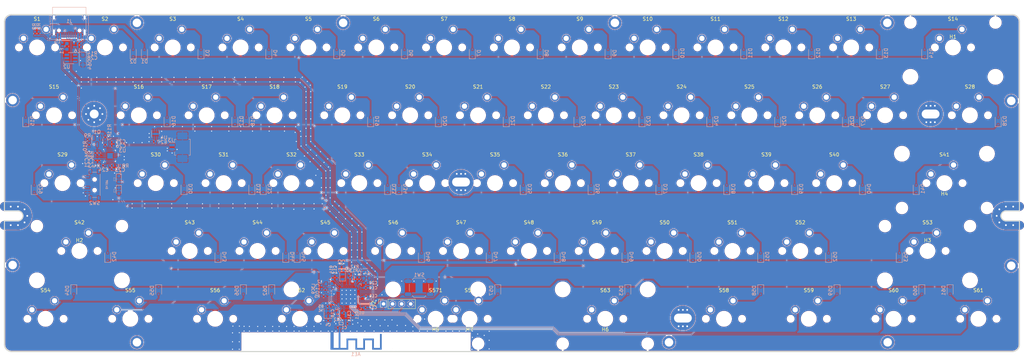
<source format=kicad_pcb>
(kicad_pcb (version 20221018) (generator pcbnew)
  (layers (0 "F.Cu" signal) (31 "B.Cu" signal) (34 "B.Paste" user) (35 "F.Paste" user) (36 "B.SilkS" user "B.Silkscreen") (37 "F.SilkS" user "F.Silkscreen") (38 "B.Mask" user) (39 "F.Mask" user) (44 "Edge.Cuts" user))
  (net 0 "")
  (net 1 "Net-(AE1-Pad1)")
  (net 2 "GND")
  (net 3 "Net-(U1-ANT)")
  (net 4 "Net-(U1-XL1{slash}P0.00)")
  (net 5 "Net-(U1-XL2{slash}P0.01)")
  (net 6 "VDDH")
  (net 7 "DEC4_6")
  (net 8 "DEC5")
  (net 9 "DEC3")
  (net 10 "DEC1")
  (net 11 "VDD")
  (net 12 "+5V")
  (net 13 "DECUSB")
  (net 14 "+BATT")
  (net 15 "col0")
  (net 16 "Net-(D1-A)")
  (net 17 "col1")
  (net 18 "Net-(D2-A)")
  (net 19 "col2")
  (net 20 "Net-(D3-A)")
  (net 21 "col3")
  (net 22 "Net-(D4-A)")
  (net 23 "col4")
  (net 24 "Net-(D5-A)")
  (net 25 "col5")
  (net 26 "Net-(D6-A)")
  (net 27 "col6")
  (net 28 "Net-(D7-A)")
  (net 29 "col7")
  (net 30 "Net-(D8-A)")
  (net 31 "col8")
  (net 32 "Net-(D9-A)")
  (net 33 "col9")
  (net 34 "Net-(D10-A)")
  (net 35 "col10")
  (net 36 "Net-(D11-A)")
  (net 37 "col11")
  (net 38 "Net-(D12-A)")
  (net 39 "col12")
  (net 40 "Net-(D13-A)")
  (net 41 "col13")
  (net 42 "Net-(D14-A)")
  (net 43 "Net-(D15-A)")
  (net 44 "Net-(D16-A)")
  (net 45 "Net-(D17-A)")
  (net 46 "Net-(D18-A)")
  (net 47 "Net-(D19-A)")
  (net 48 "Net-(D20-A)")
  (net 49 "Net-(D21-A)")
  (net 50 "Net-(D22-A)")
  (net 51 "Net-(D23-A)")
  (net 52 "Net-(D24-A)")
  (net 53 "Net-(D25-A)")
  (net 54 "Net-(D26-A)")
  (net 55 "Net-(D27-A)")
  (net 56 "Net-(D28-A)")
  (net 57 "Net-(D29-A)")
  (net 58 "Net-(D30-A)")
  (net 59 "Net-(D31-A)")
  (net 60 "Net-(D32-A)")
  (net 61 "Net-(D33-A)")
  (net 62 "Net-(D34-A)")
  (net 63 "Net-(D35-A)")
  (net 64 "Net-(D36-A)")
  (net 65 "Net-(D37-A)")
  (net 66 "Net-(D38-A)")
  (net 67 "Net-(D39-A)")
  (net 68 "Net-(D40-A)")
  (net 69 "Net-(D41-A)")
  (net 70 "Net-(D42-A)")
  (net 71 "Net-(D43-A)")
  (net 72 "Net-(D44-A)")
  (net 73 "Net-(D45-A)")
  (net 74 "Net-(D46-A)")
  (net 75 "Net-(D47-A)")
  (net 76 "Net-(D48-A)")
  (net 77 "Net-(D49-A)")
  (net 78 "Net-(D50-A)")
  (net 79 "Net-(D51-A)")
  (net 80 "Net-(D52-A)")
  (net 81 "Net-(D53-A)")
  (net 82 "Net-(D54-A)")
  (net 83 "Net-(D55-A)")
  (net 84 "Net-(D56-A)")
  (net 85 "Net-(D57-A)")
  (net 86 "Net-(D58-A)")
  (net 87 "Net-(D59-A)")
  (net 88 "Net-(D60-A)")
  (net 89 "Net-(D61-A)")
  (net 90 "Net-(D62-A)")
  (net 91 "Net-(D63-A)")
  (net 92 "Net-(F1-Pad1)")
  (net 93 "Earth")
  (net 94 "VBUS")
  (net 95 "Net-(J1-CC1)")
  (net 96 "USB-D+")
  (net 97 "USB-D-")
  (net 99 "Net-(J1-CC2)")
  (net 101 "SWDIO")
  (net 102 "SWDCLK")
  (net 103 "DCC")
  (net 104 "Net-(L2-Pad2)")
  (net 105 "DCCH")
  (net 106 "Net-(LED1-A)")
  (net 107 "Net-(LED2-K)")
  (net 108 "Net-(Q1-G)")
  (net 109 "/Battery/SYSOFF")
  (net 110 "/Battery/TMR")
  (net 111 "/Battery/ILIM")
  (net 112 "LED")
  (net 113 "Net-(U3-ISET)")
  (net 114 "Net-(U3-TS)")
  (net 115 "Net-(U3-~{CHG})")
  (net 116 "Net-(SW2-A)")
  (net 117 "SCL")
  (net 118 "SDA")
  (net 119 "row0")
  (net 120 "row1")
  (net 121 "row2")
  (net 122 "row3")
  (net 123 "row4")
  (net 128 "RST")
  (net 139 "Net-(U1-XC1)")
  (net 150 "ALERT")
  (net 154 "GNDPWR")
  (footprint "Switch_Keyboard_Cherry_MX:SW_Cherry_MX_PCB_2.75u" (layer "F.Cu") (at 330.99375 153.9875)
    (fp_text reference "S53")
    (fp_text value "2.75u")
  )
  (footprint "Switch_Keyboard_Cherry_MX:SW_Cherry_MX_PCB_1.25u" (layer "F.Cu") (at 130.96875 173.0375)
    (fp_text reference "S56")
    (fp_text value "1.25u")
  )
  (footprint "Mounting_Keyboard_Stabilizer:Stabilizer_Cherry_MX_6.25u" (layer "F.Cu") (at 202.40625 173.0375 180)
    (fp_text reference "H7")
    (fp_text value "Mounting_Keyboard_Stabilizer:6.25u")
  )
  (footprint "Switch_Keyboard_Cherry_MX:SW_Cherry_MX_PCB_1.00u" (layer "F.Cu") (at 100.0125 96.8375)
    (fp_text reference "S2")
    (fp_text value "1.00u")
  )
  (footprint "Switch_Keyboard_Cherry_MX:SW_Cherry_MX_PCB_1.00u" (layer "F.Cu") (at 138.1125 96.8375)
    (fp_text reference "S4")
    (fp_text value "1.00u")
  )
  (footprint "Switch_Keyboard_Cherry_MX:SW_Cherry_MX_PCB_1.25u" (layer "F.Cu") (at 273.84375 173.0375)
    (fp_text reference "S58")
    (fp_text value "1.25u")
  )
  (footprint "Switch_Keyboard_Cherry_MX:SW_Cherry_MX_PCB_1.00u" (layer "F.Cu") (at 209.55 134.9375)
    (fp_text reference "S35")
    (fp_text value "1.00u")
  )
  (footprint "Switch_Keyboard_Cherry_MX:SW_Cherry_MX_PCB_1.00u" (layer "F.Cu") (at 276.225 153.9875)
    (fp_text reference "S51")
    (fp_text value "1.00u")
  )
  (footprint "Mounting_Keyboard_Stabilizer:Stabilizer_Cherry_MX_2u" (layer "F.Cu") (at 192.88125 173.0375 180)
    (fp_text reference "H5")
    (fp_text value "Mounting_Keyboard_Stabilizer:2u")
  )
  (footprint "Switch_Keyboard_Cherry_MX:SW_Cherry_MX_PCB_1.00u" (layer "F.Cu") (at 200.025 153.9875)
    (fp_text reference "S47")
    (fp_text value "1.00u")
  )
  (footprint "Switch_Keyboard_Cherry_MX:SW_Cherry_MX_PCB_2.25u" (layer "F.Cu") (at 335.75625 134.9375)
    (fp_text reference "S41")
    (fp_text value "2.25u")
  )
  (footprint "Switch_Keyboard_Cherry_MX:SW_Cherry_MX_PCB_1.00u" (layer "F.Cu") (at 233.3625 96.8375)
    (fp_text reference "S9")
    (fp_text value "1.00u")
  )
  (footprint "Switch_Keyboard_Cherry_MX:SW_Cherry_MX_PCB_1.00u" (layer "F.Cu") (at 161.925 153.9875)
    (fp_text reference "S45")
    (fp_text value "1.00u")
  )
  (footprint "Switch_Keyboard_Cherry_MX:SW_Cherry_MX_PCB_1.00u" (layer "F.Cu") (at 171.45 134.9375)
    (fp_text reference "S33")
    (fp_text value "1.00u")
  )
  (footprint "Switch_Keyboard_Cherry_MX:SW_Cherry_MX_PCB_1.00u" (layer "F.Cu") (at 119.0625 96.8375)
    (fp_text reference "S3")
    (fp_text value "1.00u")
  )
  (footprint "Mounting_Keyboard_Stabilizer:Stabilizer_Cherry_MX_2u" (layer "F.Cu") (at 335.75625 134.9375 180)
    (fp_text reference "H4")
    (fp_text value "Mounting_Keyboard_Stabilizer:2u")
  )
  (footprint "amtra5_outline:60_Outline-Modded-Type-C" (layer "F.Cu") (at 214.3125 134.9375)
    (fp_text reference "H8" hide)
    (fp_text value "MountingHole" hide)
    (fp_line (start -142.5 7.8) (end -142.5 -45.3) (stroke (width 0.3)) (layer "Edge.Cuts"))
    (fp_line (start -142.5 10.6) (end -138.7 10.6) (stroke (width 0.3)) (layer "Edge.Cuts"))
    (fp_line (start -142.5 45.3) (end -142.5 10.6) (stroke (width 0.3)) (layer "Edge.Cuts"))
    (fp_line (start -140.5 47.3) (end 140.5 47.3) (stroke (width 0.3)) (layer "Edge.Cuts"))
    (fp_line (start -138.7 7.8) (end -142.5 7.8) (stroke (width 0.3)) (layer "Edge.Cuts"))
    (fp_line (start 138.7 7.8) (end 142.5 7.8) (stroke (width 0.3)) (layer "Edge.Cuts"))
    (fp_line (start 138.7 10.6) (end 142.5 10.6) (stroke (width 0.3)) (layer "Edge.Cuts"))
    (fp_line (start 140.5 -47.3) (end -140.5 -47.3) (stroke (width 0.3)) (layer "Edge.Cuts"))
    (fp_line (start 142.5 7.8) (end 142.5 -45.3) (stroke (width 0.3)) (layer "Edge.Cuts"))
    (fp_line (start 142.5 10.6) (end 142.5 45.3) (stroke (width 0.3)) (layer "Edge.Cuts"))
    (fp_arc (start -142.5 -45.3) (mid -141.914214 -46.714214) (end -140.5 -47.3) (stroke (width 0.3)) (layer "Edge.Cuts"))
    (fp_arc (start -140.5 47.3) (mid -141.914214 46.714214) (end -142.5 45.3) (stroke (width 0.3)) (layer "Edge.Cuts"))
    (fp_arc (start -138.7 7.8) (mid -137.710051 8.210051) (end -137.3 9.2) (stroke (width 0.3)) (layer "Edge.Cuts"))
    (fp_arc (start -137.3 9.2) (mid -137.710051 10.189949) (end -138.7 10.6) (stroke (width 0.3)) (layer "Edge.Cuts"))
    (fp_arc (start 137.3 9.2) (mid 137.710051 8.210051) (end 138.7 7.8) (stroke (width 0.3)) (layer "Edge.Cuts"))
    (fp_arc (start 138.7 10.6) (mid 137.710051 10.189949) (end 137.3 9.2) (stroke (width 0.3)) (layer "Edge.Cuts"))
    (fp_arc (start 140.5 -47.3) (mid 141.914214 -46.714214) (end 142.5 -45.3) (stroke (width 0.3)) (layer "Edge.Cuts"))
    (fp_arc (start 142.5 45.3) (mid 141.914214 46.714214) (end 140.5 47.3) (stroke (width 0.3)) (layer "Edge.Cuts"))
  )
  (footprint "Switch_Keyboard_Cherry_MX:SW_Cherry_MX_PCB_1.00u" (layer "F.Cu") (at 319.0875 115.8875)
    (fp_text reference "S27")
    (fp_text value "1.00u")
  )
  (footprint "Switch_Keyboard_Cherry_MX:SW_Cherry_MX_PCB_1.00u" (layer "F.Cu") (at 152.4 134.9375)
    (fp_text reference "S32")
    (fp_text value "1.00u")
  )
  (footprint "Switch_Keyboard_Cherry_MX:SW_Cherry_MX_PCB_1.00u" (layer "F.Cu") (at 242.8875 115.8875)
    (fp_text reference "S23")
    (fp_text value "1.00u")
  )
  (footprint "Switch_Keyboard_Cherry_MX:SW_Cherry_MX_PCB_1.00u" (layer "F.Cu") (at 142.875 153.9875)
    (fp_text reference "S44")
    (fp_text value "1.00u")
  )
  (footprint "Switch_Keyboard_Cherry_MX:SW_Cherry_MX_PCB_1.00u" (layer "F.Cu") (at 166.6875 115.8875)
    (fp_text reference "S19")
    (fp_text value "1.00u")
  )
  (footprint "Switch_Keyboard_Cherry_MX:SW_Cherry_MX_PCB_1.00u" (layer "F.Cu") (at 190.5 134.9375)
    (fp_text reference "S34")
    (fp_text value "1.00u")
  )
  (footprint "Switch_Keyboard_Cherry_MX:SW_Cherry_MX_PCB_1.25u" (layer "F.Cu") (at 321.46875 173.0375)
    (fp_text reference "S60")
    (fp_text value "1.25u")
  )
  (footprint "Switch_Keyboard_Cherry_MX:SW_Cherry_MX_PCB_1.00u" (layer "F.Cu") (at 128.5875 115.8875)
    (fp_text reference "S17")
    (fp_text value "1.00u")
  )
  (footprint "Switch_Keyboard_Cherry_MX:SW_Cherry_MX_PCB_1.00u" (layer "F.Cu") (at 195.2625 96.8375)
    (fp_text reference "S7")
    (fp_text value "1.00u")
  )
  (footprint "Switch_Keyboard_Cherry_MX:SW_Cherry_MX_PCB_1.00u" (layer "F.Cu") (at 157.1625 96.8375)
    (fp_text reference "S5")
    (fp_text value "1.00u")
  )
  (footprint "Switch_Keyboard_Cherry_MX:SW_Cherry_MX_PCB_1.00u" (layer "F.Cu") (at 280.9875 115.8875)
    (fp_text reference "S25")
    (fp_text value "1.00u")
  )
  (footprint "Switch_Keyboard_Cherry_MX:SW_Cherry_MX_PCB_1.25u" (layer "F.Cu") (at 154.78125 173.0375)
    (fp_text reference "S62")
    (fp_text value "1.25u")
  )
  (footprint "Connector_PinSocket_2.54mm:PinSocket_1x04_P2.54mm_Vertical" (layer "F.Cu") (at 178.25 168.86 90)
    (fp_text reference "J2")
    (fp_text value "~")
  )
  (footprint "Switch_Keyboard_Cherry_MX:SW_Cherry_MX_PCB_1.00u" (layer "F.Cu") (at 304.8 134.9375)
    (fp_text reference "S40")
    (fp_text value "1.00u")
  )
  (footprint "Switch_Keyboard_Cherry_MX:SW_Cherry_MX_PCB_1.00u" (layer "F.Cu") (at 180.975 153.9875)
    (fp_text reference "S46")
    (fp_text value "1.00u")
  )
  (footprint "Mounting_Keyboard_Stabilizer:Stabilizer_Cherry_MX_2u" (layer "F.Cu") (at 240.50625 173.0375 180)
    (fp_text reference "H6")
    (fp_text value "Mounting_Keyboard_Stabilizer:2u")
  )
  (footprint "Switch_Keyboard_Cherry_MX:SW_Cherry_MX_PCB_1.00u" (layer "F.Cu") (at 123.825 153.9875)
    (fp_text reference "S43")
    (fp_text value "1.00u")
  )
  (footprint "Mounting_Keyboard_Stabilizer:Stabilizer_Cherry_MX_2u" (layer "F.Cu") (at 330.99375 153.9875)
    (fp_text reference "H3")
    (fp_text value "Mounting_Keyboard_Stabilizer:2u")
  )
  (footprint "Switch_Keyboard_Cherry_MX:SW_Cherry_MX_PCB_1.00u" (layer "F.Cu") (at 257.175 153.9875)
    (fp_text reference "S50")
    (fp_text value "1.00u")
  )
  (footprint "Switch_Keyboard_Cherry_MX:SW_Cherry_MX_PCB_1.00u" (layer "F.Cu") (at 238.125 153.9875)
    (fp_text reference "S49")
    (fp_text value "1.00u")
  )
  (footprint "Switch_Keyboard_Cherry_MX:SW_Cherry_MX_PCB_2.00u" (layer "F.Cu") (at 338.1375 96.8375)
    (fp_text reference "S14")
    (fp_text value "2.00u")
  )
  (footprint "Switch_Keyboard_Cherry_MX:SW_Cherry_MX_PCB_1.00u" (layer "F.Cu") (at 219.075 153.9875)
    (fp_text reference "S48")
    (fp_text value "1.00u")
  )
  (footprint "Switch_Keyboard_Cherry_MX:SW_Cherry_MX_PCB_1.00u" (layer "F.Cu") (at 185.7375 115.8875)
    (fp_text reference "S20")
    (fp_text value "1.00u")
  )
  (footprint "Switch_Keyboard_Cherry_MX:SW_Cherry_MX_PCB_1.00u" (layer "F.Cu") (at 133.35 134.9375)
    (fp_text reference "S31")
    (fp_text value "1.00u")
  )
  (footprint "Switch_Keyboard_Cherry_MX:SW_Cherry_MX_PCB_1.00u" (layer "F.Cu") (at 109.5375 115.8875)
    (fp_text reference "S16")
    (fp_text value "1.00u")
  )
  (footprint "Switch_Keyboard_Cherry_MX:SW_Cherry_MX_PCB_1.25u" (layer "F.Cu") (at 107.15625 173.0375)
    (fp_text reference "S55")
    (fp_text value "1.25u")
  )
  (footprint "Switch_Keyboard_Cherry_MX:SW_Cherry_MX_PCB_1.00u" (layer "F.Cu") (at 114.3 134.9375)
    (fp_text reference "S30")
    (fp_text value "1.00u")
  )
  (footprint "Switch_Keyboard_Cherry_MX:SW_Cherry_MX_PCB_1.00u" (layer "F.Cu") (at 214.3125 96.8375)
    (fp_text reference "S8")
    (fp_text value "1.00u")
  )
  (footprint "Switch_Keyboard_Cherry_MX:SW_Cherry_MX_PCB_1.00u" (layer "F.Cu") (at 147.6375 115.8875)
    (fp_text reference "S18")
    (fp_text value "1.00u")
  )
  (footprint "Switch_Keyboard_Cherry_MX:SW_Cherry_MX_PCB_1.00u" (layer "F.Cu") (at 300.0375 115.8875)
    (fp_text reference "S26")
    (fp_text value "1.00u")
  )
  (footprint "Mounting_Keyboard_Stabilizer:Stabilizer_Cherry_MX_2u" (layer "F.Cu") (at 338.1375 96.8375)
    (fp_text reference "H1")
    (fp_text value "Mounting_Keyboard_Stabilizer:2u")
  )
  (footprint "Switch_Keyboard_Cherry_MX:SW_Cherry_MX_PCB_1.50u" (layer "F.Cu") (at 342.9 115.8875)
    (fp_text reference "S28")
    (fp_text value "1.50u")
  )
  (footprint "Switch_Keyboard_Cherry_MX:SW_Cherry_MX_PCB_1.50u" (layer "F.Cu") (at 85.725 115.8875)
    (fp_text reference "S15")
    (fp_text value "1.50u")
  )
  (footprint "Switch_Keyboard_Cherry_MX:SW_Cherry_MX_PCB_1.00u" (layer "F.Cu") (at 204.7875 115.8875)
    (fp_text reference "S21")
    (fp_text value "1.00u")
  )
  (footprint "Switch_Keyboard_Cherry_MX:SW_Cherry_MX_PCB_6.25u" (layer "F.Cu") (at 202.40625 173.0375)
    (fp_text reference "S57")
    (fp_text value "6.25u")
  )
  (footprint "Switch_Keyboard_Cherry_MX:SW_Cherry_MX_PCB_1.25u" (layer "F.Cu") (at 345.28125 173.0375)
    (fp_text reference "S61")
    (fp_text value "1.25u")
  )
  (footprint "Switch_Keyboard_Cherry_MX:SW_Cherry_MX_PCB_1.00u" (layer "F.Cu") (at 290.5125 96.8375)
    (fp_text reference "S12")
    (fp_text value "1.00u")
  )
  (footprint "Switch_Keyboard_Cherry_MX:SW_Cherry_MX_PCB_1.00u" (layer "F.Cu") (at 176.2125 96.8375)
    (fp_text reference "S6")
    (fp_text value "1.00u")
  )
  (footprint "Switch_Keyboard_Cherry_MX:SW_Cherry_MX_PCB_1.00u" (layer "F.Cu") (at 247.65 134.9375)
    (fp_text reference "S37")
    (fp_text value "1.00u")
  )
  (footprint "Switch_Keyboard_Cherry_MX:SW_Cherry_MX_PCB_2.25u" (layer "F.Cu") (at 240.50625 173.0375)
    (fp_text reference "S63")
    (fp_text value "2.25u")
  )
  (footprint "Mounting_Keyboard_Stabilizer:Stabilizer_Cherry_MX_2u" (layer "F.Cu") (at 92.86875 153.9875)
    (fp_text reference "H2")
    (fp_text value "Mounting_Keyboard_Stabilizer:2u")
  )
  (footprint "Switch_Keyboard_Cherry_MX:SW_Cherry_MX_PCB_1.00u" (layer "F.Cu") (at 223.8375 115.8875)
    (fp_text reference "S22")
    (fp_text value "1.00u")
  )
  (footprint "Switch_Keyboard_Cherry_MX:SW_Cherry_MX_PCB_2.75u" (layer "F.Cu") (at 192.88125 173.0375)
    (fp_text reference "S571")
    (fp_text value "2.75u")
  )
  (footprint "Switch_Keyboard_Cherry_MX:SW_Cherry_MX_PCB_1.00u" (layer "F.Cu") (at 228.6 134.9375)
    (fp_text reference "S36")
    (fp_text value "1.00u")
  )
  (footprint "Switch_Keyboard_Cherry_MX:SW_Cherry_MX_PCB_1.75u" (layer "F.Cu") (at 88.10625 134.9375)
    (fp_text reference "S29")
    (fp_text value "1.75u")
  )
  (footprint "Switch_Keyboard_Cherry_MX:SW_Cherry_MX_PCB_1.25u" (layer "F.Cu") (at 83.34375 173.0375)
    (fp_text reference "S54")
    (fp_text value "1.25u")
  )
  (footprint "Switch_Keyboard_Cherry_MX:SW_Cherry_MX_PCB_1.00u" (layer "F.Cu") (at 295.275 153.9875)
    (fp_text reference "S52")
    (fp_text value "1.00u")
  )
  (footprint "Switch_Keyboard_Cherry_MX:SW_Cherry_MX_PCB_1.00u" (layer "F.Cu") (at 252.4125 96.8375)
    (fp_text reference "S10")
    (fp_text value "1.00u")
  )
  (footprint "Switch_Keyboard_Cherry_MX:SW_Cherry_MX_PCB_1.00u" (layer "F.Cu") (at 285.75 134.9375)
    (fp_text reference "S39")
    (fp_text value "1.00u")
  )
  (footprint "Switch_Keyboard_Cherry_MX:SW_Cherry_MX_PCB_1.00u" (layer "F.Cu") (at 261.9375 115.8875)
    (fp_text reference "S24")
    (fp_text value "1.00u")
  )
  (footprint "Switch_Keyboard_Cherry_MX:SW_Cherry_MX_PCB_1.00u" (layer "F.Cu") (at 309.5625 96.8375)
    (fp_text reference "S13")
    (fp_text value "1.00u")
  )
  (footprint "Switch_Keyboard_Cherry_MX:SW_Cherry_MX_PCB_1.00u" (layer "F.Cu") (at 266.7 134.9375)
    (fp_text reference "S38")
    (fp_text value "1.00u")
  )
  (footprint "Switch_Keyboard_Cherry_MX:SW_Cherry_MX_PCB_2.25u" (layer "F.Cu") (at 92.86875 153.9875)
    (fp_text reference "S42")
    (fp_text value "2.25u")
  )
  (footprint "Switch_Keyboard_Cherry_MX:SW_Cherry_MX_PCB_1.00u" (layer "F.Cu") (at 80.9625 96.8375)
    (fp_text reference "S1")
    (fp_text value "1.00u")
  )
  (footprint "Switch_Keyboard_Cherry_MX:SW_Cherry_MX_PCB_1.25u" (layer "F.Cu") (at 297.65625 173.0375)
    (fp_text reference "S59")
    (fp_text value "1.25u")
  )
  (footprint "Switch_Keyboard_Cherry_MX:SW_Cherry_MX_PCB_1.00u" (layer "F.Cu") (at 271.4625 96.8375)
    (fp_text reference "S11")
    (fp_text value "1.00u")
  )
  (footprint "Package_TO_SOT_SMD:SOT-23" (layer "B.Cu") (at 97.86 123.16 -90)
    (fp_text reference "Q1")
    (fp_text value "2N7002")
  )
  (footprint "RF_Antenna:Texas_SWRA117D_2.4GHz_Right" (layer "B.Cu") (at 165.9 176.56)
    (fp_text reference "AE1")
    (fp_text value "2.4 GHz ANT")
  )
  (footprint "Diode_SMD:D_SOD-323" (layer "B.Cu") (at 317.5 98.425 90)
    (fp_text reference "D13")
    (fp_text value "1N4148WS")
  )
  (footprint "Capacitor_SMD:C_0402_1005Metric" (layer "B.Cu") (at 163.96 169.12 -90)
    (fp_text reference "C18")
    (fp_text value "100 nF")
  )
  (footprint "Diode_SMD:D_SOD-323" (layer "B.Cu") (at 227.0125 155.575 90)
    (fp_text reference "D48")
    (fp_text value "1N4148WS")
  )
  (footprint "Capacitor_SMD:C_0402_1005Metric" (layer "B.Cu") (at 113.745 123.295 180)
    (fp_text reference "C27")
    (fp_text value "100 nF")
  )
  (footprint "Diode_SMD:D_SOD-323" (layer "B.Cu") (at 141.2875 136.525 90)
    (fp_text reference "D31")
    (fp_text value "1N4148WS")
  )
  (footprint "Diode_SMD:D_SOD-323" (layer "B.Cu") (at 265.1125 155.575 90)
    (fp_text reference "D50")
    (fp_text value "1N4148WS")
  )
  (footprint "Crystal:Crystal_SMD_2016-4Pin_2.0x1.6mm" (layer "B.Cu") (at 162.699996 171.540002 90)
    (fp_text reference "Y1")
    (fp_text value "32 MHz")
  )
  (footprint "Diode_SMD:D_SOD-323" (layer "B.Cu") (at 210.34375 165.1 -90)
    (fp_text reference "D57")
    (fp_text value "1N4148WS")
  )
  (footprint "Capacitor_SMD:C_0402_1005Metric" (layer "B.Cu") (at 165.119998 161.490003 90)
    (fp_text reference "C13")
    (fp_text value "100 nF")
  )
  (footprint "Diode_SMD:D_SOD-323" (layer "B.Cu") (at 312.7375 136.525 90)
    (fp_text reference "D40")
    (fp_text value "1N4148WS")
  )
  (footprint "marbastlib-various:SW_SPST_SKQG_WithStem" (layer "B.Cu") (at 188.24 164.31 180)
    (fp_text reference "SW1")
    (fp_text value "RST")
  )
  (footprint "Resistor_SMD:R_0402_1005Metric" (layer "B.Cu") (at 92.83 95.68 180)
    (fp_text reference "R14")
    (fp_text value "1 MOhm")
  )
  (footprint "Diode_SMD:D_SOD-323" (layer "B.Cu") (at 131.7625 155.575 90)
    (fp_text reference "D43")
    (fp_text value "1N4148WS")
  )
  (footprint "Diode_SMD:D_SOD-323" (layer "B.Cu") (at 232.56875 117.475 90)
    (fp_text reference "D22")
    (fp_text value "1N4148WS")
  )
  (footprint "Resistor_SMD:R_0402_1005Metric" (layer "B.Cu") (at 80.37 92.95 -90)
    (fp_text reference "R2")
    (fp_text value "5.1 kOhm")
  )
  (footprint "Diode_SMD:D_SOD-323" (layer "B.Cu") (at 146.84375 165.1 -90)
    (fp_text reference "D62")
    (fp_text value "1N4148WS")
  )
  (footprint "Diode_SMD:D_SOD-323" (layer "B.Cu") (at 329.40625 165.1 -90)
    (fp_text reference "D60")
    (fp_text value "1N4148WS")
  )
  (footprint "Capacitor_SMD:C_0402_1005Metric" (layer "B.Cu") (at 167.01 158.945 90)
    (fp_text reference "C7")
    (fp_text value "12 pF")
  )
  (footprint "Package_DFN_QFN:Nordic_AQFN-73-1EP_7x7mm_P0.5mm" (layer "B.Cu") (at 168.4 166.839999 -90)
    (fp_text reference "U1")
    (fp_text value "nRF52840")
  )
  (footprint "Inductor_SMD:L_0402_1005Metric" (layer "B.Cu") (at 91.34 96.205 -90)
    (fp_text reference "L6")
    (fp_text value "BLM15PX121SN1D")
  )
  (footprint "Resistor_SMD:R_0402_1005Metric" (layer "B.Cu") (at 98.4 126.47 -90)
    (fp_text reference "R6")
    (fp_text value "3.9 kOhm")
  )
  (footprint "Diode_SMD:D_SOD-323" (layer "B.Cu") (at 146.05 98.425 90)
    (fp_text reference "D4")
    (fp_text value "1N4148WS")
  )
  (footprint "Diode_SMD:D_SOD-323" (layer "B.Cu") (at 288.925 117.475 90)
    (fp_text reference "D25")
    (fp_text value "1N4148WS")
  )
  (footprint "Diode_SMD:D_SOD-323" (layer "B.Cu") (at 337.34375 165.1 -90)
    (fp_text reference "D61")
    (fp_text value "1N4148WS")
  )
  (footprint "Crystal:Crystal_SMD_2012-2Pin_2.0x1.2mm" (layer "B.Cu") (at 166.757576 161.240001 90)
    (fp_text reference "Y2")
    (fp_text value "32.768 Khz")
  )
  (footprint "Capacitor_SMD:C_0402_1005Metric" (layer "B.Cu") (at 169.59 172.08 -90)
    (fp_text reference "C11")
    (fp_text value "820 pF")
  )
  (footprint "Diode_SMD:D_SOD-323" (layer "B.Cu") (at 236.5375 136.525 90)
    (fp_text reference "D36")
    (fp_text value "1N4148WS")
  )
  (footprint "Diode_SMD:D_SOD-323" (layer "B.Cu") (at 153.9875 155.575 90)
    (fp_text reference "D45")
    (fp_text value "1N4148WS")
  )
  (footprint "marbastlib-various:SW_MSK12C02-HB" (layer "B.Cu") (at 97.12 135.41 90)
    (fp_text reference "SW2")
    (fp_text value "PWR")
  )
  (footprint "Resistor_SMD:R_0402_1005Metric" (layer "B.Cu") (at 81.43 92.95 -90)
    (fp_text reference "R1")
    (fp_text value "5.1 kOhm")
  )
  (footprint "Diode_SMD:D_SOD-323" (layer "B.Cu") (at 184.15 98.425 90)
    (fp_text reference "D6")
    (fp_text value "1N4148WS")
  )
  (footprint "Diode_SMD:D_SOD-323" (layer "B.Cu") (at 174.625 117.475 90)
    (fp_text reference "D19")
    (fp_text value "1N4148WS")
  )
  (footprint "Resistor_SMD:R_0402_1005Metric" (layer "B.Cu") (at 169.13 160.42 180)
    (fp_text reference "R12")
    (fp_text value "10 kOhm")
  )
  (footprint "Diode_SMD:D_SOD-323" (layer "B.Cu") (at 311.15 117.475 90)
    (fp_text reference "D27")
    (fp_text value "1N4148WS")
  )
  (footprint "Capacitor_SMD:C_0402_1005Metric" (layer "B.Cu") (at 165.957578 158.944999 90)
    (fp_text reference "C6")
    (fp_text value "12 pF")
  )
  (footprint "Capacitor_SMD:C_0402_1005Metric" (layer "B.Cu") (at 173.32 166.73)
    (fp_text reference "C16")
    (fp_text value "100 nF" hide)
  )
  (footprint "Diode_SMD:D_SOD-323" (layer "B.Cu") (at 293.6875 136.525 90)
    (fp_text reference "D39")
    (fp_text value "1N4148WS")
  )
  (footprint "Diode_SMD:D_SOD-323" (layer "B.Cu") (at 327.81875 136.525 90)
    (fp_text reference "D41")
    (fp_text value "1N4148WS")
  )
  (footprint "Inductor_SMD:L_0402_1005Metric" (layer "B.Cu") (at 167.629997 172.889999 90)
    (fp_text reference "L1")
    (fp_text value "4.7 nH")
  )
  (footprint "Diode_SMD:D_SOD-323" (layer "B.Cu") (at 139.7 117.475 90)
    (fp_text reference "D18")
    (fp_text value "1N4148WS")
  )
  (footprint "Diode_SMD:D_SOD-323" (layer "B.Cu") (at 246.85625 165.1 -90)
    (fp_text reference "D63")
    (fp_text value "1N4148WS")
  )
  (footprint "Diode_SMD:D_SOD-323" (layer "B.Cu") (at 115.09375 165.1 -90)
    (fp_text reference "D55")
    (fp_text value "1N4148WS")
  )
  (footprint "Capacitor_SMD:C_0402_1005Metric" (layer "B.Cu") (at 92.83 96.69 180)
    (fp_text reference "C28")
    (fp_text value "100nF")
  )
  (footprint "Capacitor_SMD:C_0402_1005Metric" (layer "B.Cu") (at 173.3 164.37)
    (fp_text reference "C19")
    (fp_text value "4.7 uF")
  )
  (footprint "Diode_SMD:D_SOD-323" (layer "B.Cu") (at 307.975 117.475 90)
    (fp_text reference "D26")
    (fp_text value "1N4148WS")
  )
  (footprint "Resistor_SMD:R_0402_1005Metric" (layer "B.Cu") (at 100.1 124.15 90)
    (fp_text reference "R7")
    (fp_text value "10 kOhm")
  )
  (footprint "Diode_SMD:D_SOD-323" (layer "B.Cu") (at 193.675 117.475 90)
    (fp_text reference "D20")
    (fp_text value "1N4148WS")
  )
  (footprint "Capacitor_SMD:C_0402_1005Metric" (layer "B.Cu") (at 165.42 175.512363)
    (fp_text reference "C1")
    (fp_text value "NC")
  )
  (footprint "Capacitor_SMD:C_0402_1005Metric" (layer "B.Cu") (at 173.299999 162.939999)
    (fp_text reference "C20")
    (fp_text value "4.7 uF")
  )
  (footprint "Resistor_SMD:R_0402_1005Metric" (layer "B.Cu") (at 103.83 130.06 180)
    (fp_text reference "R8")
    (fp_text value "1 kOhm" hide)
  )
  (footprint "Resistor_SMD:R_0402_1005Metric" (layer "B.Cu") (at 99.5 130 180)
    (fp_text reference "R4")
    (fp_text value "1.5 kOhm")
  )
  (footprint "Diode_SMD:D_SOD-323" (layer "B.Cu") (at 100.80625 155.575 90)
    (fp_text reference "D42")
    (fp_text value "1N4148WS")
  )
  (footprint "Diode_SMD:D_SOD-323" (layer "B.Cu") (at 323.08 155.575 90)
    (fp_text reference "D53")
    (fp_text value "1N4148WS")
  )
  (footprint "Resistor_SMD:R_0402_1005Metric" (layer "B.Cu") (at 97.33 126.47 90)
    (fp_text reference "R3")
    (fp_text value "47 kOhm")
  )
  (footprint "Capacitor_SMD:C_0402_1005Metric" (layer "B.Cu") (at 164.020001 161.490005 90)
    (fp_text reference "C14")
    (fp_text value "1 uF")
  )
  (footprint "Inductor_SMD:L_0402_1005Metric" (layer "B.Cu") (at 88.04 96 -90)
    (fp_text reference "L5")
    (fp_text value "BLM15PX121SN1D")
  )
  (footprint "Diode_SMD:D_SOD-323" (layer "B.Cu") (at 222.25 98.425 90)
    (fp_text reference "D8")
    (fp_text value "1N4148WS")
  )
  (footprint "Diode_SMD:D_SOD-323" (layer "B.Cu") (at 179.3875 136.525 90)
    (fp_text reference "D33")
    (fp_text value "1N4148WS")
  )
  (footprint "Diode_SMD:D_SOD-323" (layer "B.Cu") (at 260.35 98.425 90)
    (fp_text reference "D10")
    (fp_text value "1N4148WS")
  )
  (footprint "Diode_SMD:D_SOD-323" (layer "B.Cu") (at 91.28125 165.1 -90)
    (fp_text reference "D54")
    (fp_text value "1N4148WS")
  )
  (footprint "Capacitor_SMD:C_0402_1005Metric" (layer "B.Cu") (at 101.94 123.46)
    (fp_text reference "C25")
    (fp_text value "4.7 uF")
  )
  (footprint "Capacitor_SMD:C_0603_1608Metric" (layer "B.Cu") (at 163.170004 165.509999 -90)
    (fp_text reference "C10")
    (fp_text value "47 nF")
  )
  (footprint "Diode_SMD:D_SOD-323" (layer "B.Cu") (at 241.3 98.425 90)
    (fp_text reference "D9")
    (fp_text value "1N4148WS")
  )
  (footprint "Diode_SMD:D_SOD-323" (layer "B.Cu") (at 77.7875 117.475 90)
    (fp_text reference "D15")
    (fp_text value "1N4148WS")
  )
  (footprint "Capacitor_SMD:C_0402_1005Metric" (layer "B.Cu") (at 162.699999 173.540002)
    (fp_text reference "C4")
    (fp_text value "12 pF")
  )
  (footprint "LED_SMD:LED_0603_1608Metric" (layer "B.Cu") (at 103.92 133.8 -90)
    (fp_text reference "LED2" hide)
    (fp_text value "Yellow")
  )
  (footprint "Diode_SMD:D_SOD-323" (layer "B.Cu") (at 284.1625 155.575 90)
    (fp_text reference "D51")
    (fp_text value "1N4148WS")
  )
  (footprint "Inductor_SMD:L_0603_1608Metric" (layer "B.Cu") (at 173.481699 161.618682)
    (fp_text reference "L4")
    (fp_text value "10 uH")
  )
  (footprint "Diode_SMD:D_SOD-323" (layer "B.Cu") (at 298.45 98.425 90)
    (fp_text reference "D12")
    (fp_text value "1N4148WS")
  )
  (footprint "Capacitor_SMD:C_0402_1005Metric" (layer "B.Cu") (at 101.93 130.06)
    (fp_text reference "C23")
    (fp_text value "4.7 uF")
  )
  (footprint "Diode_SMD:D_SOD-323" (layer "B.Cu") (at 274.6375 136.525 90)
    (fp_text reference "D38")
    (fp_text value "1N4148WS")
  )
  (footprint "Diode_SMD:D_SOD-323" (layer "B.Cu") (at 212.725 117.475 90)
    (fp_text reference "D21")
    (fp_text value "1N4148WS")
  )
  (footprint "Diode_SMD:D_SOD-323" (layer "B.Cu") (at 188.9125 155.575 90)
    (fp_text reference "D46")
    (fp_text value "1N4148WS")
  )
  (footprint "Diode_SMD:D_SOD-323" (layer "B.Cu") (at 350.8375 117.475 90)
    (fp_text reference "D28")
    (fp_text value "1N4148WS")
  )
  (footprint "Capacitor_SMD:C_0402_1005Metric" (layer "B.Cu") (at 161.900004 164.939999 -90)
    (fp_text reference "C9")
    (fp_text value "1 uF")
  )
  (footprint "Capacitor_SMD:C_0402_1005Metric" (layer "B.Cu") (at 168.109997 174.39 180)
    (fp_text reference "C2")
    (fp_text value "0.5 pF")
  )
  (footprint "Diode_SMD:D_SOD-323" (layer "B.Cu") (at 203.2 98.425 90)
    (fp_text reference "D7")
    (fp_text value "1N4148WS")
  )
  (footprint "Capacitor_SMD:C_0402_1005Metric" (layer "B.Cu") (at 101.94 124.45)
    (fp_text reference "C26")
    (fp_text value "1 uF")
  )
  (footprint "Diode_SMD:D_SOD-323" (layer "B.Cu") (at 246.0625 155.575 90)
    (fp_text reference "D49")
    (fp_text value "1N4148WS")
  )
  (footprint "Diode_SMD:D_SOD-323" (layer "B.Cu") (at 217.4875 136.525 90)
    (fp_text reference "D35")
    (fp_text value "1N4148WS")
  )
  (footprint "Package_DFN_QFN:DFN-8-1EP_2x2mm_P0.5mm_EP0.7x1.3mm" (layer "B.Cu") (at 114.225 121.115 90)
    (fp_text reference "U4")
    (fp_text value "MAX17048")
  )
  (footprint "Capacitor_SMD:C_0402_1005Metric" (layer "B.Cu") (at 167.15 171.390004)
    (fp_text reference "C3")
    (fp_text value "0.8 pF")
  )
  (footprint "Capacitor_SMD:C_0402_1005Metric" (layer "B.Cu") (at 170.38 161.92 90)
    (fp_text reference "C15" hide)
    (fp_text value "4.7 uF")
  )
  (footprint "Capacitor_SMD:C_0402_1005Metric" (layer "B.Cu") (at 171.405 161.924998 90)
    (fp_text reference "C8")
    (fp_text value "4.7 uF")
  )
  (footprint "Diode_SMD:D_SOD-323" (layer "B.Cu") (at 111.125 98.425 90)
    (fp_text reference "D1")
    (fp_text value "1N4148WS")
  )
  (footprint "Diode_SMD:D_SOD-323" (layer "B.Cu") (at 165.1 98.425 90)
    (fp_text reference "D5")
    (fp_text value "1N4148WS")
  )
  (footprint "Diode_SMD:D_SOD-323" (layer "B.Cu") (at 150.8125 155.575 90)
    (fp_text reference "D44")
    (fp_text value "1N4148WS")
  )
  (footprint "Diode_SMD:D_SOD-323" (layer "B.Cu") (at 269.875 117.475 90)
    (fp_text reference "D24")
    (fp_text value "1N4148WS")
  )
  (footprint "Diode_SMD:D_SOD-323" (layer "B.Cu") (at 117.475 117.475 90)
    (fp_text reference "D16")
    (fp_text value "1N4148WS")
  )
  (footprint "Package_DFN_QFN:VQFN-16-1EP_3x3mm_P0.5mm_EP1.6x1.6mm" (layer "B.Cu") (at 101.45 127.28 -90)
    (fp_text reference "U3")
    (fp_text value "BQ24075")
  )
  (footprint "Diode_SMD:D_SOD-323" (layer "B.Cu") (at 305.59375 165.1 -90)
    (fp_text reference "D59")
    (fp_text value "1N4148WS")
  )
  (footprint "Diode_SMD:D_SOD-323" (layer "B.Cu") (at 80.16875 136.525 90)
    (fp_text reference "D29")
    (fp_text value "1N4148WS")
  )
  (footprint "Diode_SMD:D_SOD-323" (layer "B.Cu") (at 250.825 117.475 90)
    (fp_text reference "D23")
    (fp_text value "1N4148WS")
  )
  (footprint "Inductor_SMD:L_0603_1608Metric" (layer "B.Cu") (at 162.9 163.21 180)
    (fp_text reference "L2")
    (fp_text value "10 uH")
  )
  (footprint "Resistor_SMD:R_0402_1005Metric" (layer "B.Cu") (at 95.13 122.65)
    (fp_text reference "R9")
    (fp_text value "100 Ohm")
  )
  (footprint "PCM_marbastlib-various:SOT-23-6-routable" (layer "B.Cu") (at 90.51 99.85)
    (fp_text reference "U2")
    (fp_text value "SRV05-4")
  )
  (footprint "Capacitor_SMD:C_0402_1005Metric" (layer "B.Cu") (at 101.93 131.06 180)
    (fp_text reference "C24")
    (fp_text value "1 uF")
  )
  (footprint "LED_SMD:LED_0603_1608Metric" (layer "B.Cu") (at 103.92 137.05 -90)
    (fp_text reference "LED1" hide)
    (fp_text value "Blue")
  )
  (footprint "Resistor_SMD:R_0402_1005Metric" (layer "B.Cu") (at 161.43 166.71 180)
    (fp_text reference "R5")
    (fp_text value "1 kOhm")
  )
  (footprint "Diode_SMD:D_SOD-323" (layer "B.Cu") (at 279.4 98.425 90)
    (fp_text reference "D11")
    (fp_text value "1N4148WS")
  )
  (footprint "Connector_Molex:Molex_PicoBlade_53261-0271_1x02-1MP_P1.25mm_Horizontal" (layer "B.Cu") (at 121.29 124.855 -90)
    (fp_text reference "J3")
    (fp_text value "Conn_01x02_MountingPin")
  )
  (footprint "Resistor_SMD:R_0402_1005Metric" (layer "B.Cu") (at 168.86 161.48 180)
    (fp_text reference "R13")
    (fp_text value "10 kOhm")
  )
  (footprint "Capacitor_SMD:C_0402_1005Metric" (layer "B.Cu") (at 98.42 128.56 -90)
    (fp_text reference "C22")
    (fp_text value "1 uF")
  )
  (footprint "Inductor_SMD:L_0402_1005Metric" (layer "B.Cu") (at 160.849997 164.160002 -90)
    (fp_text reference "L3")
    (fp_text value "15 nH")
  )
  (footprint "Connector_USB:USB_C_Receptacle_HRO_TYPE-C-31-M-12" (layer "B.Cu") (at 90.01 89.47)
    (fp_text reference "J1")
    (fp_text value "HRO_TYPE-C-31-M-12")
  )
  (footprint "Diode_SMD:D_SOD-323" (layer "B.Cu") (at 138.90625 165.1 -90)
    (fp_text reference "D56")
    (fp_text value "1N4148WS")
  )
  (footprint "Diode_SMD:D_SOD-123F" (layer "B.Cu") (at 93.84 100.3325 -90)
    (fp_text reference "D64")
    (fp_text value "D_TVS")
  )
  (footprint "Diode_SMD:D_SOD-323" (layer "B.Cu") (at 107.95 98.425 90)
    (fp_text reference "D2")
    (fp_text value "1N4148WS")
  )
  (footprint "Diode_SMD:D_SOD-323" (layer "B.Cu") (at 207.9625 155.575 90)
    (fp_text reference "D47")
    (fp_text value "1N4148WS")
  )
  (footprint "Diode_SMD:D_SOD-323" (layer "B.Cu") (at 255.5875 136.525 90)
    (fp_text reference "D37")
    (fp_text value "1N4148WS")
  )
  (footprint "Resistor_SMD:R_0402_1005Metric" (layer "B.Cu") (at 95.58 124.15 -90)
    (fp_text reference "R10")
    (fp_text value "10 kOhm")
  )
  (footprint "Capacitor_SMD:C_0402_1005Metric" (layer "B.Cu") (at 165.400003 171.739999 -90)
    (fp_text reference "C12")
    (fp_text value "100 pF")
  )
  (footprint "Diode_SMD:D_SOD-323" (layer "B.Cu") (at 182.5625 136.525 90)
    (fp_text reference "D34")
    (fp_text value "1N4148WS")
  )
  (footprint "Diode_SMD:D_SOD-323" (layer "B.Cu") (at 303.2125 155.575 90)
    (fp_text reference "D52")
    (fp_text value "1N4148WS")
  )
  (footprint "Diode_SMD:D_SOD-323" (layer "B.Cu") (at 122.2375 136.525 90)
    (fp_text reference "D30")
    (fp_text value "1N4148WS")
  )
  (footprint "Fuse:Fuse_0603_1608Metric" (layer "B.Cu") (at 89.34 96.55 -90)
    (fp_text reference "F1")
    (fp_text value "750 mA" hide)
  )
  (footprint "Capacitor_SMD:C_0402_1005Metric" (layer "B.Cu") (at 173.2 169.86)
    (fp_text reference "C17")
    (fp_text value "100 nF")
  )
  (footprint "Capacitor_SMD:C_0402_1005Metric" (layer "B.Cu") (at 97.43 128.56 -90)
    (fp_text reference "C21")
    (fp_text value "4.7 uF")
  )
  (footprint "Resistor_SMD:R_0402_1005Metric" (layer "B.Cu") (at 100.11 122.1 -90)
    (fp_text reference "R11")
    (fp_text value "100 kOhm")
  )
  (footprint "Diode_SMD:D_SOD-323" (layer "B.Cu") (at 284.1625 165.1 -90)
    (fp_text reference "D58")
    (fp_text value "1N4148WS")
  )
  (footprint "Diode_SMD:D_SOD-323" (layer "B.Cu") (at 330.2 98.425 90)
    (fp_text reference "D14")
    (fp_text value "1N4148WS")
  )
  (footprint "Diode_SMD:D_SOD-323" (layer "B.Cu") (at 136.525 117.475 90)
    (fp_text reference "D17")
    (fp_text value "1N4148WS")
  )
  (footprint "Diode_SMD:D_SOD-323" (layer "B.Cu") (at 144.4625 136.525 90)
    (fp_text reference "D32")
    (fp_text value "1N4148WS")
  )
  (footprint "Diode_SMD:D_SOD-323" (layer "B.Cu") (at 127 98.425 90)
    (fp_text reference "D3")
    (fp_text value "1N4148WS")
  )
  (footprint "Capacitor_SMD:C_0402_1005Metric" (layer "B.Cu") (at 162.51 169.55 180)
    (fp_text reference "C5")
    (fp_text value "12 pF")
  )
  (gr_text "" (at 105.13 135.36) (layer "B.SilkS") (effects (font (size 0.5 0.5) (thickness 0.125) bold) (justify left bottom mirror)))
  (gr_text "" (at 102.72 137.05) (layer "B.SilkS") (effects (font (size 0.75 0.75) (thickness 0.125) bold) (justify mirror)))
  (gr_text "" (at 102.69 133.8) (layer "B.SilkS") (effects (font (size 0.75 0.75) (thickness 0.125) bold) (justify mirror)))
  (gr_text "On|Off\n" (at 100.5175 135.36 270) (layer "B.SilkS") (effects (font (size 0.5 0.5) (thickness 0.1)) (justify mirror)))
  (segment (start 165.9 176.56) (end 165.9 175.512363) (width 0.5) (layer "B.Cu") (net 1))
  (segment (start 167.307637 175.512363) (end 167.63 175.19) (width 0.5) (layer "B.Cu") (net 1))
  (segment (start 167.63 173.375004) (end 167.630002 174.389999) (width 0.5) (layer "B.Cu") (net 1))
  (segment (start 165.9 175.512363) (end 167.307637 175.512363) (width 0.5) (layer "B.Cu") (net 1))
  (segment (start 167.63 175.19) (end 167.629997 175.189997) (width 0.5) (layer "B.Cu") (net 1))
  (segment (start 167.629997 175.189997) (end 167.629997 174.39) (width 0.5) (layer "B.Cu") (net 1))
  (via (at 110.36 106.522) (size 0.6) (drill 0.3) (layers "F.Cu" "B.Cu") (net 2))
  (via (at 160.65 176.51) (size 0.6) (drill 0.3) (layers "F.Cu" "B.Cu") (net 2))
  (via (at 112.4 123.3) (size 0.6) (drill 0.3) (layers "F.Cu" "B.Cu") (net 2))
  (via (at 197.65 176.49) (size 0.6) (drill 0.3) (layers "F.Cu" "B.Cu") (net 2))
  (via (at 154.82 106.73) (size 0.6) (drill 0.3) (layers "F.Cu" "B.Cu") (net 2))
  (via (at 135.95 141.9095) (size 0.6) (drill 0.3) (layers "F.Cu" "B.Cu") (net 2))
  (via (at 115.96 105.248) (size 0.6) (drill 0.3) (layers "F.Cu" "B.Cu") (net 2))
  (via (at 139.48 105.248) (size 0.6) (drill 0.3) (layers "F.Cu" "B.Cu") (net 2))
  (via (at 114.92 141.9095) (size 0.6) (drill 0.3) (layers "F.Cu" "B.Cu") (net 2))
  (via (at 115.96 106.522) (size 0.6) (drill 0.3) (layers "F.Cu" "B.Cu") (net 2))
  (via (at 125.28 120.342) (size 0.6) (drill 0.3) (layers "F.Cu" "B.Cu") (net 2))
  (via (at 115.95 119.068) (size 0.6) (drill 0.3) (layers "F.Cu" "B.Cu") (net 2))
  (via (at 166.599999 165.040001) (size 0.6) (drill 0.3) (layers "F.Cu" "B.Cu") (net 2))
  (via (at 146.88 140.7405) (size 0.6) (drill 0.3) (layers "F.Cu" "B.Cu") (net 2))
  (via (at 156.48 119.55) (size 0.6) (drill 0.3) (layers "F.Cu" "B.Cu") (net 2))
  (via (at 105.55 105.248) (size 0.6) (drill 0.3) (layers "F.Cu" "B.Cu") (net 2))
  (via (at 184.44 174.91) (size 0.6) (drill 0.3) (layers "F.Cu" "B.Cu") (net 2))
  (via (at 153.14 175.18) (size 0.6) (drill 0.3) (layers "F.Cu" "B.Cu") (net 2))
  (via (at 100.71 106.522) (size 0.6) (drill 0.3) (layers "F.Cu" "B.Cu") (net 2))
  (via (at 168.999996 168.640002) (size 0.6) (drill 0.3) (layers "F.Cu" "B.Cu") (net 2))
  (via (at 139.1 175.15) (size 0.6) (drill 0.3) (layers "F.Cu" "B.Cu") (net 2))
  (via (at 116.94 123.43) (size 0.6) (drill 0.3) (layers "F.Cu" "B.Cu") (net 2))
  (via (at 145.02 175.18) (size 0.6) (drill 0.3) (layers "F.Cu" "B.Cu") (net 2))
  (via (at 172.71 160.39) (size 0.6) (drill 0.3) (layers "F.Cu" "B.Cu") (net 2))
  (via (at 203.08 181.61) (size 0.6) (drill 0.3) (layers "F.Cu" "B.Cu") (net 2))
  (via (at 206.53 177.69) (size 0.6) (drill 0.3) (layers "F.Cu" "B.Cu") (net 2))
  (via (at 207.91 181.46) (size 0.6) (drill 0.3) (layers "F.Cu" "B.Cu") (net 2))
  (via (at 163.49 158.57) (size 0.6) (drill 0.3) (layers "F.Cu" "B.Cu") (net 2))
  (via (at 91.35 95.2645) (size 0.6) (drill 0.3) (layers "F.Cu" "B.Cu") (net 2))
  (via (at 156.48 121.78) (size 0.6) (drill 0.3) (layers "F.Cu" "B.Cu") (net 2))
  (via (at 177.82 166.28) (size 0.6) (drill 0.3) (layers "F.Cu" "B.Cu") (net 2))
  (via (at 133.7 105.248) (size 0.6) (drill 0.3) (layers "F.Cu" "B.Cu") (net 2))
  (via (at 135.95 175.1) (size 0.6) (drill 0.3) (layers "F.Cu" "B.Cu") (net 2))
  (via (at 162.569968 128.120032) (size 0.6) (drill 0.3) (layers "F.Cu" "B.Cu") (net 2))
  (via (at 172.15 173.23) (size 0.6) (drill 0.3) (layers "F.Cu" "B.Cu") (net 2))
  (via (at 163.2675 133.49) (size 0.6) (drill 0.3) (layers "F.Cu" "B.Cu") (net 2))
  (via (at 126.68 106.522) (size 0.6) (drill 0.3) (layers "F.Cu" "B.Cu") (net 2))
  (via (at 97.41875 130) (size 0.6) (drill 0.3) (layers "F.Cu" "B.Cu") (net 2))
  (via (at 98.17875 130) (size 0.6) (drill 0.3) (layers "F.Cu" "B.Cu") (net 2))
  (via (at 159.770487 131.059513) (size 0.6) (drill 0.3) (layers "F.Cu" "B.Cu") (net 2))
  (via (at 119.41 106.522) (size 0.6) (drill 0.3) (layers "F.Cu" "B.Cu") (net 2))
  (via (at 164.48 173.893199) (size 0.6) (drill 0.3) (layers "F.Cu" "B.Cu") (net 2))
  (via (at 129.98 119.068) (size 0.6) (drill 0.3) (layers "F.Cu" "B.Cu") (net 2))
  (via (at 160.81 165.7) (size 0.6) (drill 0.3) (layers "F.Cu" "B.Cu") (net 2))
  (via (at 160.66 170.76) (size 0.6) (drill 0.3) (layers "F.Cu" "B.Cu") (net 2))
  (via (at 123.1 140.7405) (size 0.6) (drill 0.3) (layers "F.Cu" "B.Cu") (net 2))
  (via (at 119.15 119.068) (size 0.6) (drill 0.3) (layers "F.Cu" "B.Cu") (net 2))
  (via (at 176.5645 163.611209) (size 0.6) (drill 0.3) (layers "F.Cu" "B.Cu") (net 2))
  (via (at 139.48 106.522) (size 0.6) (drill 0.3) (layers "F.Cu" "B.Cu") (net 2))
  (via (at 112.45 122.08) (size 0.6) (drill 0.3) (layers "F.Cu" "B.Cu") (net 2))
  (via (at 153.06 140.7405) (size 0.6) (drill 0.3) (layers "F.Cu" "B.Cu") (net 2))
  (via (at 123.09 141.9095) (size 0.6) (drill 0.3) (layers "F.Cu" "B.Cu") (net 2))
  (via (at 142.43 105.248) (size 0.6) (drill 0.3) (layers "F.Cu" "B.Cu") (net 2))
  (via (at 156.48 114.59) (size 0.6) (drill 0.3) (layers "F.Cu" "B.Cu") (net 2))
  (via (at 167.800003 165.039998) (size 0.6) (drill 0.3) (layers "F.Cu" "B.Cu") (net 2))
  (via (at 160.554968 126.105032) (size 0.6) (drill 0.3) (layers "F.Cu" "B.Cu") (net 2))
  (via (at 165.744968 141.315032) (size 0.6) (drill 0.3) (layers "F.Cu" "B.Cu") (net 2))
  (via (at 169 165.040002) (size 0.6) (drill 0.3) (layers "F.Cu" "B.Cu") (net 2))
  (via (at 154.185487 125.474513) (size 0.6) (drill 0.3) (layers "F.Cu" "B.Cu") (net 2))
  (via (at 190.56 176.49) (size 0.6) (drill 0.3) (layers "F.Cu" "B.Cu") (net 2))
  (via (at 161.55 129.12) (size 0.6) (drill 0.3) (layers "F.Cu" "B.Cu") (net 2))
  (via (at 119.41 105.248) (size 0.6) (drill 0.3) (layers "F.Cu" "B.Cu") (net 2))
  (via (at 148.94 176.5) (size 0.6) (drill 0.3) (layers "F.Cu" "B.Cu") (net 2))
  (via (at 118.76 141.9095) (size 0.6) (drill 0.3) (layers "F.Cu" "B.Cu") (net 2))
  (via (at 127.42 140.7405) (size 0.6) (drill 0.3) (layers "F.Cu" "B.Cu") (net 2))
  (via (at 122.78 105.248) (size 0.6) (drill 0.3) (layers "F.Cu" "B.Cu") (net 2))
  (via (at 146.15 120.342) (size 0.6) (drill 0.3) (layers "F.Cu" "B.Cu") (net 2))
  (via (at 115.41 123.34) (size 0.6) (drill 0.3) (layers "F.Cu" "B.Cu") (net 2))
  (via (at 169.292 150.05) (size 0.6) (drill 0.3) (layers "F.Cu" "B.Cu") (net 2))
  (via (at 168.589997 173.46509) (size 0.6) (drill 0.3) (layers "F.Cu" "B.Cu") (net 2))
  (via (at 97.88 121.85) (size 0.6) (drill 0.3) (layers "F.Cu" "B.Cu") (net 2))
  (via (at 162.75 176.51) (size 0.6) (drill 0.3) (layers "F.Cu" "B.Cu") (net 2))
  (via (at 162.098 136.19) (size 0.6) (drill 0.3) (layers "F.Cu" "B.Cu") (net 2))
  (via (at 102.74 132.13) (size 0.6) (drill 0.3) (layers "F.Cu" "B.Cu") (net 2))
  (via (at 170.38 160.55) (size 0.6) (drill 0.3) (layers "F.Cu" "B.Cu") (net 2))
  (via (at 153.576375 119.09573) (size 0.6) (drill 0.3) (layers "F.Cu" "B.Cu") (net 2))
  (via (at 171.02 174.16) (size 0.6) (drill 0.3) (layers "F.Cu" "B.Cu") (net 2))
  (via (at 134.82 120.342) (size 0.6) (drill 0.3) (layers "F.Cu" "B.Cu") (net 2))
  (via (at 107.93 105.248) (size 0.6) (drill 0.3) (layers "F.Cu" "B.Cu") (net 2))
  (via (at 157.802 109.24) (size 0.6) (drill 0.3) (layers "F.Cu" "B.Cu") (net 2))
  (via (at 172.171 151.77) (size 0.6) (drill 0.3) (layers "F.Cu" "B.Cu") (net 2))
  (via (at 174.700001 162.940001) (size 0.6) (drill 0.3) (layers "F.Cu" "B.Cu") (net 2))
  (via (at 162.098 133.5) (size 0.6) (drill 0.3) (layers "F.Cu" "B.Cu") (net 2))
  (via (at 103 128.83) (size 0.6) (drill 0.3) (layers "F.Cu" "B.Cu") (net 2))
  (via (at 169.292 153.72) (size 0.6) (drill 0.3) (layers "F.Cu" "B.Cu") (net 2))
  (via (at 163.2675 139.08) (size 0.6) (drill 0.3) (layers "F.Cu" "B.Cu") (net 2))
  (via (at 155.104264 124.555059) (size 0.6) (drill 0.3) (layers "F.Cu" "B.Cu") (net 2))
  (via (at 158.74 176.49) (size 0.6) (drill 0.3) (layers "F.Cu" "B.Cu") (net 2))
  (via (at 140.59 175.17) (size 0.6) (drill 0.3) (layers "F.Cu" "B.Cu") (net 2))
  (via (at 146.37 105.248) (size 0.6) (drill 0.3) (layers "F.Cu" "B.Cu") (net 2))
  (via (at 134.82 119.068) (size 0.6) (drill 0.3) (layers "F.Cu" "B.Cu") (net 2))
  (via (at 153.48 105.248) (size 0.6) (drill 0.3) (layers "F.Cu" "B.Cu") (net 2))
  (via (at 164.92956 144.57044) (size 0.6) (drill 0.3) (layers "F.Cu" "B.Cu") (net 2))
  (via (at 170.8965 151.78) (size 0.6) (drill 0.3) (layers "F.Cu" "B.Cu") (net 2))
  (via (at 160.8 162.48) (size 0.6) (drill 0.3) (layers "F.Cu" "B.Cu") (net 2))
  (via (at 156.48 112.34) (size 0.6) (drill 0.3) (layers "F.Cu" "B.Cu") (net 2))
  (via (at 170.897 148.66) (size 0.6) (drill 0.3) (layers "F.Cu" "B.Cu") (net 2))
  (via (at 105.45 130.14) (size 0.6) (drill 0.3) (layers "F.Cu" "B.Cu") (net 2))
  (via (at 150.19 106.522) (size 0.6) (drill 0.3) (layers "F.Cu" "B.Cu") (net 2))
  (via (at 125.2795 119.068) (size 0.6) (drill 0.3) (layers "F.Cu" "B.Cu") (net 2))
  (via (at 150.44 119.068) (size 0.6) (drill 0.3) (layers "F.Cu" "B.Cu") (net 2))
  (via (at 167.01 157.5295) (size 0.6) (drill 0.3) (layers "F.Cu" "B.Cu") (net 2))
  (via (at 163.2675 131.41) (size 0.6) (drill 0.3) (layers "F.Cu" "B.Cu") (net 2))
  (via (at 110.37 105.248) (size 0.6) (drill 0.3) (layers "F.Cu" "B.Cu") (net 2))
  (via (at 166.73 173.44) (size 0.6) (drill 0.3) (layers "F.Cu" "B.Cu") (net 2))
  (via (at 164.85 174.41) (size 0.6) (drill 0.3) (layers "F.Cu" "B.Cu") (net 2))
  (via (at 156.64 175.17) (size 0.6) (drill 0.3) (layers "F.Cu" "B.Cu") (net 2))
  (via (at 155.92 142.28) (size 0.6) (drill 0.3) (layers "F.Cu" "B.Cu") (net 2))
  (via (at 170.1 158.48) (size 0.6) (drill 0.3) (layers "F.Cu" "B.Cu") (net 2))
  (via (at 105.54 106.522) (size 0.6) (drill 0.3) (layers "F.Cu" "B.Cu") (net 2))
  (via (at 168.80956 148.450439) (size 0.6) (drill 0.3) (layers "F.Cu" "B.Cu") (net 2))
  (via (at 162.020696 131.507304) (size 0.6) (drill 0.3) (layers "F.Cu" "B.Cu") (net 2))
  (via (at 130.25 106.522) (size 0.6) (drill 0.3) (layers "F.Cu" "B.Cu") (net 2))
  (via (at 135.85 181.58) (size 0.6) (drill 0.3) (layers "F.Cu" "B.Cu") (net 2))
  (via (at 150.44 120.342) (size 0.6) (drill 0.3) (layers "F.Cu" "B.Cu") (net 2))
  (via (at 141.46 119.068) (size 0.6) (drill 0.3) (layers "F.Cu" "B.Cu") (net 2))
  (via (at 165.744113 143.115887) (size 0.6) (drill 0.3) (layers "F.Cu" "B.Cu") (net 2))
  (via (at 167.559968 143.130032) (size 0.6) (drill 0.3) (layers "F.Cu" "B.Cu") (net 2))
  (via (at 159.41 127.16) (size 0.6) (drill 0.3) (layers "F.Cu" "B.Cu") (net 2))
  (via (at 139.1 176.47) (size 0.6) (drill 0.3) (layers "F.Cu" "B.Cu") (net 2))
  (via (at 167.57876 144.95124) (size 0.6) (drill 0.3) (layers "F.Cu" "B.Cu") (net 2))
  (via (at 157.635487 128.924513) (size 0.6) (drill 0.3) (layers "F.Cu" "B.Cu") (net 2))
  (via (at 117.54 125.15) (size 0.6) (drill 0.3) (layers "F.Cu" "B.Cu") (net 2))
  (via (at 151.04 175.18) (size 0.6) (drill 0.3) (layers "F.Cu" "B.Cu") (net 2))
  (via (at 146.36 106.522) (size 0.6) (drill 0.3) (layers "F.Cu" "B.Cu") (net 2))
  (via (at 169.292 155.67) (size 0.6) (drill 0.3) (layers "F.Cu" "B.Cu") (net 2))
  (via (at 165.12 160.2) (size 0.6) (drill 0.3) (layers "F.Cu" "B.Cu") (net 2))
  (via (at 157.802 119.55) (size 0.6) (drill 0.3) (layers "F.Cu" "B.Cu") (net 2))
  (via (at 189.54 162.46) (size 0.6) (drill 0.3) (layers "F.Cu" "B.Cu") (net 2))
  (via (at 118.89 126.49) (size 0.6) (drill 0.3) (layers "F.Cu" "B.Cu") (net 2))
  (via (at 171.254968 146.825032) (size 0.6) (drill 0.3) (layers "F.Cu" "B.Cu") (net 2))
  (via (at 138.15 120.342) (size 0.6) (drill 0.3) (layers "F.Cu" "B.Cu") (net 2))
  (via (at 94.56 138.55) (size 0.6) (drill 0.3) (layers "F.Cu" "B.Cu") (net 2))
  (via (at 147.12 176.5) (size 0.6) (drill 0.3) (layers "F.Cu" "B.Cu") (net 2))
  (via (at 118.77 140.7405) (size 0.6) (drill 0.3) (layers "F.Cu" "B.Cu") (net 2))
  (via (at 164.85 176.51) (size 0.6) (drill 0.3) (layers "F.Cu" "B.Cu") (net 2))
  (via (at 164.94 158.47) (size 0.6) (drill 0.3) (layers "F.Cu" "B.Cu") (net 2))
  (via (at 189.79 173.11) (size 0.6) (drill 0.3) (layers "F.Cu" "B.Cu") (net 2))
  (via (at 164.48 171.793199) (size 0.6) (drill 0.3) (layers "F.Cu" "B.Cu") (net 2))
  (via (at 157.802 110.82) (size 0.6) (drill 0.3) (layers "F.Cu" "B.Cu") (net 2))
  (via (at 102.26 139.578) (size 0.6) (drill 0.3) (layers "F.Cu" "B.Cu") (net 2))
  (via (at 93.94 137.66) (size 0.6) (drill 0.3) (layers "F.Cu" "B.Cu") (net 2))
  (via (at 167.8 168.639999) (size 0.6) (drill 0.3) (layers "F.Cu" "B.Cu") (net 2))
  (via (at 110.46 123.56) (size 0.6) (drill 0.3) (layers "F.Cu" "B.Cu") (net 2))
  (via (at 171.404998 160.545002) (size 0.6) (drill 0.3) (layers "F.Cu" "B.Cu") (net 2))
  (via (at 112.45 121.01) (size 0.6) (drill 0.3) (layers "F.Cu" "B.Cu") (net 2))
  (via (at 155.96 140.74) (size 0.6) (drill 0.3) (layers "F.Cu" "B.Cu") (net 2))
  (via (at 157.802 112.34) (size 0.6) (drill 0.3) (layers "F.Cu" "B.Cu") (net 2))
  (via (at 193.04 162.46) (size 0.6) (drill 0.3) (layers "F.Cu" "B.Cu") (net 2))
  (via (at 105.45 128.38) (size 0.6) (drill 0.3) (layers "F.Cu" "B.Cu") (net 2))
  (via (at 139.41 141.9095) (size 0.6) (drill 0.3) (layers "F.Cu" "B.Cu") (net 2))
  (via (at 158.75 142.19) (size 0.6) (drill 0.3) (layers "F.Cu" "B.Cu") (net 2))
  (via (at 160.596696 130.083304) (size 0.6) (drill 0.3) (layers "F.Cu" "B.Cu") (net 2))
  (via (at 153.440032 120.689968) (size 0.6) (drill 0.3) (layers "F.Cu" "B.Cu") (net 2))
  (via (at 204.69 177.31) (size 0.6) (drill 0.3) (layers "F.Cu" "B.Cu") (net 2))
  (via (at 174.59 166.73) (size 0.6) (drill 0.3) (layers "F.Cu" "B.Cu") (net 2))
  (via (at 170.8965 153.72) (size 0.6) (drill 0.3) (layers "F.Cu" "B.Cu") (net 2))
  (via (at 117.54 125.87) (size 0.6) (drill 0.3) (layers "F.Cu" "B.Cu") (net 2))
  (via (at 157.694969 107.455032) (size 0.6) (drill 0.3) (layers "F.Cu" "B.Cu") (net 2))
  (via (at 135.96 140.7405) (size 0.6) (drill 0.3) (layers "F.Cu" "B.Cu") (net 2))
  (via (at 108.13 123.55) (size 0.6) (drill 0.3) (layers "F.Cu" "B.Cu") (net 2))
  (via (at 159.24 132.75) (size 0.6) (drill 0.3) (layers "F.Cu" "B.Cu") (net 2))
  (via (at 176.5645 161.83) (size 0.6) (drill 0.3) (layers "F.Cu" "B.Cu") (net 2))
  (via (at 90.716696 106.383304) (size 0.6) (drill 0.3) (layers "F.Cu" "B.Cu") (net 2))
  (via (at 179.509254 175.012228) (size 0.6) (drill 0.3) (layers "F.Cu" "B.Cu") (net 2))
  (via (at 137.75 176.93) (size 0.6) (drill 0.3) (layers "F.Cu" "B.Cu") (net 2))
  (via (at 181.97 176.5) (size 0.6) (drill 0.3) (layers "F.Cu" "B.Cu") (net 2))
  (via (at 177.31 174.98) (size 0.6) (drill 0.3) (layers "F.Cu" "B.Cu") (net 2))
  (via (at 102.42 121.79) (size 0.6) (drill 0.3) (layers "F.Cu" "B.Cu") (net 2))
  (via (at 158.74 140.73) (size 0.6) (drill 0.3) (layers "F.Cu" "B.Cu") (net 2))
  (via (at 163.20956 142.85044) (size 0.6) (drill 0.3) (layers "F.Cu" "B.Cu") (net 2))
  (via (at 120.28 125.48) (size 0.6) (drill 0.3) (layers "F.Cu" "B.Cu") (net 2))
  (via (at 169.292 157.127) (size 0.6) (drill 0.3) (layers "F.Cu" "B.Cu") (net 2))
  (via (at 157.802 121.78) (size 0.6) (drill 0.3) (layers "F.Cu" "B.Cu") (net 2))
  (via (at 157.78 125.6) (size 0.6) (drill 0.3) (layers "F.Cu" "B.Cu") (net 2))
  (via (at 136.285032 106.522) (size 0.6) (drill 0.3) (layers "F.Cu" "B.Cu") (net 2))
  (via (at 107.67 141.9095) (size 0.6) (drill 0.3) (layers "F.Cu" "B.Cu") (net 2))
  (via (at 178.21 176.5) (size 0.6) (drill 0.3) (layers "F.Cu" "B.Cu") (net 2))
  (via (at 166.599998 168.639999) (size 0.6) (drill 0.3) (layers "F.Cu" "B.Cu") (net 2))
  (via (at 159.024968 124.575032) (size 0.6) (drill 0.3) (layers "F.Cu" "B.Cu") (net 2))
  (via (at 207.93 179.07) (size 0.6) (drill 0.3) (layers "F.Cu" "B.Cu") (net 2))
  (via (at 142.87 141.9095) (size 0.6) (drill 0.3) (layers "F.Cu" "B.Cu") (net 2))
  (via (at 103.37 123.46) (size 0.6) (drill 0.3) (layers "F.Cu" "B.Cu") (net 2))
  (via (at 164.02 160.19) (size 0.6) (drill 0.3) (layers "F.Cu" "B.Cu") (net 2))
  (via (at 146.15 119.068) (size 0.6) (drill 0.3) (layers "F.Cu" "B.Cu") (net 2))
  (via (at 103.13 106.522) (size 0.6) (drill 0.3) (layers "F.Cu" "B.Cu") (net 2))
  (via (at 180.09 176.5) (size 0.6) (drill 0.3) (layers "F.Cu" "B.Cu") (net 2))
  (via (at 172.216387 156.004613) (size 0.6) (drill 0.3) (layers "F.Cu" "B.Cu") (net 2))
  (via (at 147.12 175.18) (size 0.6) (drill 0.3) (layers "F.Cu" "B.Cu") (net 2))
  (via (at 136.436578 105.246642) (size 0.6) (drill 0.3) (layers "F.Cu" "B.Cu") (net 2))
  (via (at 113.08 105.248) (size 0.6) (drill 0.3) (layers "F.Cu" "B.Cu") (net 2))
  (via (at 203.21 178.24) (size 0.6) (drill 0.3) (layers "F.Cu" "B.Cu") (net 2))
  (via (at 199.53 176.49) (size 0.6) (drill 0.3) (layers "F.Cu" "B.Cu") (net 2))
  (via (at 170.2 167.44) (size 0.6) (drill 0.3) (layers "F.Cu" "B.Cu") (net 2))
  (via (at 130.25 105.248) (size 0.6) (drill 0.3) (layers "F.Cu" "B.Cu") (net 2))
  (via (at 100.730291 105.248) (size 0.6) (drill 0.3) (layers "F.Cu" "B.Cu") (net 2))
  (via (at 201.33 176.49) (size 0.6) (drill 0.3) (layers "F.Cu" "B.Cu") (net 2))
  (via (at 161.46 173.53) (size 0.6) (drill 0.3) (layers "F.Cu" "B.Cu") (net 2))
  (via (at 107.67 140.7405) (size 0.6) (drill 0.3) (layers "F.Cu" "B.Cu") (net 2))
  (via (at 160.8235 136.2) (size 0.6) (drill 0.3) (layers "F.Cu" "B.Cu") (net 2))
  (via (at 142.43 106.522) (size 0.6) (drill 0.3) (layers "F.Cu" "B.Cu") (net 2))
  (via (at 137.74 179.48) (size 0.6) (drill 0.3) (layers "F.Cu" "B.Cu") (net 2))
  (via (at 164.173947 164.160491) (size 0.6) (drill 0.3) (layers "F.Cu" "B.Cu") (net 2))
  (via (at 135.85 176.98) (size 0.6) (drill 0.3) (layers "F.Cu" "B.Cu") (net 2))
  (via (at 103.14 105.248) (size 0.6) (drill 0.3) (layers "F.Cu" "B.Cu") (net 2))
  (via (at 195.77 176.49) (size 0.6) (drill 0.3) (layers "F.Cu" "B.Cu") (net 2))
  (via (at 174.7 164.37) (size 0.6) (drill 0.3) (layers "F.Cu" "B.Cu") (net 2))
  (via (at 133.7 106.522) (size 0.6) (drill 0.3) (layers "F.Cu" "B.Cu") (net 2))
  (via (at 107.92 106.522) (size 0.6) (drill 0.3) (layers "F.Cu" "B.Cu") (net 2))
  (via (at 121.79 119.068) (size 0.6) (drill 0.3) (layers "F.Cu" "B.Cu") (net 2))
  (via (at 156.035487 127.324513) (size 0.6) (drill 0.3) (layers "F.Cu" "B.Cu") (net 2))
  (via (at 166.599997 167.440004) (size 0.6) (drill 0.3) (layers "F.Cu" "B.Cu") (net 2))
  (via (at 89.995158 103.635751) (size 0.6) (drill 0.3) (layers "F.Cu" "B.Cu") (net 2))
  (via (at 140.59 176.49) (size 0.6) (drill 0.3) (layers "F.Cu" "B.Cu") (net 2))
  (via (at 115.95 120.39) (size 0.6) (drill 0.3) (layers "F.Cu" "B.Cu") (net 2))
  (via (at 174.56 174.98) (size 0.6) (drill 0.3) (layers "F.Cu" "B.Cu") (net 2))
  (via (at 91.704113 105.345887) (size 0.6) (drill 0.3) (layers "F.Cu" "B.Cu") (net 2))
  (via (at 100.99 121.79) (size 0.6) (drill 0.3) (layers "F.Cu" "B.Cu") (net 2))
  (via (at 103.33 124.48) (size 0.6) (drill 0.3) (layers "F.Cu" "B.Cu") (net 2))
  (via (at 95.37 105.248) (size 0.6) (drill 0.3) (layers "F.Cu" "B.Cu") (net 2))
  (via (at 162.749999 174.41) (size 0.6) (drill 0.3) (layers "F.Cu" "B.Cu") (net 2))
  (via (at 103 125.73) (size 0.6) (drill 0.3) (layers "F.Cu" "B.Cu") (net 2))
  (via (at 127.42 141.9095) (size 0.6) (drill 0.3) (layers "F.Cu" "B.Cu") (net 2))
  (via (at 150.29 105.248) (size 0.6) (drill 0.3) (layers "F.Cu" "B.Cu") (net 2))
  (via (at 164.565968 140.136032) (size 0.6) (drill 0.3) (layers "F.Cu" "B.Cu") (net 2))
  (via (at 137.74 181.58) (size 0.6) (drill 0.3) (layers "F.Cu" "B.Cu") (net 2))
  (via (at 186.81 162.46) (size 0.6) (drill 0.3) (layers "F.Cu" "B.Cu") (net 2))
  (via (at 162.79 130.4) (size 0.6) (drill 0.3) (layers "F.Cu" "B.Cu") (net 2))
  (via (at 131.97 141.9095) (size 0.6) (drill 0.3) (layers "F.Cu" "B.Cu") (net 2))
  (via (at 160.65 174.46) (size 0.6) (drill 0.3) (layers "F.Cu" "B.Cu") (net 2))
  (via (at 93.41 108.25) (size 0.6) (drill 0.3) (layers "F.Cu" "B.Cu") (net 2))
  (via (at 132 140.7405) (size 0.6) (drill 0.3) (layers "F.Cu" "B.Cu") (net 2))
  (via (at 142.92 175.18) (size 0.6) (drill 0.3) (layers "F.Cu" "B.Cu") (net 2))
  (via (at 93.16 100.52) (size 0.6) (drill 0.3) (layers "F.Cu" "B.Cu") (net 2))
  (via (at 169.389968 144.960032) (size 0.6) (drill 0.3) (layers "F.Cu" "B.Cu") (net 2))
  (via (at 156.204572 107.975427) (size 0.6) (drill 0.3) (layers "F.Cu" "B.Cu") (net 2))
  (via (at 162.098 138.35) (size 0.6) (drill 0.3) (layers "F.Cu" "B.Cu") (net 2))
  (via (at 156.48 109.24) (size 0.6) (drill 0.3) (layers "F.Cu" "B.Cu") (net 2))
  (via (at 174.970887 158.759113) (size 0.6) (drill 0.3) (layers "F.Cu" "B.Cu") (net 2))
  (via (at 153.758 123.24) (size 0.6) (drill 0.3) (layers "F.Cu" "B.Cu") (net 2))
  (via (at 113.08 106.522) (size 0.6) (drill 0.3) (layers "F.Cu" "B.Cu") (net 2))
  (via (at 158.74 175.17) (size 0.6) (drill 0.3) (layers "F.Cu" "B.Cu") (net 2))
  (via (at 156.48 116.91) (size 0.6) (drill 0.3) (layers "F.Cu" "B.Cu") (net 2))
  (via (at 99.62 129.07) (size 0.6) (drill 0.3) (layers "F.Cu" "B.Cu") (net 2))
  (via (at 105.44325 127.48) (size 0.6) (drill 0.3) (layers "F.Cu" "B.Cu") (net 2))
  (via (at 106.09 123.56) (size 0.6) (drill 0.3) (layers "F.Cu" "B.Cu") (net 2))
  (via (at 170.8965 155.67) (size 0.6) (drill 0.3) (layers "F.Cu" "B.Cu") (net 2))
  (via (at 188.34 176.5) (size 0.6) (drill 0.3) (layers "F.Cu" "B.Cu") (net 2))
  (via (at 180.629534 173.346548) (size 0.6) (drill 0.3) (layers "F.Cu" "B.Cu") (net 2))
  (via (at 163.2675 136.18) (size 0.6) (drill 0.3) (layers "F.Cu" "B.Cu") (net 2))
  (via (at 175.890887 159.679113) (size 0.6) (drill 0.3) (layers "F.Cu" "B.Cu") (net 2))
  (via (at 135.85 179.48) (size 0.6) (drill 0.3) (layers "F.Cu" "B.Cu") (net 2))
  (via (at 176.14 167.93) (size 0.6) (drill 0.3) (layers "F.Cu" "B.Cu") (net 2))
  (via (at 148.94 175.18) (size 0.6) (drill 0.3) (layers "F.Cu" "B.Cu") (net 2))
  (via (at 164.34 166.08) (size 0.6) (drill 0.3) (layers "F.Cu" "B.Cu") (net 2))
  (via (at 153.51 106.522) (size 0.6) (drill 0.3) (layers "F.Cu" "B.Cu") (net 2))
  (via (at 156.64 176.49) (size 0.6) (drill 0.3) (layers "F.Cu" "B.Cu") (net 2))
  (via (at 169.56 173.46) (size 0.6) (drill 0.3) (layers "F.Cu" "B.Cu") (net 2))
  (via (at 172.171 153.8) (size 0.6) (drill 0.3) (layers "F.Cu" "B.Cu") (net 2))
  (via (at 207.93 176.54) (size 0.6) (drill 0.3) (layers "F.Cu" "B.Cu") (net 2))
  (via (at 172 157.8) (size 0.6) (drill 0.3) (layers "F.Cu" "B.Cu") (net 2))
  (via (at 102.92 136.2625) (size 0.6) (drill 0.3) (layers "F.Cu" "B.Cu") (net 2))
  (via (at 166.74456 146.38544) (size 0.6) (drill 0.3) (layers "F.Cu" "B.Cu") (net 2))
  (via (at 163.934113 141.305887) (size 0.6) (drill 0.3) (layers "F.Cu" "B.Cu") (net 2))
  (via (at 97.74 106.522) (size 0.6) (drill 0.3) (layers "F.Cu" "B.Cu") (net 2))
  (via (at 91.99 103.55) (size 0.6) (drill 0.3) (layers "F.Cu" "B.Cu") (net 2))
  (via (at 170.78 176.51) (size 0.6) (drill 0.3) (layers "F.Cu" "B.Cu") (net 2))
  (via (at 169.61 174.55) (size 0.6) (drill 0.3) (layers "F.Cu" "B.Cu") (net 2))
  (via (at 146.88 141.9095) (size 0.6) (drill 0.3) (layers "F.Cu" "B.Cu") (net 2))
  (via (at 178.62 173.35) (size 0.6) (drill 0.3) (layers "F.Cu" "B.Cu") (net 2))
  (via (at 169.429113 146.800887) (size 0.6) (drill 0.3) (layers "F.Cu" "B.Cu") (net 2))
  (via (at 100.64 131.07) (size 0.6) (drill 0.3) (layers "F.Cu" "B.Cu") (net 2))
  (via (at 151.04 176.5) (size 0.6) (drill 0.3) (layers "F.Cu" "B.Cu") (net 2))
  (via (at 184.42 176.5) (size 0.6) (drill 0.3) (layers "F.Cu" "B.Cu") (net 2))
  (via (at 156.48 110.82) (size 0.6) (drill 0.3) (layers "F.Cu" "B.Cu") (net 2))
  (via (at 93.412982 106.522) (size 0.6) (drill 0.3) (layers "F.Cu" "B.Cu") (net 2))
  (via (at 157.802 123.260032) (size 0.6) (drill 0.3) (layers "F.Cu" "B.Cu") (net 2))
  (via (at 113.975 119.085) (size 0.6) (drill 0.3) (layers "F.Cu" "B.Cu") (net 2))
  (via (at 186.52 176.5) (size 0.6) (drill 0.3) (layers "F.Cu" "B.Cu") (net 2))
  (via (at 166.86 176.51) (size 0.6) (drill 0.3) (layers "F.Cu" "B.Cu") (net 2))
  (via (at 126.68 105.248) (size 0.6) (drill 0.3) (layers "F.Cu" "B.Cu") (net 2))
  (via (at 170.2 165.040001) (size 0.6) (drill 0.3) (layers "F.Cu" "B.Cu") (net 2))
  (via (at 139.41 140.7405) (size 0.6) (drill 0.3) (layers "F.Cu" "B.Cu") (net 2))
  (via (at 160.98 169.49) (size 0.6) (drill 0.3) (layers "F.Cu" "B.Cu") (net 2))
  (via (at 138.15 119.068) (size 0.6) (drill 0.3) (layers "F.Cu" "B.Cu") (net 2))
  (via (at 172.171 148.69) (size 0.6) (drill 0.3) (layers "F.Cu" "B.Cu") (net 2))
  (via (at 137.78 175.1) (size 0.6) (drill 0.3) (layers "F.Cu" "B.Cu") (net 2))
  (via (at 157.802 114.59) (size 0.6) (drill 0.3) (layers "F.Cu" "B.Cu") (net 2))
  (via (at 153.14 176.5) (size 0.6) (drill 0.3) (layers "F.Cu" "B.Cu") (net 2))
  (via (at 161.058 140.7405) (size 0.6) (drill 0.3) (layers "F.Cu" "B.Cu") (net 2))
  (via (at 88.901696 104.568304) (size 0.6) (drill 0.3) (layers "F.Cu" "B.Cu") (net 2))
  (via (at 156.956696 126.443304) (size 0.6) (drill 0.3) (layers "F.Cu" "B.Cu") (net 2))
  (via (at 155.0355 121.83) (size 0.6) (drill 0.3) (layers "F.Cu" "B.Cu") (net 2))
  (via (at 115.96 122.08) (size 0.6) (drill 0.3) (layers "F.Cu" "B.Cu") (net 2))
  (via (at 167.799999 167.440003) (size 0.6) (drill 0.3) (layers "F.Cu" "B.Cu") (net 2))
  (via (at 150.08 141.9095) (size 0.6) (drill 0.3) (layers "F.Cu" "B.Cu") (net 2))
  (via (at 154.921849 120.374381) (size 0.6) (drill 0.3) (layers "F.Cu" "B.Cu") (net 2))
  (via (at 166.599998 166.239998) (size 0.6) (drill 0.3) (layers "F.Cu" "B.Cu") (net 2))
  (via (at 150.08 140.7405) (size 0.6) (drill 0.3) (layers "F.Cu" "B.Cu") (net 2))
  (via (at 142.92 176.5) (size 0.6) (drill 0.3) (layers "F.Cu" "B.Cu") (net 2))
  (via (at 193.15 176.47) (size 0.6) (drill 0.3) (layers "F.Cu" "B.Cu") (net 2))
  (via (at 162.03 168.64) (size 0.6) (drill 0.3) (layers "F.Cu" "B.Cu") (net 2))
  (via (at 174.07 173.36) (size 0.6) (drill 0.3) (layers "F.Cu" "B.Cu") (net 2))
  (via (at 111.186363 141.9095) (size 0.6) (drill 0.3) (layers "F.Cu" "B.Cu") (net 2))
  (via (at 170.2 168.64) (size 0.6) (drill 0.3) (layers "F.Cu" "B.Cu") (net 2))
  (via (at 97.73 105.248) (size 0.6) (drill 0.3) (layers "F.Cu" "B.Cu") (net 2))
  (via (at 129.98 120.342) (size 0.6) (drill 0.3) (layers "F.Cu" "B.Cu") (net 2))
  (via (at 165.96 157.5295) (size 0.6) (drill 0.3) (layers "F.Cu" "B.Cu") (net 2))
  (via (at 176.33 173.29) (size 0.6) (drill 0.3) (layers "F.Cu" "B.Cu") (net 2))
  (via (at 186.46 175.25) (size 0.6) (drill 0.3) (layers "F.Cu" "B.Cu") (net 2))
  (via (at 99.64 125.51) (size 0.6) (drill 0.3) (layers "F.Cu" "B.Cu") (net 2))
  (via (at 122.78 106.522) (size 0.6) (drill 0.3) (layers "F.Cu" "B.Cu") (net 2))
  (via (at 157.802 116.91) (size 0.6) (drill 0.3) (layers "F.Cu" "B.Cu") (net 2))
  (via (at 183.35 162.46) (size 0.6) (drill 0.3) (layers "F.Cu" "B.Cu") (net 2))
  (via (at 93.42 105.21) (size 0.6) (drill 0.3) (layers "F.Cu" "B.Cu") (net 2))
  (via (at 111.2 140.7405) (size 0.6) (drill 0.3) (layers "F.Cu" "B.Cu") (net 2))
  (via (at 155.439968 105.200032) (size 0.6) (drill 0.3) (layers "F.Cu" "B.Cu") (net 2))
  (via (at 173 176.5) (size 0.6) (drill 0.3) (layers "F.Cu" "B.Cu") (net 2))
  (via (at 154.54 176.49) (size 0.6) (drill 0.3) (layers "F.Cu" "B.Cu") (net 2))
  (via (at 95.37 106.522) (size 0.6) (drill 0.3) (layers "F.Cu" "B.Cu") (net 2))
  (via (at 99.33 123.64) (size 0.6) (drill 0.3) (layers "F.Cu" "B.Cu") (net 2))
  (via (at 142.87 140.7405) (size 0.6) (drill 0.3) (layers "F.Cu" "B.Cu") (net 2))
  (via (at 168.96 176.51) (size 0.6) (drill 0.3) (layers "F.Cu" "B.Cu") (net 2))
  (via (at 156.53 124.21) (size 0.6) (drill 0.3) (layers "F.Cu" "B.Cu") (net 2))
  (via (at 156.85 106.39) (size 0.6) (drill 0.3) (layers "F.Cu" "B.Cu") (net 2))
  (via (at 169.292 151.78) (size 0.6) (drill 0.3) (layers "F.Cu" "B.Cu") (net 2))
  (via (at 168.999998 166.240001) (size 0.6) (drill 0.3) (layers "F.Cu" "B.Cu") (net 2))
  (via (at 145.02 176.5) (size 0.6) (drill 0.3) (layers "F.Cu" "B.Cu") (net 2))
  (via (at 167.799996 166.240001) (size 0.6) (drill 0.3) (layers "F.Cu" "B.Cu") (net 2))
  (via (at 173.630887 157.419113) (size 0.6) (drill 0.3) (layers "F.Cu" "B.Cu") (net 2))
  (via (at 141.46 120.342) (size 0.6) (drill 0.3) (layers "F.Cu" "B.Cu") (net 2))
  (via (at 175.59 176.48) (size 0.6) (drill 0.3) (layers "F.Cu" "B.Cu") (net 2))
  (via (at 203.21 176.4695) (size 0.6) (drill 0.3) (layers "F.Cu" "B.Cu") (net 2))
  (via (at 182.1 174.88) (size 0.6) (drill 0.3) (layers "F.Cu" "B.Cu") (net 2))
  (via (at 95.58 125.96) (size 0.6) (drill 0.3) (layers "F.Cu" "B.Cu") (net 2))
  (via (at 171.947364 175.07119) (size 0.6) (drill 0.3) (layers "F.Cu" "B.Cu") (net 2))
  (via (at 158.561695 128.048305) (size 0.6) (drill 0.3) (layers "F.Cu" "B.Cu") (net 2))
  (via (at 114.92 140.7405) (size 0.6) (drill 0.3) (layers "F.Cu" "B.Cu") (net 2))
  (via (at 170.199997 166.240005) (size 0.6) (drill 0.3) (layers "F.Cu" "B.Cu") (net 2))
  (via (at 174.52 169.86) (size 0.6) (drill 0.3) (layers "F.Cu" "B.Cu") (net 2))
  (via (at 160.8235 133.5) (size 0.6) (drill 0.3) (layers "F.Cu" "B.Cu") (net 2))
  (via (at 153.05 142.29) (size 0.6) (drill 0.3) (layers "F.Cu" "B.Cu") (net 2))
  (via (at 93.77 129.45) (size 0.6) (drill 0.3) (layers "F.Cu" "B.Cu") (net 2))
  (via (at 168.999999 167.440002) (size 0.6) (drill 0.3) (layers "F.Cu" "B.Cu") (net 2))
  (segment (start 103 125.73) (end 102.3125 125.73) (width 0.135) (layer "B.Cu") (net 2))
  (segment (start 93.16 100.52) (end 92.49 99.85) (width 0.135) (layer "B.Cu") (net 2))
  (segment (start 164.224998 170.815001) (end 165.149999 169.890003) (width 0.135) (layer "B.Cu") (net 2))
  (segment (start 103 128.1425) (end 102.8875 128.03) (width 0.135) (layer "B.Cu") (net 2))
  (segment (start 102.2 126.53) (end 101.45 127.28) (width 0.135) (layer "B.Cu") (net 2))
  (segment (start 163.8 176.56) (end 164.8 176.56) (width 0.3) (layer "B.Cu") (net 2))
  (segment (start 165.649999 165.34) (end 166.9 165.340002) (width 0.2) (layer "B.Cu") (net 2))
  (segment (start 163.275001 170.815001) (end 164.224998 170.815001) (width 0.135) (layer "B.Cu") (net 2))
  (segment (start 102.2 128.03) (end 101.45 127.28) (width 0.135) (layer "B.Cu") (net 2))
  (segment (start 185.14 162.46) (end 191.34 162.46) (width 0.135) (layer "B.Cu") (net 2))
  (segment (start 103 128.83) (end 103 128.1425) (width 0.135) (layer "B.Cu") (net 2))
  (segment (start 165.54 165.229999) (end 165.65 165.339999) (width 0.2) (layer "B.Cu") (net 2))
  (segment (start 93.84 101.2) (end 93.84 101.7325) (width 0.135) (layer "B.Cu") (net 2))
  (segment (start 167.014998 171.044998) (end 166.67 171.390003) (width 0.135) (layer "B.Cu") (net 2))
  (segment (start 103 125.73) (end 103 126.4175) (width 0.135) (layer "B.Cu") (net 2))
  (segment (start 97.33 126.1) (end 98.21 126.98) (width 0.135) (layer "B.Cu") (net 2))
  (segment (start 166.9 169.61) (end 167.015 169.725002) (width 0.135) (layer "B.Cu") (net 2))
  (segment (start 162.239999 169.539998) (end 162.24 170.7) (width 0.2) (layer "B.Cu") (net 2))
  (segment (start 165.149999 169.890003) (end 165.149997 169.590001) (width 0.135) (layer "B.Cu") (net 2))
  (segment (start 163.199997 169.539999) (end 163.200003 170.740002) (width 0.135) (layer "B.Cu") (net 2))
  (segment (start 164.34 166.08) (end 164.34 165.890882) (width 0.2) (layer "B.Cu") (net 2))
  (segment (start 163.8 176.56) (end 163.8 175.46) (width 0.3) (layer "B.Cu") (net 2))
  (segment (start 102.8875 126.53) (end 102.2 126.53) (width 0.135) (layer "B.Cu") (net 2))
  (segment (start 103 126.4175) (end 102.8875 126.53) (width 0.135) (layer "B.Cu") (net 2))
  (segment (start 167.015 169.725002) (end 167.014998 171.044998) (width 0.135) (layer "B.Cu") (net 2))
  (segment (start 163.8 176.56) (end 162.8 176.56) (width 0.3) (layer "B.Cu") (net 2))
  (segment (start 92.49 99.85) (end 91.685 99.85) (width 0.135) (layer "B.Cu") (net 2))
  (segment (start 102.8875 128.03) (end 102.2 128.03) (width 0.135) (layer "B.Cu") (net 2))
  (segment (start 163.179999 173.540004) (end 163.180001 172.360002) (width 0.2) (layer "B.Cu") (net 2))
  (segment (start 164.34 165.890882) (end 165.000883 165.229999) (width 0.2) (layer "B.Cu") (net 2))
  (segment (start 165.000883 165.229999) (end 165.54 165.229999) (width 0.2) (layer "B.Cu") (net 2))
  (segment (start 93.16 100.52) (end 93.84 101.2) (width 0.135) (layer "B.Cu") (net 2))
  (segment (start 102.3125 125.73) (end 102.2 125.8425) (width 0.135) (layer "B.Cu") (net 2))
  (segment (start 166.899998 169.590002) (end 166.9 168.339999) (width 0.2) (layer "B.Cu") (net 2))
  (segment (start 167.285001 171.045001) (end 167.630002 171.39) (width 0.135) (layer "B.Cu") (net 3))
  (segment (start 167.399998 169.590002) (end 167.284999 169.705001) (width 0.135) (layer "B.Cu") (net 3))
  (segment (start 167.284999 169.705001) (end 167.285001 171.045001) (width 0.135) (layer "B.Cu") (net 3))
  (segment (start 167.630002 171.39) (end 167.629997 172.405003) (width 0.5) (layer "B.Cu") (net 3))
  (segment (start 166.500002 163.075001) (end 166.500002 163.989999) (width 0.135) (layer "B.Cu") (net 4))
  (segment (start 166.005077 161.037505) (end 166.005076 162.580077) (width 0.135) (layer "B.Cu") (net 4))
  (segment (start 166.005076 162.580077) (end 166.500002 163.075001) (width 0.135) (layer "B.Cu") (net 4))
  (segment (start 165.957579 159.425) (end 165.957579 159.995) (width 0.135) (layer "B.Cu") (net 4))
  (segment (start 166.50258 160.54) (end 166.005077 161.037505) (width 0.135) (layer "B.Cu") (net 4))
  (segment (start 166.500002 163.989999) (end 166.400001 164.089998) (width 0.135) (layer "B.Cu") (net 4))
  (segment (start 165.957579 159.995) (end 166.50258 160.54) (width 0.135) (layer "B.Cu") (net 4))
  (segment (start 166.770012 163.960013) (end 166.770011 161.952435) (width 0.135) (layer "B.Cu") (net 5))
  (segment (start 167.510079 159.927499) (end 167.00758 159.425) (width 0.135) (layer "B.Cu") (net 5))
  (segment (start 167.51008 161.457499) (end 167.510079 159.927499) (width 0.135) (layer "B.Cu") (net 5))
  (segment (start 167.027578 161.940003) (end 167.51008 161.457499) (width 0.135) (layer "B.Cu") (net 5))
  (segment (start 166.900001 164.089998) (end 166.770012 163.960013) (width 0.135) (layer "B.Cu") (net 5))
  (segment (start 103.9 120.99) (end 104.135 121.225) (width 0.25) (layer "F.Cu") (net 6))
  (segment (start 104.11 130.26) (end 103.31 131.06) (width 0.3) (layer "F.Cu") (net 6))
  (segment (start 106.325 141.325) (end 106.333 141.325) (width 0.3) (layer "F.Cu") (net 6))
  (segment (start 104.135 121.225) (end 104.135 126.795) (width 0.25) (layer "F.Cu") (net 6))
  (segment (start 104.88 132.63) (end 104.88 134.5875) (width 0.3) (layer "F.Cu") (net 6))
  (segment (start 104.135 126.795) (end 103.9 127.03) (width 0.25) (layer "F.Cu") (net 6))
  (segment (start 103.62 120.99) (end 103.9 120.99) (width 0.25) (layer "F.Cu") (net 6))
  (segment (start 103.9 127.03) (end 104.11 127.24) (width 0.3) (layer "F.Cu") (net 6))
  (segment (start 104.11 127.24) (end 104.11 130.26) (width 0.3) (layer "F.Cu") (net 6))
  (segment (start 104.88 139.872) (end 104.88 134.5875) (width 0.3) (layer "F.Cu") (net 6))
  (segment (start 104.88 139.872) (end 106.333 141.325) (width 0.3) (layer "F.Cu") (net 6))
  (segment (start 104.88 132.63) (end 103.31 131.06) (width 0.3) (layer "F.Cu") (net 6))
  (via (at 106.333 141.325) (size 0.6) (drill 0.3) (layers "F.Cu" "B.Cu") (net 6))
  (via (at 103.31 131.06) (size 0.6) (drill 0.3) (layers "F.Cu" "B.Cu") (net 6))
  (via (at 104.88 134.5875) (size 0.6) (drill 0.3) (layers "F.Cu" "B.Cu") (net 6))
  (via (at 103.9 127.03) (size 0.6) (drill 0.3) (layers "F.Cu" "B.Cu") (net 6))
  (via (at 103.62 120.99) (size 0.6) (drill 0.3) (layers "F.Cu" "B.Cu") (net 6))
  (via (at 102.91 108.39) (size 0.6) (drill 0.3) (layers "F.Cu" "B.Cu") (net 6))
  (segment (start 162.510729 141.325) (end 169.877 148.691271) (width 0.3) (layer "B.Cu") (net 6))
  (segment (start 169.877 157.267) (end 172.022179 159.412179) (width 0.3) (layer "B.Cu") (net 6))
  (segment (start 101.45 130.1) (end 102.41 131.06) (width 0.25) (layer "B.Cu") (net 6))
  (segment (start 106.333 141.325) (end 162.510729 141.325) (width 0.3) (layer "B.Cu") (net 6))
  (segment (start 169.877 148.691271) (end 169.877 157.267) (width 0.3) (layer "B.Cu") (net 6))
  (segment (start 103.62 120.99) (end 102.91 120.28) (width 0.25) (layer "B.Cu") (net 6))
  (segment (start 172.022179 160.817821) (end 172.022179 159.967821) (width 0.2) (layer "B.Cu") (net 6))
  (segment (start 171.322577 162.487422) (end 170.557602 163.252397) (width 0.2) (layer "B.Cu") (net 6))
  (segment (start 102.91 120.28) (end 102.91 108.39) (width 0.25) (layer "B.Cu") (net 6))
  (segment (start 172.022178 161.787818) (end 172.022178 160.822178) (width 0.2) (layer "B.Cu") (net 6))
  (segment (start 172.02 160.82) (end 172.022179 160.817821) (width 0.2) (layer "B.Cu") (net 6))
  (segment (start 103.9 127.03) (end 102.8875 127.03) (width 0.25) (layer "B.Cu") (net 6))
  (segment (start 101.7 129.81) (end 101.45 130.06) (width 0.25) (layer "B.Cu") (net 6))
  (segment (start 170.557602 163.252397) (end 170.557602 163.691514) (width 0.2) (layer "B.Cu") (net 6))
  (segment (start 170.4 163.849116) (end 170.4 164.090002) (width 0.2) (layer "B.Cu") (net 6))
  (segment (start 172.022179 159.412179) (end 172.022179 159.967821) (width 0.3) (layer "B.Cu") (net 6))
  (segment (start 101.2 128.7175) (end 101.2 129.81) (width 0.25) (layer "B.Cu") (net 6))
  (segment (start 101.2 129.81) (end 101.45 130.06) (width 0.25) (layer "B.Cu") (net 6))
  (segment (start 103.31 131.06) (end 102.41 131.06) (width 0.3) (layer "B.Cu") (net 6))
  (segment (start 172.022178 160.822178) (end 172.02 160.82) (width 0.2) (layer "B.Cu") (net 6))
  (segment (start 104.88 134.5875) (end 103.92 134.5875) (width 0.3) (layer "B.Cu") (net 6))
  (segment (start 171.404999 162.404997) (end 172.022178 161.787818) (width 0.2) (layer "B.Cu") (net 6))
  (segment (start 101.7 128.7175) (end 101.7 129.81) (width 0.25) (layer "B.Cu") (net 6))
  (segment (start 170.557602 163.691514) (end 170.4 163.849116) (width 0.2) (layer "B.Cu") (net 6))
  (segment (start 164.887247 164.695499) (end 164.887239 164.695491) (width 0.2) (layer "F.Cu") (net 7))
  (segment (start 164.887239 164.695491) (end 164.364509 164.695491) (width 0.2) (layer "F.Cu") (net 7))
  (segment (start 163.545 165.515) (end 163.545 168.0584) (width 0.2) (layer "F.Cu") (net 7))
  (segment (start 165.644996 170.158396) (end 165.644996 173.075) (width 0.2) (layer "F.Cu") (net 7))
  (segment (start 164.364509 164.695491) (end 163.545 165.515) (width 0.2) (layer "F.Cu") (net 7))
  (segment (start 163.545 168.0584) (end 165.644996 170.158396) (width 0.2) (layer "F.Cu") (net 7))
  (via (at 164.887247 164.695499) (size 0.6) (drill 0.3) (layers "F.Cu" "B.Cu") (net 7))
  (via (at 165.644996 173.075) (size 0.6) (drill 0.3) (layers "F.Cu" "B.Cu") (net 7))
  (segment (start 164.887247 164.695499) (end 164.886739 164.694991) (width 0.2) (layer "B.Cu") (net 7))
  (segment (start 165.22051 164.695499) (end 165.365011 164.84) (width 0.2) (layer "B.Cu") (net 7))
  (segment (start 166.649998 170.090001) (end 166.004989 170.735009) (width 0.2) (layer "B.Cu") (net 7))
  (segment (start 165.365011 164.84) (end 165.649998 164.839998) (width 0.2) (layer "B.Cu") (net 7))
  (segment (start 162.45 164.660001) (end 163.550001 164.660004) (width 0.2) (layer "B.Cu") (net 7))
  (segment (start 166.004989 170.735009) (end 166.004987 172.715008) (width 0.2) (layer "B.Cu") (net 7))
  (segment (start 164.886739 164.694991) (end 163.584988 164.694991) (width 0.2) (layer "B.Cu") (net 7))
  (segment (start 164.887247 164.695499) (end 165.22051 164.695499) (width 0.2) (layer "B.Cu") (net 7))
  (segment (start 162.45 164.660001) (end 160.864999 164.660002) (width 0.2) (layer "B.Cu") (net 7))
  (segment (start 166.004987 172.715008) (end 165.644996 173.075) (width 0.2) (layer "B.Cu") (net 7))
  (segment (start 169.59 171.24) (end 168.65 170.3) (width 0.2) (layer "B.Cu") (net 8))
  (segment (start 168.65 170.3) (end 168.65 170.089999) (width 0.2) (layer "B.Cu") (net 8))
  (segment (start 169.59 171.6) (end 169.59 171.24) (width 0.2) (layer "B.Cu") (net 8))
  (segment (start 166.29 169.976226) (end 165.399999 170.866229) (width 0.2) (layer "B.Cu") (net 9))
  (segment (start 165.399999 170.866229) (end 165.399999 171.259997) (width 0.2) (layer "B.Cu") (net 9))
  (segment (start 166.399998 169.590001) (end 166.289996 169.700003) (width 0.2) (layer "B.Cu") (net 9))
  (segment (start 166.289996 169.700003) (end 166.29 169.976226) (width 0.2) (layer "B.Cu") (net 9))
  (segment (start 165.119996 162.445003) (end 165.119997 161.970002) (width 0.2) (layer "B.Cu") (net 10))
  (segment (start 166.149999 163.475002) (end 165.119996 162.445003) (width 0.2) (layer "B.Cu") (net 10))
  (segment (start 166.150001 163.590001) (end 166.149999 163.475002) (width 0.2) (layer "B.Cu") (net 10))
  (segment (start 174.214287 160.234287) (end 174.214287 160.445713) (width 0.3) (layer "F.Cu") (net 11))
  (segment (start 163.322579 161.995) (end 163.16 161.832421) (width 0.3) (layer "F.Cu") (net 11))
  (segment (start 174.214287 160.445713) (end 174.425713 160.445713) (width 0.3) (layer "F.Cu") (net 11))
  (segment (start 169.82 162.2) (end 169.82 159.46) (width 0.25) (layer "F.Cu") (net 11))
  (segment (start 163.16 161.832421) (end 163.16 160.11851) (width 0.3) (layer "F.Cu") (net 11))
  (segment (start 163.16 162.157579) (end 163.322579 161.995) (width 0.3) (layer "F.Cu") (net 11))
  (segment (start 173.2295 167.3405) (end 173.419 167.53) (width 0.25) (layer "F.Cu") (net 11))
  (segment (start 175.285001 170.170996) (end 175.285001 167.53) (width 0.3) (layer "F.Cu") (net 11))
  (segment (start 163.16 160.11851) (end 163.81851 159.46) (width 0.3) (layer "F.Cu") (net 11))
  (segment (start 175.285001 161.305001) (end 175.285001 167.53) (width 0.3) (layer "F.Cu") (net 11))
  (segment (start 173.419 167.53) (end 175.285001 167.53) (width 0.25) (layer "F.Cu") (net 11))
  (segment (start 174.425713 160.445713) (end 175.285001 161.305001) (width 0.3) (layer "F.Cu") (net 11))
  (segment (start 163.81851 159.46) (end 169.82 159.46) (width 0.3) (layer "F.Cu") (net 11))
  (segment (start 173.44 159.46) (end 174.214287 160.234287) (width 0.3) (layer "F.Cu") (net 11))
  (segment (start 163.16 168.54) (end 163.16 162.157579) (width 0.3) (layer "F.Cu") (net 11))
  (segment (start 169.82 159.46) (end 173.44 159.46) (width 0.3) (layer "F.Cu") (net 11))
  (segment (start 175.135497 170.3205) (end 175.285001 170.170996) (width 0.3) (layer "F.Cu") (net 11))
  (segment (start 169.55 162.47) (end 169.82 162.2) (width 0.25) (layer "F.Cu") (net 11))
  (segment (start 163.14 168.56) (end 163.16 168.54) (width 0.3) (layer "F.Cu") (net 11))
  (via (at 163.322579 161.995) (size 0.6) (drill 0.3) (layers "F.Cu" "B.Cu") (net 11))
  (via (at 169.55 162.47) (size 0.6) (drill 0.3) (layers "F.Cu" "B.Cu") (net 11))
  (via (at 163.14 168.56) (size 0.6) (drill 0.3) (layers "F.Cu" "B.Cu") (net 11))
  (via (at 175.135497 170.3205) (size 0.6) (drill 0.3) (layers "F.Cu" "B.Cu") (net 11))
  (via (at 173.2295 167.3405) (size 0.6) (drill 0.3) (layers "F.Cu" "B.Cu") (net 11))
  (via (at 174.214287 160.445713) (size 0.6) (drill 0.3) (layers "F.Cu" "B.Cu") (net 11))
  (segment (start 172.84 166.73) (end 172.2 166.73) (width 0.25) (layer "B.Cu") (net 11))
  (segment (start 174.965997 170.49) (end 172.98 170.49) (width 0.3) (layer "B.Cu") (net 11))
  (segment (start 174.214287 161.563771) (end 174.269197 161.618681) (width 0.2) (layer "B.Cu") (net 11))
  (segment (start 169.55 162.47) (end 169.62 162.4) (width 0.25) (layer "B.Cu") (net 11))
  (segment (start 169.42 162.34) (end 169.42 161.48) (width 0.25) (layer "B.Cu") (net 11))
  (segment (start 169.55 162.47) (end 169.42 162.34) (width 0.25) (layer "B.Cu") (net 11))
  (segment (start 175.292497 170.4775) (end 177.8325 170.4775) (width 0.3) (layer "B.Cu") (net 11))
  (segment (start 170.15 163.150882) (end 170.15 163.589999) (width 0.25) (layer "B.Cu") (net 11))
  (segment (start 169.4 161.5) (end 169.42 161.48) (width 0.25) (layer "B.Cu") (net 11))
  (segment (start 169.49 160.57) (end 169.64 160.42) (width 0.25) (layer "B.Cu") (net 11))
  (segment (start 171.65 169.589999) (end 171.910001 169.85) (width 0.25) (layer "B.Cu") (net 11))
  (segment (start 165.15 169.089999) (end 164.799999 169.089999) (width 0.25) (layer "B.Cu") (net 11))
  (segment (start 172.2 166.73) (end 171.840001 167.089999) (width 0.25) (layer "B.Cu") (net 11))
  (segment (start 172.84 166.951) (end 173.2295 167.3405) (width 0.25) (layer "B.Cu") (net 11))
  (segment (start 169.42 161.48) (end 169.49 161.41) (width 0.25) (layer "B.Cu") (net 11))
  (segment (start 177.8325 170.4775) (end 178.25 170.06) (width 0.3) (layer "B.Cu") (net 11))
  (segment (start 174.214287 160.445713) (end 174.214287 161.563771) (width 0.2) (layer "B.Cu") (net 11))
  (segment (start 163.14 168.56) (end 163.88 168.56) (width 0.3) (layer "B.Cu") (net 11))
  (segment (start 172.98 170.49) (end 172.72 170.23) (width 0.3) (layer "B.Cu") (net 11))
  (segment (start 164.799999 169.089999) (end 164.35 168.64) (width 0.25) (layer "B.Cu") (net 11))
  (segment (start 175.135497 170.3205) (end 175.292497 170.4775) (width 0.3) (layer "B.Cu") (net 11))
  (segment (start 169.49 161.41) (end 169.49 160.57) (width 0.25) (layer "B.Cu") (net 11))
  (segment (start 171.840001 167.089999) (end 171.65 167.089999) (width 0.25) (layer "B.Cu") (net 11))
  (segment (start 169.62 162.4) (end 170.38 162.4) (width 0.25) (layer "B.Cu") (net 11))
  (segment (start 171.910001 169.85) (end 172.65 169.85) (width 0.25) (layer "B.Cu") (net 11))
  (segment (start 163.88 168.56) (end 163.96 168.64) (width 0.3) (layer "B.Cu") (net 11))
  (segment (start 164.020001 161.969999) (end 163.347578 161.97) (width 0.2) (layer "B.Cu") (net 11))
  (segment (start 170.4 162.900882) (end 170.4 162.4) (width 0.25) (layer "B.Cu") (net 11))
  (segment (start 172.72 170.23) (end 172.72 169.86) (width 0.3) (layer "B.Cu") (net 11))
  (segment (start 164.35 168.64) (end 163.96 168.64) (width 0.25) (layer "B.Cu") (net 11))
  (segment (start 170.15 163.150882) (end 170.4 162.900882) (width 0.25) (layer "B.Cu") (net 11))
  (segment (start 165.650001 163.574994) (end 164.045002 161.970003) (width 0.2) (layer "B.Cu") (net 11))
  (segment (start 175.135497 170.3205) (end 174.965997 170.49) (width 0.3) (layer "B.Cu") (net 11))
  (segment (start 172.84 166.73) (end 172.84 166.951) (width 0.25) (layer "B.Cu") (net 11))
  (segment (start 178.25 170.06) (end 178.25 168.86) (width 0.3) (layer "B.Cu") (net 11))
  (via (at 92.63 107.47) (size 0.6) (drill 0.3) (layers "F.Cu" "B.Cu") (net 12))
  (segment (start 88.02 99.85) (end 88.02 102.86) (width 0.3) (layer "B.Cu") (net 12))
  (segment (start 92.63 107.47) (end 92.97 107.13) (width 0.3) (layer "B.Cu") (net 12))
  (segment (start 171.65 164.089999) (end 171.694473 164.089999) (width 0.25) (layer "B.Cu") (net 12))
  (segment (start 88.5125 97.3375) (end 88.02 97.83) (width 0.3) (layer "B.Cu") (net 12))
  (segment (start 173.27 163.66) (end 172.82 164.11) (width 0.3) (layer "B.Cu") (net 12))
  (segment (start 171.694473 164.089999) (end 171.974474 164.37) (width 0.25) (layer "B.Cu") (net 12))
  (segment (start 172.425182 159.2) (end 173.795889 159.2) (width 0.3) (layer "B.Cu") (net 12))
  (segment (start 94.62 125.827315) (end 94.62 122.65) (width 0.3) (layer "B.Cu") (net 12))
  (segment (start 162.6825 131.3425) (end 162.6825 140.881589) (width 0.3) (layer "B.Cu") (net 12))
  (segment (start 154.27 107.13) (end 155.88 108.74) (width 0.3) (layer "B.Cu") (net 12))
  (segment (start 92.97 107.13) (end 154.27 107.13) (width 0.3) (layer "B.Cu") (net 12))
  (segment (start 97.43 128.08) (end 96.872685 128.08) (width 0.3) (layer "B.Cu") (net 12))
  (segment (start 155.88 124.54) (end 162.6825 131.3425) (width 0.3) (layer "B.Cu") (net 12))
  (segment (start 98.42 128.08) (end 97.43 128.08) (width 0.3) (layer "B.Cu") (net 12))
  (segment (start 155.88 108.74) (end 155.88 124.54) (width 0.3) (layer "B.Cu") (net 12))
  (segment (start 170.312 157.086818) (end 172.425182 159.2) (width 0.3) (layer "B.Cu") (net 12))
  (segment (start 92.63 107.47) (end 92.63 119.69) (width 0.3) (layer "B.Cu") (net 12))
  (segment (start 96.872685 128.08) (end 94.62 125.827315) (width 0.3) (layer "B.Cu") (net 12))
  (segment (start 88.02 97.83) (end 88.02 99.85) (width 0.3) (layer "B.Cu") (net 12))
  (segment (start 162.6825 140.881589) (end 170.312 148.511089) (width 0.3) (layer "B.Cu") (net 12))
  (segment (start 174.86 163.66) (end 173.27 163.66) (width 0.3) (layer "B.Cu") (net 12))
  (segment (start 89.34 97.3375) (end 88.5125 97.3375) (width 0.3) (layer "B.Cu") (net 12))
  (segment (start 100.0125 128.03) (end 98.35 128.03) (width 0.25) (layer "B.Cu") (net 12))
  (segment (start 92.63 119.69) (end 94.62 121.68) (width 0.3) (layer "B.Cu") (net 12))
  (segment (start 94.62 121.68) (end 94.62 122.65) (width 0.3) (layer "B.Cu") (net 12))
  (segment (start 175.44 160.844111) (end 175.44 163.08) (width 0.3) (layer "B.Cu") (net 12))
  (segment (start 171.974474 164.37) (end 172.82 164.37) (width 0.25) (layer "B.Cu") (net 12))
  (segment (start 89.335 99.85) (end 88.02 99.85) (width 0.3) (layer "B.Cu") (net 12))
  (segment (start 173.795889 159.2) (end 175.44 160.844111) (width 0.3) (layer "B.Cu") (net 12))
  (segment (start 88.02 102.86) (end 92.63 107.47) (width 0.3) (layer "B.Cu") (net 12))
  (segment (start 170.312 148.511089) (end 170.312 157.086818) (width 0.3) (layer "B.Cu") (net 12))
  (segment (start 172.82 164.11) (end 172.82 164.37) (width 0.3) (layer "B.Cu") (net 12))
  (segment (start 175.44 163.08) (end 174.86 163.66) (width 0.3) (layer "B.Cu") (net 12))
  (segment (start 171.15 164.839999) (end 171.264996 164.725003) (width 0.2) (layer "B.Cu") (net 13))
  (segment (start 171.264996 163.859094) (end 172.184091 162.939999) (width 0.2) (layer "B.Cu") (net 13))
  (segment (start 172.184091 162.939999) (end 172.819999 162.939999) (width 0.2) (layer "B.Cu") (net 13))
  (segment (start 171.264996 164.725003) (end 171.264996 163.859094) (width 0.2) (layer "B.Cu") (net 13))
  (segment (start 113.975 123.045) (end 114.225 123.295) (width 0.25) (layer "B.Cu") (net 14))
  (segment (start 114.225 123.295) (end 114.225 124.225) (width 0.25) (layer "B.Cu") (net 14))
  (segment (start 101.2 124.71) (end 101.2 125.8425) (width 0.25) (layer "B.Cu") (net 14))
  (segment (start 101.46 124.45) (end 101.2 124.71) (width 0.25) (layer "B.Cu") (net 14))
  (segment (start 101.46 123.46) (end 101.46 122.77) (width 0.25) (layer "B.Cu") (net 14))
  (segment (start 114.475 122.1275) (end 114.475 123.045) (width 0.25) (layer "B.Cu") (net 14))
  (segment (start 101.16 122.47) (end 100.1 122.47) (width 0.25) (layer "B.Cu") (net 14))
  (segment (start 116.08 124.23) (end 118.89 124.23) (width 0.25) (layer "B.Cu") (net 14))
  (segment (start 101.46 122.77) (end 101.16 122.47) (width 0.25) (layer "B.Cu") (net 14))
  (segment (start 101.46 124.45) (end 101.7 124.69) (width 0.25) (layer "B.Cu") (net 14))
  (segment (start 101.76 122.47) (end 101.46 122.77) (width 0.25) (layer "B.Cu") (net 14))
  (segment (start 112.39 124.23) (end 114.22 124.23) (width 0.25) (layer "B.Cu") (net 14))
  (segment (start 114.475 123.045) (end 114.225 123.295) (width 0.25) (layer "B.Cu") (net 14))
  (segment (start 105.77375 124.23) (end 112.39 124.23) (width 0.25) (layer "B.Cu") (net 14))
  (segment (start 104.020999 122.47) (end 104.020999 122.477249) (width 0.25) (layer "B.Cu") (net 14))
  (segment (start 104.020999 122.47) (end 101.76 122.47) (width 0.25) (layer "B.Cu") (net 14))
  (segment (start 104.020999 122.477249) (end 105.77375 124.23) (width 0.25) (layer "B.Cu") (net 14))
  (segment (start 105.77375 124.228005) (end 105.77375 124.222751) (width 0.25) (layer "B.Cu") (net 14))
  (segment (start 101.46 124.45) (end 101.46 123.46) (width 0.25) (layer "B.Cu") (net 14))
  (segment (start 113.975 122.1275) (end 113.975 123.045) (width 0.25) (layer "B.Cu") (net 14))
  (segment (start 114.22 124.23) (end 116.08 124.23) (width 0.25) (layer "B.Cu") (net 14))
  (segment (start 101.7 124.69) (end 101.7 125.8425) (width 0.25) (layer "B.Cu") (net 14))
  (segment (start 77.99 109.4225) (end 81.915 113.3475) (width 0.135) (layer "F.Cu") (net 15))
  (segment (start 85.05 147.43875) (end 85.05 133.15125) (width 0.135) (layer "F.Cu") (net 15))
  (segment (start 85.05 133.15125) (end 84.29625 132.3975) (width 0.135) (layer "F.Cu") (net 15))
  (segment (start 89.05875 151.4475) (end 85.05 147.43875) (width 0.135) (layer "F.Cu") (net 15))
  (segment (start 82.33 130.43125) (end 82.33 113.7625) (width 0.135) (layer "F.Cu") (net 15))
  (segment (start 79.53375 170.4975) (end 89.58 160.45125) (width 0.135) (layer "F.Cu") (net 15))
  (segment (start 84.29625 132.3975) (end 82.33 130.43125) (width 0.135) (layer "F.Cu") (net 15))
  (segment (start 89.58 160.45125) (end 89.58 151.96875) (width 0.135) (layer "F.Cu") (net 15))
  (segment (start 82.33 113.7625) (end 81.915 113.3475) (width 0.135) (layer "F.Cu") (net 15))
  (segment (start 77.1525 94.2975) (end 77.99 95.135) (width 0.135) (layer "F.Cu") (net 15))
  (segment (start 77.99 95.135) (end 77.99 109.4225) (width 0.135) (layer "F.Cu") (net 15))
  (segment (start 89.58 151.96875) (end 89.05875 151.4475) (width 0.135) (layer "F.Cu") (net 15))
  (segment (start 164.492499 167.2475) (end 160.646986 167.2475) (width 0.135) (layer "B.Cu") (net 15))
  (segment (start 155.1075 168.2275) (end 136.0325 168.2275) (width 0.135) (layer "B.Cu") (net 15))
  (segment (start 156.5675 169.6875) (end 155.1075 168.2275) (width 0.135) (layer "B.Cu") (net 15))
  (segment (start 88.2025 168.2275) (end 85.9325 170.4975) (width 0.135) (layer "B.Cu") (net 15))
  (segment (start 132.569338 169.9575) (end 130.839338 168.2275) (width 0.135) (layer "B.Cu") (net 15))
  (segment (start 85.9325 170.4975) (end 79.53375 170.4975) (width 0.135) (layer "B.Cu") (net 15))
  (segment (start 108.8075 170.2275) (end 106.8075 168.2275) (width 0.135) (layer "B.Cu") (net 15))
  (segment (start 158.206986 169.6875) (end 156.5675 169.6875) (width 0.135) (layer "B.Cu") (net 15))
  (segment (start 110.400662 170.2275) (end 108.8075 170.2275) (width 0.135) (layer "B.Cu") (net 15))
  (segment (start 134.3025 169.9575) (end 132.569338 169.9575) (width 0.135) (layer "B.Cu") (net 15))
  (segment (start 136.0325 168.2275) (end 134.3025 169.9575) (width 0.135) (layer "B.Cu") (net 15))
  (segment (start 160.646986 167.2475) (end 158.206986 169.6875) (width 0.135) (layer "B.Cu") (net 15))
  (segment (start 106.8075 168.2275) (end 88.2025 168.2275) (width 0.135) (layer "B.Cu") (net 15))
  (segment (start 165.15 166.589999) (end 164.492499 167.2475) (width 0.135) (layer "B.Cu") (net 15))
  (segment (start 112.400662 168.2275) (end 110.400662 170.2275) (width 0.135) (layer "B.Cu") (net 15))
  (segment (start 130.839338 168.2275) (end 112.400662 168.2275) (width 0.135) (layer "B.Cu") (net 15))
  (segment (start 111.125 95.7875) (end 105.6575 90.32) (width 0.135) (layer "B.Cu") (net 16))
  (segment (start 84.94 90.32) (end 83.5025 91.7575) (width 0.135) (layer "B.Cu") (net 16))
  (segment (start 105.6575 90.32) (end 84.94 90.32) (width 0.135) (layer "B.Cu") (net 16))
  (segment (start 111.125 95.7875) (end 111.125 97.375) (width 0.135) (layer "B.Cu") (net 16))
  (segment (start 101.6475 113.3475) (end 105.7275 113.3475) (width 0.135) (layer "F.Cu") (net 17))
  (segment (start 110.49 132.3975) (end 110.49 141.9225) (width 0.135) (layer "F.Cu") (net 17))
  (segment (start 96.2025 107.9025) (end 101.6475 113.3475) (width 0.135) (layer "F.Cu") (net 17))
  (segment (start 110.49 141.9225) (end 120.015 151.4475) (width 0.135) (layer "F.Cu") (net 17))
  (segment (start 106.8525 114.4725) (end 106.8525 128.76) (width 0.135) (layer "F.Cu") (net 17))
  (segment (start 120.57 167.15) (end 120.57 152.0025) (width 0.135) (layer "F.Cu") (net 17))
  (segment (start 96.2025 94.2975) (end 96.2025 107.9025) (width 0.135) (layer "F.Cu") (net 17))
  (segment (start 96.2025 94.2975) (end 96.41 94.505) (width 0.135) (layer "F.Cu") (net 17))
  (segment (start 106.8525 128.76) (end 110.49 132.3975) (width 0.135) (layer "F.Cu") (net 17))
  (segment (start 105.7275 113.3475) (end 106.8525 114.4725) (width 0.135) (layer "F.Cu") (net 17))
  (segment (start 103.34625 170.4975) (end 117.2225 170.4975) (width 0.135) (layer "F.Cu") (net 17))
  (segment (start 117.2225 170.4975) (end 120.57 167.15) (width 0.135) (layer "F.Cu") (net 17))
  (segment (start 120.57 152.0025) (end 120.015 151.4475) (width 0.135) (layer "F.Cu") (net 17))
  (segment (start 136.144338 168.4975) (end 134.414338 170.2275) (width 0.135) (layer "B.Cu") (net 17))
  (segment (start 165.15 167.089999) (end 164.722499 167.5175) (width 0.135) (layer "B.Cu") (net 17))
  (segment (start 160.758824 167.5175) (end 158.318824 169.9575) (width 0.135) (layer "B.Cu") (net 17))
  (segment (start 134.414338 170.2275) (end 132.4575 170.2275) (width 0.135) (layer "B.Cu") (net 17))
  (segment (start 164.722499 167.5175) (end 160.758824 167.5175) (width 0.135) (layer "B.Cu") (net 17))
  (segment (start 158.318824 169.9575) (end 156.455662 169.9575) (width 0.135) (layer "B.Cu") (net 17))
  (segment (start 154.995662 168.4975) (end 136.144338 168.4975) (width 0.135) (layer "B.Cu") (net 17))
  (segment (start 156.455662 169.9575) (end 154.995662 168.4975) (width 0.135) (layer "B.Cu") (net 17))
  (segment (start 110.5125 170.4975) (end 103.34625 170.4975) (width 0.135) (layer "B.Cu") (net 17))
  (segment (start 132.4575 170.2275) (end 130.7275 168.4975) (width 0.135) (layer "B.Cu") (net 17))
  (segment (start 130.7275 168.4975) (end 112.5125 168.4975) (width 0.135) (layer "B.Cu") (net 17))
  (segment (start 112.5125 168.4975) (end 110.5125 170.4975) (width 0.135) (layer "B.Cu") (net 17))
  (segment (start 107.97 94.77) (end 107.97 97.355) (width 0.135) (layer "B.Cu") (net 18))
  (segment (start 102.5525 91.7575) (end 104.9575 91.7575) (width 0.135) (layer "B.Cu") (net 18))
  (segment (start 107.97 97.355) (end 107.95 97.375) (width 0.135) (layer "B.Cu") (net 18))
  (segment (start 104.9575 91.7575) (end 107.97 94.77) (width 0.135) (layer "B.Cu") (net 18))
  (segment (start 139.065 151.4475) (end 139.065 158.59125) (width 0.135) (layer "F.Cu") (net 19))
  (segment (start 124.7775 113.3475) (end 124.7775 127.635) (width 0.135) (layer "F.Cu") (net 19))
  (segment (start 115.2525 103.8225) (end 124.7775 113.3475) (width 0.135) (layer "F.Cu") (net 19))
  (segment (start 115.2525 94.2975) (end 115.2525 103.8225) (width 0.135) (layer "F.Cu") (net 19))
  (segment (start 124.7775 127.635) (end 129.54 132.3975) (width 0.135) (layer "F.Cu") (net 19))
  (segment (start 129.54 132.3975) (end 129.54 141.9225) (width 0.135) (layer "F.Cu") (net 19))
  (segment (start 129.54 141.9225) (end 139.065 151.4475) (width 0.135) (layer "F.Cu") (net 19))
  (segment (start 139.065 158.59125) (end 127.15875 170.4975) (width 0.135) (layer "F.Cu") (net 19))
  (segment (start 156.343824 170.2275) (end 154.883824 168.7675) (width 0.135) (layer "B.Cu") (net 19))
  (segment (start 160.870662 167.7875) (end 158.430662 170.2275) (width 0.135) (layer "B.Cu") (net 19))
  (segment (start 134.526176 170.4975) (end 127.15875 170.4975) (width 0.135) (layer "B.Cu") (net 19))
  (segment (start 136.256176 168.7675) (end 134.526176 170.4975) (width 0.135) (layer "B.Cu") (net 19))
  (segment (start 165.15 167.589999) (end 164.952499 167.7875) (width 0.135) (layer "B.Cu") (net 19))
  (segment (start 158.430662 170.2275) (end 156.343824 170.2275) (width 0.135) (layer "B.Cu") (net 19))
  (segment (start 164.952499 167.7875) (end 160.870662 167.7875) (width 0.135) (layer "B.Cu") (net 19))
  (segment (start 154.883824 168.7675) (end 136.256176 168.7675) (width 0.135) (layer "B.Cu") (net 19))
  (segment (start 125.2675 91.7575) (end 121.6025 91.7575) (width 0.135) (layer "B.Cu") (net 20))
  (segment (start 127 97.375) (end 127 93.49) (width 0.135) (layer "B.Cu") (net 20))
  (segment (start 127 93.49) (end 125.2675 91.7575) (width 0.135) (layer "B.Cu") (net 20))
  (segment (start 134.3025 103.8225) (end 143.8275 113.3475) (width 0.135) (layer "F.Cu") (net 21))
  (segment (start 158.115 163.35375) (end 158.115 151.4475) (width 0.135) (layer "F.Cu") (net 21))
  (segment (start 134.3025 94.2975) (end 134.3025 103.8225) (width 0.135) (layer "F.Cu") (net 21))
  (segment (start 148.59 132.3975) (end 143.8275 127.635) (width 0.135) (layer "F.Cu") (net 21))
  (segment (start 148.59 141.9225) (end 148.59 132.3975) (width 0.135) (layer "F.Cu") (net 21))
  (segment (start 143.8275 127.635) (end 143.8275 113.3475) (width 0.135) (layer "F.Cu") (net 21))
  (segment (start 150.97125 170.4975) (end 158.115 163.35375) (width 0.135) (layer "F.Cu") (net 21))
  (segment (start 158.115 151.4475) (end 148.59 141.9225) (width 0.135) (layer "F.Cu") (net 21))
  (segment (start 164.617501 168.0575) (end 160.9825 168.0575) (width 0.135) (layer "B.Cu") (net 21))
  (segment (start 160.9825 168.0575) (end 158.5425 170.4975) (width 0.135) (layer "B.Cu") (net 21))
  (segment (start 158.5425 170.4975) (end 150.97125 170.4975) (width 0.135) (layer "B.Cu") (net 21))
  (segment (start 165.15 168.589999) (end 164.617501 168.0575) (width 0.135) (layer "B.Cu") (net 21))
  (segment (start 146.05 97.375) (end 146.05 93.42) (width 0.135) (layer "B.Cu") (net 22))
  (segment (start 144.3875 91.7575) (end 140.6525 91.7575) (width 0.135) (layer "B.Cu") (net 22))
  (segment (start 146.05 93.42) (end 144.3875 91.7575) (width 0.135) (layer "B.Cu") (net 22))
  (segment (start 162.8775 113.3475) (end 163.71 114.18) (width 0.135) (layer "F.Cu") (net 23))
  (segment (start 167.64 141.9225) (end 177.165 151.4475) (width 0.135) (layer "F.Cu") (net 23))
  (segment (start 167.64 132.3975) (end 167.64 141.9225) (width 0.135) (layer "F.Cu") (net 23))
  (segment (start 163.71 128.4675) (end 167.64 132.3975) (width 0.135) (layer "F.Cu") (net 23))
  (segment (start 153.3525 94.2975) (end 153.3525 103.8225) (width 0.135) (layer "F.Cu") (net 23))
  (segment (start 163.71 114.18) (end 163.71 128.4675) (width 0.135) (layer "F.Cu") (net 23))
  (segment (start 153.3525 103.8225) (end 162.8775 113.3475) (width 0.135) (layer "F.Cu") (net 23))
  (segment (start 171.65 167.589999) (end 171.902501 167.8425) (width 0.135) (layer "B.Cu") (net 23))
  (segment (start 177.877 152.1595) (end 177.165 151.4475) (width 0.135) (layer "B.Cu") (net 23))
  (segment (start 171.902501 167.8425) (end 174.189366 167.8425) (width 0.135) (layer "B.Cu") (net 23))
  (segment (start 174.189366 167.8425) (end 177.877 164.154866) (width 0.135) (layer "B.Cu") (net 23))
  (segment (start 177.877 164.154866) (end 177.877 152.1595) (width 0.135) (layer "B.Cu") (net 23))
  (segment (start 165.1 97.375) (end 165.1 93.76) (width 0.135) (layer "B.Cu") (net 24))
  (segment (start 165.1 93.76) (end 163.0975 91.7575) (width 0.135) (layer "B.Cu") (net 24))
  (segment (start 163.0975 91.7575) (end 159.7025 91.7575) (width 0.135) (layer "B.Cu") (net 24))
  (segment (start 171.365514 171.17) (end 184.52 171.17) (width 0.135) (layer "F.Cu") (net 25))
  (segment (start 172.4025 103.8225) (end 181.9275 113.3475) (width 0.135) (layer "F.Cu") (net 25))
  (segment (start 198.59625 170.4975) (end 198.59625 162.61625) (width 0.135) (layer "F.Cu") (net 25))
  (segment (start 181.9275 127.635) (end 186.69 132.3975) (width 0.135) (layer "F.Cu") (net 25))
  (segment (start 196.215 160.235) (end 196.215 151.4475) (width 0.135) (layer "F.Cu") (net 25))
  (segment (start 189.07125 170.4975) (end 198.59625 170.4975) (width 0.135) (layer "F.Cu") (net 25))
  (segment (start 186.69 141.9225) (end 196.215 151.4475) (width 0.135) (layer "F.Cu") (net 25))
  (segment (start 198.59625 162.61625) (end 196.215 160.235) (width 0.135) (layer "F.Cu") (net 25))
  (segment (start 170.4 169.59) (end 170.4 170.204486) (width 0.135) (layer "F.Cu") (net 25))
  (segment (start 172.4025 94.2975) (end 172.4025 103.8225) (width 0.135) (layer "F.Cu") (net 25))
  (segment (start 186.69 132.3975) (end 186.69 141.9225) (width 0.135) (layer "F.Cu") (net 25))
  (segment (start 184.52 171.17) (end 185.1925 170.4975) (width 0.135) (layer "F.Cu") (net 25))
  (segment (start 185.1925 170.4975) (end 189.07125 170.4975) (width 0.135) (layer "F.Cu") (net 25))
  (segment (start 170.4 170.204486) (end 171.365514 171.17) (width 0.135) (layer "F.Cu") (net 25))
  (segment (start 181.9275 113.3475) (end 181.9275 127.635) (width 0.135) (layer "F.Cu") (net 25))
  (via micro (at 170.4 169.59) (size 0.35) (drill 0.15) (layers "F.Cu" "B.Cu") (net 25))
  (segment (start 182.6475 91.7575) (end 178.7525 91.7575) (width 0.135) (layer "B.Cu") (net 26))
  (segment (start 184.15 93.26) (end 182.6475 91.7575) (width 0.135) (layer "B.Cu") (net 26))
  (segment (start 184.15 97.375) (end 184.15 93.26) (width 0.135) (layer "B.Cu") (net 26))
  (segment (start 216.07 152.2525) (end 216.07 153.72) (width 0.135) (layer "F.Cu") (net 27))
  (segment (start 205.74 141.9225) (end 215.265 151.4475) (width 0.135) (layer "F.Cu") (net 27))
  (segment (start 205.74 132.3975) (end 205.74 141.9225) (width 0.135) (layer "F.Cu") (net 27))
  (segment (start 215.265 151.4475) (end 215.92 152.1025) (width 0.135) (layer "F.Cu") (net 27))
  (segment (start 216.07 153.72) (end 216.07 156.928) (width 0.135) (layer "F.Cu") (net 27))
  (segment (start 200.9775 113.3475) (end 200.9775 127.635) (width 0.135) (layer "F.Cu") (net 27))
  (segment (start 216.07 156.928) (end 215.35 157.648) (width 0.135) (layer "F.Cu") (net 27))
  (segment (start 191.4525 94.2975) (end 191.4525 103.8225) (width 0.135) (layer "F.Cu") (net 27))
  (segment (start 215.265 151.4475) (end 216.07 152.2525) (width 0.135) (layer "F.Cu") (net 27))
  (segment (start 191.4525 103.8225) (end 200.9775 113.3475) (width 0.135) (layer "F.Cu") (net 27))
  (segment (start 200.9775 127.635) (end 205.74 132.3975) (width 0.135) (layer "F.Cu") (net 27))
  (via (at 215.35 157.648) (size 0.6) (drill 0.3) (layers "F.Cu" "B.Cu") (net 27))
  (segment (start 178.417 159.983) (end 180.52 157.88) (width 0.135) (layer "B.Cu") (net 27))
  (segment (start 171.65 168.589999) (end 171.857499 168.3825) (width 0.135) (layer "B.Cu") (net 27))
  (segment (start 215.118 157.88) (end 215.35 157.648) (width 0.135) (layer "B.Cu") (net 27))
  (segment (start 171.857499 168.3825) (end 174.413042 168.3825) (width 0.135) (layer "B.Cu") (net 27))
  (segment (start 180.52 157.88) (end 215.118 157.88) (width 0.135) (layer "B.Cu") (net 27))
  (segment (start 178.417 164.378542) (end 178.417 159.983) (width 0.135) (layer "B.Cu") (net 27))
  (segment (start 174.413042 168.3825) (end 178.417 164.378542) (width 0.135) (layer "B.Cu") (net 27))
  (segment (start 203.2 93.68) (end 201.2775 91.7575) (width 0.135) (layer "B.Cu") (net 28))
  (segment (start 201.2775 91.7575) (end 197.8025 91.7575) (width 0.135) (layer "B.Cu") (net 28))
  (segment (start 203.2 97.375) (end 203.2 93.68) (width 0.135) (layer "B.Cu") (net 28))
  (segment (start 234.315 151.4475) (end 234.315 158.15) (width 0.135) (layer "F.Cu") (net 29))
  (segment (start 220.0275 113.3475) (end 220.0275 127.635) (width 0.135) (layer "F.Cu") (net 29))
  (segment (start 224.79 132.3975) (end 224.79 141.9225) (width 0.135) (layer "F.Cu") (net 29))
  (segment (start 234.315 168.11625) (end 236.69625 170.4975) (width 0.135) (layer "F.Cu") (net 29))
  (segment (start 210.5025 94.2975) (end 210.5025 103.8225) (width 0.135) (layer "F.Cu") (net 29))
  (segment (start 234.315 158.15) (end 234.315 168.11625) (width 0.135) (layer "F.Cu") (net 29))
  (segment (start 220.0275 127.635) (end 224.79 132.3975) (width 0.135) (layer "F.Cu") (net 29))
  (segment (start 210.5025 103.8225) (end 220.0275 113.3475) (width 0.135) (layer "F.Cu") (net 29))
  (segment (start 224.79 141.9225) (end 234.315 151.4475) (width 0.135) (layer "F.Cu") (net 29))
  (via (at 234.315 158.15) (size 0.6) (drill 0.3) (layers "F.Cu" "B.Cu") (net 29))
  (segment (start 177.6861 167.3639) (end 192.327938 167.3639) (width 0.135) (layer "B.Cu") (net 29))
  (segment (start 193.84 165.851838) (end 193.84 160.28) (width 0.135) (layer "B.Cu") (net 29))
  (segment (start 171.65 169.089999) (end 171.907501 169.3475) (width 0.135) (layer "B.Cu") (net 29))
  (segment (start 175.7025 169.3475) (end 177.6861 167.3639) (width 0.135) (layer "B.Cu") (net 29))
  (segment (start 195.97 158.15) (end 234.315 158.15) (width 0.135) (layer "B.Cu") (net 29))
  (segment (start 236.69625 170.4975) (end 237.29 171.09125) (width 0.135) (layer "B.Cu") (net 29))
  (segment (start 171.907501 169.3475) (end 175.7025 169.3475) (width 0.135) (layer "B.Cu") (net 29))
  (segment (start 193.84 160.28) (end 195.97 158.15) (width 0.135) (layer "B.Cu") (net 29))
  (segment (start 192.327938 167.3639) (end 193.84 165.851838) (width 0.135) (layer "B.Cu") (net 29))
  (segment (start 220.4975 91.7575) (end 216.8525 91.7575) (width 0.135) (layer "B.Cu") (net 30))
  (segment (start 222.25 97.375) (end 222.25 93.51) (width 0.135) (layer "B.Cu") (net 30))
  (segment (start 222.25 93.51) (end 220.4975 91.7575) (width 0.135) (layer "B.Cu") (net 30))
  (segment (start 239.0775 113.3475) (end 239.0775 127.635) (width 0.135) (layer "F.Cu") (net 31))
  (segment (start 243.84 132.3975) (end 243.84 141.9225) (width 0.135) (layer "F.Cu") (net 31))
  (segment (start 227.473676 176.93) (end 225.971176 175.4275) (width 0.135) (layer "F.Cu") (net 31))
  (segment (start 171.253676 171.44) (end 169.9 170.086324) (width 0.135) (layer "F.Cu") (net 31))
  (segment (start 225.971176 175.4275) (end 188.501176 175.4275) (width 0.135) (layer "F.Cu") (net 31))
  (segment (start 249.03 163.89) (end 249.03 173.55) (width 0.135) (layer "F.Cu") (net 31))
  (segment (start 188.501176 175.4275) (end 184.513676 171.44) (width 0.135) (layer "F.Cu") (net 31))
  (segment (start 253.365 151.4475) (end 254.14 152.2225) (width 0.135) (layer "F.Cu") (net 31))
  (segment (start 229.5525 103.8225) (end 239.0775 113.3475) (width 0.135) (layer "F.Cu") (net 31))
  (segment (start 254.14 158.78) (end 249.03 163.89) (width 0.135) (layer "F.Cu") (net 31))
  (segment (start 169.9 170.086324) (end 169.9 169.59) (width 0.135) (layer "F.Cu") (net 31))
  (segment (start 229.5525 94.2975) (end 229.5525 103.8225) (width 0.135) (layer "F.Cu") (net 31))
  (segment (start 184.513676 171.44) (end 171.253676 171.44) (width 0.135) (layer "F.Cu") (net 31))
  (segment (start 249.03 173.55) (end 245.65 176.93) (width 0.135) (layer "F.Cu") (net 31))
  (segment (start 243.84 141.9225) (end 253.365 151.4475) (width 0.135) (layer "F.Cu") (net 31))
  (segment (start 254.14 152.2225) (end 254.14 158.78) (width 0.135) (layer "F.Cu") (net 31))
  (segment (start 245.65 176.93) (end 227.473676 176.93) (width 0.135) (layer "F.Cu") (net 31))
  (segment (start 239.0775 127.635) (end 243.84 132.3975) (width 0.135) (layer "F.Cu") (net 31))
  (via micro (at 169.9 169.59) (size 0.35) (drill 0.15) (layers "F.Cu" "B.Cu") (net 31))
  (segment (start 241.3 93.29) (end 239.7675 91.7575) (width 0.135) (layer "B.Cu") (net 32))
  (segment (start 241.3 97.375) (end 241.3 93.29) (width 0.135) (layer "B.Cu") (net 32))
  (segment (start 239.7675 91.7575) (end 235.9025 91.7575) (width 0.135) (layer "B.Cu") (net 32))
  (segment (start 258.1275 113.3475) (end 258.1275 127.635) (width 0.135) (layer "F.Cu") (net 33))
  (segment (start 263.66 133.1675) (end 263.66 165.37) (width 0.135) (layer "F.Cu") (net 33))
  (segment (start 263.66 165.37) (end 251.83 177.2) (width 0.135) (layer "F.Cu") (net 33))
  (segment (start 251.83 177.2) (end 227.361838 177.2) (width 0.135) (layer "F.Cu") (net 33))
  (segment (start 262.89 132.3975) (end 263.66 133.1675) (width 0.135) (layer "F.Cu") (net 33))
  (segment (start 188.389338 175.6975) (end 184.401838 171.71) (width 0.135) (layer "F.Cu") (net 33))
  (segment (start 169.4 169.968162) (end 169.4 169.59) (width 0.135) (layer "F.Cu") (net 33))
  (segment (start 227.361838 177.2) (end 225.859338 175.6975) (width 0.135) (layer "F.Cu") (net 33))
  (segment (start 248.6025 94.2975) (end 248.6025 103.8225) (width 0.135) (layer "F.Cu") (net 33))
  (segment (start 184.401838 171.71) (end 171.141838 171.71) (width 0.135) (layer "F.Cu") (net 33))
  (segment (start 258.1275 127.635) (end 262.89 132.3975) (width 0.135) (layer "F.Cu") (net 33))
  (segment (start 171.141838 171.71) (end 169.4 169.968162) (width 0.135) (layer "F.Cu") (net 33))
  (segment (start 225.859338 175.6975) (end 188.389338 175.6975) (width 0.135) (layer "F.Cu") (net 33))
  (segment (start 248.6025 103.8225) (end 258.1275 113.3475) (width 0.135) (layer "F.Cu") (net 33))
  (via micro (at 169.4 169.59) (size 0.35) (drill 0.15) (layers "F.Cu" "B.Cu") (net 33))
  (segment (start 260.35 93.2) (end 258.9075 91.7575) (width 0.135) (layer "B.Cu") (net 34))
  (segment (start 258.9075 91.7575) (end 254.9525 91.7575) (width 0.135) (layer "B.Cu") (net 34))
  (segment (start 260.35 97.375) (end 260.35 93.2) (width 0.135) (layer "B.Cu") (net 34))
  (segment (start 168.9 169.85) (end 168.9 169.59) (width 0.135) (layer "F.Cu") (net 35))
  (segment (start 272.415 168.11625) (end 270.03375 170.4975) (width 0.135) (layer "F.Cu") (net 35))
  (segment (start 266.79 171.98) (end 266.79 175.41) (width 0.135) (layer "F.Cu") (net 35))
  (segment (start 184.29 171.98) (end 171.03 171.98) (width 0.135) (layer "F.Cu") (net 35))
  (segment (start 188.2775 175.9675) (end 184.29 171.98) (width 0.135) (layer "F.Cu") (net 35))
  (segment (start 281.94 132.3975) (end 281.94 141.9225) (width 0.135) (layer "F.Cu") (net 35))
  (segment (start 264.73 177.47) (end 227.25 177.47) (width 0.135) (layer "F.Cu") (net 35))
  (segment (start 277.1775 113.3475) (end 277.1775 127.635) (width 0.135) (layer "F.Cu") (net 35))
  (segment (start 277.1775 127.635) (end 281.94 132.3975) (width 0.135) (layer "F.Cu") (net 35))
  (segment (start 270.03375 170.4975) (end 268.2725 170.4975) (width 0.135) (layer "F.Cu") (net 35))
  (segment (start 272.415 151.4475) (end 272.415 168.11625) (width 0.135) (layer "F.Cu") (net 35))
  (segment (start 227.25 177.47) (end 225.75 175.97) (width 0.135) (layer "F.Cu") (net 35))
  (segment (start 224.58 175.97) (end 224.5775 175.9675) (width 0.135) (layer "F.Cu") (net 35))
  (segment (start 267.6525 94.2975) (end 267.6525 103.8225) (width 0.135) (layer "F.Cu") (net 35))
  (segment (start 266.79 175.41) (end 264.73 177.47) (width 0.135) (layer "F.Cu") (net 35))
  (segment (start 171.03 171.98) (end 168.9 169.85) (width 0.135) (layer "F.Cu") (net 35))
  (segment (start 281.94 141.9225) (end 272.415 151.4475) (width 0.135) (layer "F.Cu") (net 35))
  (segment (start 224.5775 175.9675) (end 188.2775 175.9675) (width 0.135) (layer "F.Cu") (net 35))
  (segment (start 268.2725 170.4975) (end 266.79 171.98) (width 0.135) (layer "F.Cu") (net 35))
  (segment (start 267.6525 103.8225) (end 277.1775 113.3475) (width 0.135) (layer "F.Cu") (net 35))
  (segment (start 225.75 175.97) (end 224.58 175.97) (width 0.135) (layer "F.Cu") (net 35))
  (via micro (at 168.9 169.59) (size 0.35) (drill 0.15) (layers "F.Cu" "B.Cu") (net 35))
  (segment (start 274.0025 91.7575) (end 277.4075 91.7575) (width 0.135) (layer "B.Cu") (net 36))
  (segment (start 277.4075 91.7575) (end 279.37 93.72) (width 0.135) (layer "B.Cu") (net 36))
  (segment (start 279.37 97.345) (end 279.4 97.375) (width 0.135) (layer "B.Cu") (net 36))
  (segment (start 279.37 93.72) (end 279.37 97.345) (width 0.135) (layer "B.Cu") (net 36))
  (segment (start 296.2275 127.635) (end 300.99 132.3975) (width 0.135) (layer "F.Cu") (net 37))
  (segment (start 300.99 141.9225) (end 291.465 151.4475) (width 0.135) (layer "F.Cu") (net 37))
  (segment (start 300.99 132.3975) (end 300.99 141.9225) (width 0.135) (layer "F.Cu") (net 37))
  (segment (start 286.7025 94.2975) (end 286.7025 103.8225) (width 0.135) (layer "F.Cu") (net 37))
  (segment (start 296.2275 113.3475) (end 296.2275 127.635) (width 0.135) (layer "F.Cu") (net 37))
  (segment (start 291.465 168.11625) (end 293.84625 170.4975) (width 0.135) (layer "F.Cu") (net 37))
  (segment (start 286.7025 103.8225) (end 296.2275 113.3475) (width 0.135) (layer "F.Cu") (net 37))
  (segment (start 291.465 151.4475) (end 291.465 168.11625) (width 0.135) (layer "F.Cu") (net 37))
  (segment (start 184.513676 171.44) (end 171.253676 171.44) (width 0.135) (layer "B.Cu") (net 37))
  (segment (start 225.971176 175.4275) (end 188.501176 175.4275) (width 0.135) (layer "B.Cu") (net 37))
  (segment (start 188.501176 175.4275) (end 184.513676 171.44) (width 0.135) (layer "B.Cu") (net 37))
  (segment (start 293.84625 170.4975) (end 294.59 171.24125) (width 0.135) (layer "B.Cu") (net 37))
  (segment (start 294.59 176.23) (end 293.89 176.93) (width 0.135) (layer "B.Cu") (net 37))
  (segment (start 294.59 171.24125) (end 294.59 176.23) (width 0.135) (layer "B.Cu") (net 37))
  (segment (start 171.253676 171.44) (end 170.15 170.336324) (width 0.135) (layer "B.Cu") (net 37))
  (segment (start 227.473676 176.93) (end 225.971176 175.4275) (width 0.135) (layer "B.Cu") (net 37))
  (segment (start 170.15 170.336324) (end 170.15 170.089999) (width 0.135) (layer "B.Cu") (net 37))
  (segment (start 293.89 176.93) (end 227.473676 176.93) (width 0.135) (layer "B.Cu") (net 37))
  (segment (start 293.0525 91.7575) (end 296.5875 91.7575) (width 0.135) (layer "B.Cu") (net 38))
  (segment (start 296.5875 91.7575) (end 298.45 93.62) (width 0.135) (layer "B.Cu") (net 38))
  (segment (start 298.45 93.62) (end 298.45 97.375) (width 0.135) (layer "B.Cu") (net 38))
  (segment (start 305.7525 103.8225) (end 315.2775 113.3475) (width 0.135) (layer "F.Cu") (net 39))
  (segment (start 315.2775 168.11625) (end 317.65875 170.4975) (width 0.135) (layer "F.Cu") (net 39))
  (segment (start 305.7525 94.2975) (end 305.7525 103.8225) (width 0.135) (layer "F.Cu") (net 39))
  (segment (start 315.2775 113.3475) (end 315.2775 168.11625) (width 0.135) (layer "F.Cu") (net 39))
  (segment (start 317.18 177.2) (end 227.361838 177.2) (width 0.135) (layer "B.Cu") (net 39))
  (segment (start 225.859338 175.6975) (end 188.389338 175.6975) (width 0.135) (layer "B.Cu") (net 39))
  (segment (start 188.389338 175.6975) (end 184.401838 171.71) (width 0.135) (layer "B.Cu") (net 39))
  (segment (start 169.65 170.218162) (end 169.65 170.089999) (width 0.135) (layer "B.Cu") (net 39))
  (segment (start 318.38 176) (end 317.18 177.2) (width 0.135) (layer "B.Cu") (net 39))
  (segment (start 317.65875 170.4975) (end 318.38 171.21875) (width 0.135) (layer "B.Cu") (net 39))
  (segment (start 227.361838 177.2) (end 225.859338 175.6975) (width 0.135) (layer "B.Cu") (net 39))
  (segment (start 184.401838 171.71) (end 171.141838 171.71) (width 0.135) (layer "B.Cu") (net 39))
  (segment (start 171.141838 171.71) (end 169.65 170.218162) (width 0.135) (layer "B.Cu") (net 39))
  (segment (start 318.38 171.21875) (end 318.38 176) (width 0.135) (layer "B.Cu") (net 39))
  (segment (start 315.7275 91.7575) (end 317.5 93.53) (width 0.135) (layer "B.Cu") (net 40))
  (segment (start 317.5 93.53) (end 317.5 97.375) (width 0.135) (layer "B.Cu") (net 40))
  (segment (start 312.1025 91.7575) (end 315.7275 91.7575) (width 0.135) (layer "B.Cu") (net 40))
  (segment (start 332.99 163.36) (end 332.99 167.5) (width 0.135) (layer "F.Cu") (net 41))
  (segment (start 339.09 125.25375) (end 331.94625 132.3975) (width 0.135) (layer "F.Cu") (net 41))
  (segment (start 334.3275 108.585) (end 339.09 113.3475) (width 0.135) (layer "F.Cu") (net 41))
  (segment (start 327.18375 151.4475) (end 327.18375 157.55375) (width 0.135) (layer "F.Cu") (net 41))
  (segment (start 339.09 113.3475) (end 339.09 125.25375) (width 0.135) (layer "F.Cu") (net 41))
  (segment (start 334.3275 94.2975) (end 334.3275 108.585) (width 0.135) (layer "F.Cu") (net 41))
  (segment (start 331.94625 146.685) (end 327.18375 151.4475) (width 0.135) (layer "F.Cu") (net 41))
  (segment (start 331.94625 132.3975) (end 331.94625 146.685) (width 0.135) (layer "F.Cu") (net 41))
  (segment (start 335.9875 170.4975) (end 341.47125 170.4975) (width 0.135) (layer "F.Cu") (net 41))
  (segment (start 332.99 167.5) (end 335.9875 170.4975) (width 0.135) (layer "F.Cu") (net 41))
  (segment (start 327.18375 157.55375) (end 332.99 163.36) (width 0.135) (layer "F.Cu") (net 41))
  (segment (start 188.2775 175.9675) (end 184.29 171.98) (width 0.135) (layer "B.Cu") (net 41))
  (segment (start 342.14 171.16625) (end 342.14 175.65) (width 0.135) (layer "B.Cu") (net 41))
  (segment (start 341.47125 170.4975) (end 342.14 171.16625) (width 0.135) (layer "B.Cu") (net 41))
  (segment (start 227.25 177.47) (end 225.7475 175.9675) (width 0.135) (layer "B.Cu") (net 41))
  (segment (start 184.29 171.98) (end 171.03 171.98) (width 0.135) (layer "B.Cu") (net 41))
  (segment (start 169.15 170.1) (end 169.15 170.089999) (width 0.135) (layer "B.Cu") (net 41))
  (segment (start 342.14 175.65) (end 340.32 177.47) (width 0.135) (layer "B.Cu") (net 41))
  (segment (start 340.32 177.47) (end 227.25 177.47) (width 0.135) (layer "B.Cu") (net 41))
  (segment (start 225.7475 175.9675) (end 188.2775 175.9675) (width 0.135) (layer "B.Cu") (net 41))
  (segment (start 171.03 171.98) (end 169.15 170.1) (width 0.135) (layer "B.Cu") (net 41))
  (segment (start 332.3025 91.7575) (end 340.6775 91.7575) (width 0.135) (layer "B.Cu") (net 42))
  (segment (start 330.2 93.86) (end 332.3025 91.7575) (width 0.135) (layer "B.Cu") (net 42))
  (segment (start 330.2 97.375) (end 330.2 93.86) (width 0.135) (layer "B.Cu") (net 42))
  (segment (start 77.7875 116.425) (end 77.7875 113.0325) (width 0.135) (layer "B.Cu") (net 43))
  (segment (start 80.0125 110.8075) (end 88.265 110.8075) (width 0.135) (layer "B.Cu") (net 43))
  (segment (start 77.7875 113.0325) (end 80.0125 110.8075) (width 0.135) (layer "B.Cu") (net 43))
  (segment (start 117.475 116.425) (end 117.475 112.965) (width 0.135) (layer "B.Cu") (net 44))
  (segment (start 117.475 112.965) (end 115.3175 110.8075) (width 0.135) (layer "B.Cu") (net 44))
  (segment (start 115.3175 110.8075) (end 112.0775 110.8075) (width 0.135) (layer "B.Cu") (net 44))
  (segment (start 136.525 116.425) (end 136.525 113.215) (width 0.135) (layer "B.Cu") (net 45))
  (segment (start 136.525 113.215) (end 134.1175 110.8075) (width 0.135) (layer "B.Cu") (net 45))
  (segment (start 134.1175 110.8075) (end 131.1275 110.8075) (width 0.135) (layer "B.Cu") (net 45))
  (segment (start 139.7 113.06) (end 141.9525 110.8075) (width 0.135) (layer "B.Cu") (net 46))
  (segment (start 139.7 116.425) (end 139.7 113.06) (width 0.135) (layer "B.Cu") (net 46))
  (segment (start 141.9525 110.8075) (end 150.1775 110.8075) (width 0.135) (layer "B.Cu") (net 46))
  (segment (start 169.2275 110.8075) (end 173.6775 110.8075) (width 0.135) (layer "B.Cu") (net 47))
  (segment (start 174.625 111.755) (end 174.625 116.425) (width 0.135) (layer "B.Cu") (net 47))
  (segment (start 173.6775 110.8075) (end 174.625 111.755) (width 0.135) (layer "B.Cu") (net 47))
  (segment (start 191.0575 110.8075) (end 193.675 113.425) (width 0.135) (layer "B.Cu") (net 48))
  (segment (start 193.675 113.425) (end 193.675 116.425) (width 0.135) (layer "B.Cu") (net 48))
  (segment (start 188.2775 110.8075) (end 191.0575 110.8075) (width 0.135) (layer "B.Cu") (net 48))
  (segment (start 212.725 113.445) (end 212.725 116.425) (width 0.135) (layer "B.Cu") (net 49))
  (segment (start 210.0875 110.8075) (end 212.725 113.445) (width 0.135) (layer "B.Cu") (net 49))
  (segment (start 207.3275 110.8075) (end 210.0875 110.8075) (width 0.135) (layer "B.Cu") (net 49))
  (segment (start 232.56875 113.34875) (end 232.56875 116.425) (width 0.135) (layer "B.Cu") (net 50))
  (segment (start 226.3775 110.8075) (end 230.0275 110.8075) (width 0.135) (layer "B.Cu") (net 50))
  (segment (start 230.0275 110.8075) (end 232.56875 113.34875) (width 0.135) (layer "B.Cu") (net 50))
  (segment (start 245.4275 110.8075) (end 248.2975 110.8075) (width 0.135) (layer "B.Cu") (net 51))
  (segment (start 248.2975 110.8075) (end 250.825 113.335) (width 0.135) (layer "B.Cu") (net 51))
  (segment (start 250.825 113.335) (end 250.825 116.425) (width 0.135) (layer "B.Cu") (net 51))
  (segment (start 264.4775 110.8075) (end 266.9575 110.8075) (width 0.135) (layer "B.Cu") (net 52))
  (segment (start 266.9575 110.8075) (end 269.84 113.69) (width 0.135) (layer "B.Cu") (net 52))
  (segment (start 269.84 113.69) (end 269.84 116.39) (width 0.135) (layer "B.Cu") (net 52))
  (segment (start 269.84 116.39) (end 269.875 116.425) (width 0.135) (layer "B.Cu") (net 52))
  (segment (start 288.925 116.425) (end 288.925 113.195) (width 0.135) (layer "B.Cu") (net 53))
  (segment (start 288.925 113.195) (end 286.53 110.8) (width 0.135) (layer "B.Cu") (net 53))
  (segment (start 286.5225 110.8075) (end 283.5275 110.8075) (width 0.135) (layer "B.Cu") (net 53))
  (segment (start 286.53 110.8) (end 286.5225 110.8075) (width 0.135) (layer "B.Cu") (net 53))
  (segment (start 307.975 112.695) (end 306.0875 110.8075) (width 0.135) (layer "B.Cu") (net 54))
  (segment (start 306.0875 110.8075) (end 302.5775 110.8075) (width 0.135) (layer "B.Cu") (net 54))
  (segment (start 307.975 116.425) (end 307.975 112.695) (width 0.135) (layer "B.Cu") (net 54))
  (segment (start 311.15 116.425) (end 311.15 112.7) (width 0.135) (layer "B.Cu") (net 55))
  (segment (start 313.0425 110.8075) (end 321.6275 110.8075) (width 0.135) (layer "B.Cu") (net 55))
  (segment (start 311.15 112.7) (end 313.0425 110.8075) (width 0.135) (layer "B.Cu") (net 55))
  (segment (start 348.3275 110.8075) (end 345.44 110.8075) (width 0.135) (layer "B.Cu") (net 56))
  (segment (start 350.8375 113.3175) (end 348.3275 110.8075) (width 0.135) (layer "B.Cu") (net 56))
  (segment (start 350.8375 116.425) (end 350.8375 113.3175) (width 0.135) (layer "B.Cu") (net 56))
  (segment (start 80.16875 132.00125) (end 82.3125 129.8575) (width 0.135) (layer "B.Cu") (net 57))
  (segment (start 82.3125 129.8575) (end 90.64625 129.8575) (width 0.135) (layer "B.Cu") (net 57))
  (segment (start 80.16875 135.475) (end 80.16875 132.00125) (width 0.135) (layer "B.Cu") (net 57))
  (segment (start 122.2375 132.7675) (end 122.2375 135.475) (width 0.135) (layer "B.Cu") (net 58))
  (segment (start 119.3275 129.8575) (end 122.2375 132.7675) (width 0.135) (layer "B.Cu") (net 58))
  (segment (start 116.84 129.8575) (end 119.3275 129.8575) (width 0.135) (layer "B.Cu") (net 58))
  (segment (start 138.5775 129.8575) (end 141.2875 132.5675) (width 0.135) (layer "B.Cu") (net 59))
  (segment (start 141.2875 132.5675) (end 141.2875 135.475) (width 0.135) (layer "B.Cu") (net 59))
  (segment (start 135.89 129.8575) (end 138.5775 129.8575) (width 0.135) (layer "B.Cu") (net 59))
  (segment (start 144.4625 135.475) (end 144.4625 132.7275) (width 0.135) (layer "B.Cu") (net 60))
  (segment (start 144.4625 132.7275) (end 147.3325 129.8575) (width 0.135) (layer "B.Cu") (net 60))
  (segment (start 147.3325 129.8575) (end 154.94 129.8575) (width 0.135) (layer "B.Cu") (net 60))
  (segment (start 176.2575 129.8575) (end 173.99 129.8575) (width 0.135) (layer "B.Cu") (net 61))
  (segment (start 179.3875 135.475) (end 179.3875 132.9875) (width 0.135) (layer "B.Cu") (net 61))
  (segment (start 179.3875 132.9875) (end 176.2575 129.8575) (width 0.135) (layer "B.Cu") (net 61))
  (segment (start 182.5625 132.8775) (end 185.5825 129.8575) (width 0.135) (layer "B.Cu") (net 62))
  (segment (start 182.5625 135.475) (end 182.5625 132.8775) (width 0.135) (layer "B.Cu") (net 62))
  (segment (start 185.5825 129.8575) (end 193.04 129.8575) (width 0.135) (layer "B.Cu") (net 62))
  (segment (start 212.09 129.8575) (end 214.9875 129.8575) (width 0.135) (layer "B.Cu") (net 63))
  (segment (start 217.4875 132.3575) (end 217.4875 135.475) (width 0.135) (layer "B.Cu") (net 63))
  (segment (start 214.9875 129.8575) (end 217.4875 132.3575) (width 0.135) (layer "B.Cu") (net 63))
  (segment (start 236.5375 135.475) (end 236.5375 131.9175) (width 0.135) (layer "B.Cu") (net 64))
  (segment (start 234.4775 129.8575) (end 231.14 129.8575) (width 0.135) (layer "B.Cu") (net 64))
  (segment (start 236.5375 131.9175) (end 234.4775 129.8575) (width 0.135) (layer "B.Cu") (net 64))
  (segment (start 255.5875 135.475) (end 255.5875 131.6075) (width 0.135) (layer "B.Cu") (net 65))
  (segment (start 253.8375 129.8575) (end 250.19 129.8575) (width 0.135) (layer "B.Cu") (net 65))
  (segment (start 255.5875 131.6075) (end 253.8375 129.8575) (width 0.135) (layer "B.Cu") (net 65))
  (segment (start 274.6375 135.475) (end 274.6375 131.7675) (width 0.135) (layer "B.Cu") (net 66))
  (segment (start 274.6375 131.7675) (end 272.7275 129.8575) (width 0.135) (layer "B.Cu") (net 66))
  (segment (start 272.7275 129.8575) (end 269.24 129.8575) (width 0.135) (layer "B.Cu") (net 66))
  (segment (start 293.6875 135.475) (end 293.6875 132.0975) (width 0.135) (layer "B.Cu") (net 67))
  (segment (start 293.6875 132.0975) (end 291.4475 129.8575) (width 0.135) (layer "B.Cu") (net 67))
  (segment (start 291.4475 129.8575) (end 288.29 129.8575) (width 0.135) (layer "B.Cu") (net 67))
  (segment (start 307.34 129.8575) (end 309.8775 129.8575) (width 0.135) (layer "B.Cu") (net 68))
  (segment (start 312.73 135.4675) (end 312.7375 135.475) (width 0.135) (layer "B.Cu") (net 68))
  (segment (start 309.8775 129.8575) (end 312.73 132.71) (width 0.135) (layer "B.Cu") (net 68))
  (segment (start 312.73 132.71) (end 312.73 135.4675) (width 0.135) (layer "B.Cu") (net 68))
  (segment (start 327.81875 132.13125) (end 327.81875 135.475) (width 0.135) (layer "B.Cu") (net 69))
  (segment (start 338.29625 129.8575) (end 330.0925 129.8575) (width 0.135) (layer "B.Cu") (net 69))
  (segment (start 330.0925 129.8575) (end 327.81875 132.13125) (width 0.135) (layer "B.Cu") (net 69))
  (segment (start 98.9275 148.9075) (end 95.40875 148.9075) (width 0.135) (layer "B.Cu") (net 70))
  (segment (start 100.80625 154.525) (end 100.80625 150.78625) (width 0.135) (layer "B.Cu") (net 70))
  (segment (start 100.80625 150.78625) (end 98.9275 148.9075) (width 0.135) (layer "B.Cu") (net 70))
  (segment (start 129.1675 148.9075) (end 131.7625 151.5025) (width 0.135) (layer "B.Cu") (net 71))
  (segment (start 126.365 148.9075) (end 129.1675 148.9075) (width 0.135) (layer "B.Cu") (net 71))
  (segment (start 131.7625 151.5025) (end 131.7625 154.525) (width 0.135) (layer "B.Cu") (net 71))
  (segment (start 150.8125 154.525) (end 150.8125 151.1925) (width 0.135) (layer "B.Cu") (net 72))
  (segment (start 148.5275 148.9075) (end 145.415 148.9075) (width 0.135) (layer "B.Cu") (net 72))
  (segment (start 150.8125 151.1925) (end 148.5275 148.9075) (width 0.135) (layer "B.Cu") (net 72))
  (segment (start 156.0925 148.9075) (end 164.465 148.9075) (width 0.135) (layer "B.Cu") (net 73))
  (segment (start 153.9875 151.0125) (end 156.0925 148.9075) (width 0.135) (layer "B.Cu") (net 73))
  (segment (start 153.9875 154.525) (end 153.9875 151.0125) (width 0.135) (layer "B.Cu") (net 73))
  (segment (start 187.4775 148.9075) (end 183.515 148.9075) (width 0.135) (layer "B.Cu") (net 74))
  (segment (start 188.9125 154.525) (end 188.9125 150.3425) (width 0.135) (layer "B.Cu") (net 74))
  (segment (start 188.9125 150.3425) (end 187.4775 148.9075) (width 0.135) (layer "B.Cu") (net 74))
  (segment (start 202.565 148.9075) (end 206.0175 148.9075) (width 0.135) (layer "B.Cu") (net 75))
  (segment (start 207.9625 150.8525) (end 207.9625 154.525) (width 0.135) (layer "B.Cu") (net 75))
  (segment (start 206.0175 148.9075) (end 207.9625 150.8525) (width 0.135) (layer "B.Cu") (net 75))
  (segment (start 227.0125 150.7325) (end 225.1875 148.9075) (width 0.135) (layer "B.Cu") (net 76))
  (segment (start 227.0125 154.525) (end 227.0125 150.7325) (width 0.135) (layer "B.Cu") (net 76))
  (segment (start 221.615 148.9075) (end 225.1875 148.9075) (width 0.135) (layer "B.Cu") (net 76))
  (segment (start 246.0625 151.3725) (end 246.0625 154.525) (width 0.135) (layer "B.Cu") (net 77))
  (segment (start 240.665 148.9075) (end 243.5975 148.9075) (width 0.135) (layer "B.Cu") (net 77))
  (segment (start 243.5975 148.9075) (end 246.0625 151.3725) (width 0.135) (layer "B.Cu") (net 77))
  (segment (start 265.1125 151.1225) (end 265.1125 154.525) (width 0.135) (layer "B.Cu") (net 78))
  (segment (start 259.715 148.9075) (end 262.8975 148.9075) (width 0.135) (layer "B.Cu") (net 78))
  (segment (start 262.8975 148.9075) (end 265.1125 151.1225) (width 0.135) (layer "B.Cu") (net 78))
  (segment (start 284.1625 151.6125) (end 284.1625 154.525) (width 0.135) (layer "B.Cu") (net 79))
  (segment (start 278.765 148.9075) (end 281.4575 148.9075) (width 0.135) (layer "B.Cu") (net 79))
  (segment (start 281.4575 148.9075) (end 284.1625 151.6125) (width 0.135) (layer "B.Cu") (net 79))
  (segment (start 303.2125 151.1425) (end 303.2125 154.525) (width 0.135) (layer "B.Cu") (net 80))
  (segment (start 297.815 148.9075) (end 300.9775 148.9075) (width 0.135) (layer "B.Cu") (net 80))
  (segment (start 300.9775 148.9075) (end 303.2125 151.1425) (width 0.135) (layer "B.Cu") (net 80))
  (segment (start 333.53375 148.9075) (end 326.0625 148.9075) (width 0.135) (layer "B.Cu") (net 81))
  (segment (start 326.0625 148.9075) (end 323.08 151.89) (width 0.135) (layer "B.Cu") (net 81))
  (segment (start 323.08 151.89) (end 323.08 154.525) (width 0.135) (layer "B.Cu") (net 81))
  (segment (start 90.5425 167.9575) (end 91.28125 167.21875) (width 0.135) (layer "B.Cu") (net 82))
  (segment (start 85.88375 167.9575) (end 90.5425 167.9575) (width 0.135) (layer "B.Cu") (net 82))
  (segment (start 91.28125 167.21875) (end 91.28125 166.15) (width 0.135) (layer "B.Cu") (net 82))
  (segment (start 114.3825 167.9575) (end 109.69625 167.9575) (width 0.135) (layer "B.Cu") (net 83))
  (segment (start 115.09375 166.15) (end 115.09375 167.24625) (width 0.135) (layer "B.Cu") (net 83))
  (segment (start 115.09375 167.24625) (end 114.3825 167.9575) (width 0.135) (layer "B.Cu") (net 83))
  (segment (start 138.90625 166.15) (end 138.90625 167.31375) (width 0.135) (layer "B.Cu") (net 84))
  (segment (start 138.2625 167.9575) (end 133.50875 167.9575) (width 0.135) (layer "B.Cu") (net 84))
  (segment (start 138.90625 167.31375) (end 138.2625 167.9575) (width 0.135) (layer "B.Cu") (net 84))
  (segment (start 208.53625 167.9575) (end 204.94625 167.9575) (width 0.135) (layer "B.Cu") (net 85))
  (segment (start 210.34375 166.15) (end 208.53625 167.9575) (width 0.135) (layer "B.Cu") (net 85))
  (segment (start 204.94625 167.9575) (end 195.42125 167.9575) (width 0.135) (layer "B.Cu") (net 85))
  (segment (start 284.1625 166.15) (end 282.355 167.9575) (width 0.135) (layer "B.Cu") (net 86))
  (segment (start 282.355 167.9575) (end 276.38375 167.9575) (width 0.135) (layer "B.Cu") (net 86))
  (segment (start 303.78625 167.9575) (end 300.19625 167.9575) (width 0.135) (layer "B.Cu") (net 87))
  (segment (start 305.59375 166.15) (end 303.78625 167.9575) (width 0.135) (layer "B.Cu") (net 87))
  (segment (start 327.59875 167.9575) (end 324.00875 167.9575) (width 0.135) (layer "B.Cu") (net 88))
  (segment (start 329.40625 166.15) (end 327.59875 167.9575) (width 0.135) (layer "B.Cu") (net 88))
  (segment (start 337.34375 166.15) (end 339.15125 167.9575) (width 0.135) (layer "B.Cu") (net 89))
  (segment (start 339.15125 167.9575) (end 347.82125 167.9575) (width 0.135) (layer "B.Cu") (net 89))
  (segment (start 146.84375 167.22375) (end 147.5775 167.9575) (width 0.135) (layer "B.Cu") (net 90))
  (segment (start 146.84375 166.15) (end 146.84375 167.22375) (width 0.135) (layer "B.Cu") (net 90))
  (segment (start 147.5775 167.9575) (end 157.32125 167.9575) (width 0.135) (layer "B.Cu") (net 90))
  (segment (start 246.85625 166.15) (end 245.04875 167.9575) (width 0.135) (layer "B.Cu") (net 91))
  (segment (start 245.04875 167.9575) (end 243.04625 167.9575) (width 0.135) (layer "B.Cu") (net 91))
  (segment (start 89.34 95.7625) (end 88.8525 96.25) (width 0.3) (layer "B.Cu") (net 92))
  (segment (start 88.84 96.25) (end 88.605 96.485) (width 0.3) (layer "B.Cu") (net 92))
  (segment (start 88.605 96.485) (end 88.04 96.485) (width 0.3) (layer "B.Cu") (net 92))
  (segment (start 88.8525 96.25) (end 88.84 96.25) (width 0.3) (layer "B.Cu") (net 92))
  (segment (start 86.32 93.23) (end 85.69 92.6) (width 0.3) (layer "F.Cu") (net 93))
  (segment (start 84.17 102.695) (end 97.0125 115.5375) (width 0.3) (layer "F.Cu") (net 93))
  (segment (start 94.33 88.42) (end 94.33 92.6) (width 0.135) (layer "F.Cu") (net 93))
  (segment (start 84.17 94.12) (end 84.17 102.695) (width 0.3) (layer "F.Cu") (net 93))
  (segment (start 93.7 93.23) (end 94.33 92.6) (width 0.3) (layer "F.Cu") (net 93))
  (segment (start 85.69 92.6) (end 84.17 94.12) (width 0.3) (layer "F.Cu") (net 93))
  (segment (start 86.32 93.23) (end 93.7 93.23) (width 0.3) (layer "F.Cu") (net 93))
  (segment (start 85.69 88.42) (end 94.33 88.42) (width 0.135) (layer "F.Cu") (net 93))
  (segment (start 94.33 94.69) (end 93.34 95.68) (width 0.3) (layer "B.Cu") (net 93))
  (segment (start 94.33 92.6) (end 94.33 94.69) (width 0.3) (layer "B.Cu") (net 93))
  (segment (start 93.34 95.68) (end 93.34 96.66) (width 0.3) (layer "B.Cu") (net 93))
  (segment (start 93.34 96.66) (end 93.31 96.69) (width 0.3) (layer "B.Cu") (net 93))
  (segment (start 87.56 94.68) (end 92.46 94.68) (width 0.3) (layer "F.Cu") (net 94))
  (via (at 92.46 94.68) (size 0.6) (drill 0.3) (layers "F.Cu" "B.Cu") (net 94))
  (via (at 87.56 94.68) (size 0.6) (drill 0.3) (layers "F.Cu" "B.Cu") (net 94))
  (segment (start 87.56 94.68) (end 87.56 95.035) (width 0.3) (layer "B.Cu") (net 94))
  (segment (start 87.56 95.035) (end 88.04 95.515) (width 0.3) (layer "B.Cu") (net 94))
  (segment (start 92.46 94.68) (end 92.46 93.515) (width 0.3) (layer "B.Cu") (net 94))
  (segment (start 87.56 93.515) (end 87.56 94.68) (width 0.3) (layer "B.Cu") (net 94))
  (segment (start 81.43 90.781838) (end 82.211838 90) (width 0.135) (layer "F.Cu") (net 95))
  (segment (start 86.62 90) (end 88.76 92.14) (width 0.135) (layer "F.Cu") (net 95))
  (segment (start 81.43 91.46) (end 81.43 90.781838) (width 0.135) (layer "F.Cu") (net 95))
  (segment (start 82.211838 90) (end 86.62 90) (width 0.135) (layer "F.Cu") (net 95))
  (via (at 88.76 92.14) (size 0.6) (drill 0.3) (layers "F.Cu" "B.Cu") (net 95))
  (via (at 81.43 91.46) (size 0.6) (drill 0.3) (layers "F.Cu" "B.Cu") (net 95))
  (segment (start 81.43 91.46) (end 81.43 92.45) (width 0.135) (layer "B.Cu") (net 95))
  (segment (start 88.76 93.515) (end 88.76 92.14) (width 0.135) (layer "B.Cu") (net 95))
  (segment (start 157.3 123.56) (end 164.04 130.3) (width 0.135) (layer "B.Cu") (net 96))
  (segment (start 90.6925 92.5875) (end 89.8275 92.5875) (width 0.135) (layer "B.Cu") (net 96))
  (segment (start 90.65 94.91) (end 90.65 100.8) (width 0.135) (layer "B.Cu") (net 96))
  (segment (start 175.246271 165.25702) (end 171.817021 165.25702) (width 0.135) (layer "B.Cu") (net 96))
  (segment (start 164.04 140.32) (end 171.669 147.949) (width 0.135) (layer "B.Cu") (net 96))
  (segment (start 176.0625 164.440791) (end 175.246271 165.25702) (width 0.135) (layer "B.Cu") (net 96))
  (segment (start 93.2 105.75) (end 155.070919 105.75) (width 0.135) (layer "B.Cu") (net 96))
  (segment (start 171.669 147.949) (end 171.669 156.167162) (width 0.135) (layer "B.Cu") (net 96))
  (segment (start 90.76 93.515) (end 90.76 92.655) (width 0.135) (layer "B.Cu") (net 96))
  (segment (start 171.669 156.167162) (end 176.0625 160.560662) (width 0.135) (layer "B.Cu") (net 96))
  (segment (start 176.0625 160.560662) (end 176.0625 164.440791) (width 0.135) (layer "B.Cu") (net 96))
  (segment (start 90.76 93.515) (end 90.65 93.625) (width 0.135) (layer "B.Cu") (net 96))
  (segment (start 171.817021 165.25702) (end 171.65 165.089999) (width 0.135) (layer "B.Cu") (net 96))
  (segment (start 155.070919 105.75) (end 157.3 107.979081) (width 0.135) (layer "B.Cu") (net 96))
  (segment (start 90.65 100.8) (end 90.65 103.2) (width 0.135) (layer "B.Cu") (net 96))
  (segment (start 90.76 92.655) (end 90.6925 92.5875) (width 0.135) (layer "B.Cu") (net 96))
  (segment (start 164.04 130.3) (end 164.04 140.32) (width 0.135) (layer "B.Cu") (net 96))
  (segment (start 90.76 94.8) (end 90.65 94.91) (width 0.135) (layer "B.Cu") (net 96))
  (segment (start 89.76 92.655) (end 89.76 93.515) (width 0.135) (layer "B.Cu") (net 96))
  (segment (start 90.76 93.515) (end 90.76 94.8) (width 0.135) (layer "B.Cu") (net 96))
  (segment (start 91.685 100.8) (end 90.65 100.8) (width 0.135) (layer "B.Cu") (net 96))
  (segment (start 89.8275 92.5875) (end 89.76 92.655) (width 0.135) (layer "B.Cu") (net 96))
  (segment (start 157.3 107.979081) (end 157.3 123.56) (width 0.135) (layer "B.Cu") (net 96))
  (segment (start 90.65 103.2) (end 93.2 105.75) (width 0.135) (layer "B.Cu") (net 96))
  (segment (start 163.77 130.411838) (end 163.77 140.431838) (width 0.135) (layer "B.Cu") (net 97))
  (segment (start 90.37 94.91) (end 90.37 100.8) (width 0.135) (layer "B.Cu") (net 97))
  (segment (start 90.26 94.8) (end 90.37 94.91) (width 0.135) (layer "B.Cu") (net 97))
  (segment (start 163.77 140.431838) (end 171.399 148.060838) (width 0.135) (layer "B.Cu") (net 97))
  (segment (start 90.26 93.515) (end 90.37 93.625) (width 0.135) (layer "B.Cu") (net 97))
  (segment (start 157.03 123.671838) (end 163.77 130.411838) (width 0.135) (layer "B.Cu") (net 97))
  (segment (start 172.047021 164.98702) (end 171.65 164.589999) (width 0.135) (layer "B.Cu") (net 97))
  (segment (start 90.26 94.45) (end 90.26 94.8) (width 0.135) (layer "B.Cu") (net 97))
  (segment (start 175.7925 160.6725) (end 175.7925 164.328953) (width 0.135) (layer "B.Cu") (net 97))
  (segment (start 171.399 156.279) (end 175.7925 160.6725) (width 0.135) (layer "B.Cu") (net 97))
  (segment (start 90.26 94.45) (end 90.26 93.515) (width 0.135) (layer "B.Cu") (net 97))
  (segment (start 89.335 94.45) (end 90.26 94.45) (width 0.135) (layer "B.Cu") (net 97))
  (segment (start 90.37 103.301838) (end 93.088162 106.02) (width 0.135) (layer "B.Cu") (net 97))
  (segment (start 90.37 100.8) (end 90.37 103.301838) (width 0.135) (layer "B.Cu") (net 97))
  (segment (start 157.03 108.090919) (end 157.03 123.671838) (width 0.135) (layer "B.Cu") (net 97))
  (segment (start 89.26 94.375) (end 89.335 94.45) (width 0.135) (layer "B.Cu") (net 97))
  (segment (start 89.26 93.515) (end 89.26 94.375) (width 0.135) (layer "B.Cu") (net 97))
  (segment (start 93.088162 106.02) (end 154.959081 106.02) (width 0.135) (layer "B.Cu") (net 97))
  (segment (start 175.134433 164.98702) (end 172.047021 164.98702) (width 0.135) (layer "B.Cu") (net 97))
  (segment (start 171.399 148.060838) (end 171.399 156.279) (width 0.135) (layer "B.Cu") (net 97))
  (segment (start 89.335 100.8) (end 90.37 100.8) (width 0.135) (layer "B.Cu") (net 97))
  (segment (start 154.959081 106.02) (end 157.03 108.090919) (width 0.135) (layer "B.Cu") (net 97))
  (segment (start 175.7925 164.328953) (end 175.134433 164.98702) (width 0.135) (layer "B.Cu") (net 97))
  (segment (start 82.1 89.73) (end 89.95 89.73) (width 0.135) (layer "F.Cu") (net 99))
  (segment (start 89.95 89.73) (end 91.69 91.47) (width 0.135) (layer "F.Cu") (net 99))
  (segment (start 80.37 91.46) (end 82.1 89.73) (width 0.135) (layer "F.Cu") (net 99))
  (via (at 80.37 91.46) (size 0.6) (drill 0.3) (layers "F.Cu" "B.Cu") (net 99))
  (via (at 91.69 91.47) (size 0.6) (drill 0.3) (layers "F.Cu" "B.Cu") (net 99))
  (segment (start 91.69 91.47) (end 91.69 93.445) (width 0.135) (layer "B.Cu") (net 99))
  (segment (start 91.69 93.445) (end 91.76 93.515) (width 0.135) (layer "B.Cu") (net 99))
  (segment (start 80.37 91.46) (end 80.37 92.44) (width 0.135) (layer "B.Cu") (net 99))
  (segment (start 171.15 170.089999) (end 171.15 170.572648) (width 0.135) (layer "B.Cu") (net 101))
  (segment (start 180.79 170.17) (end 180.79 168.86) (width 0.135) (layer "B.Cu") (net 101))
  (segment (start 180.06 170.9) (end 180.79 170.17) (width 0.135) (layer "B.Cu") (net 101))
  (segment (start 171.15 170.572648) (end 171.477352 170.9) (width 0.135) (layer "B.Cu") (net 101))
  (segment (start 171.477352 170.9) (end 180.06 170.9) (width 0.135) (layer "B.Cu") (net 101))
  (segment (start 170.65 170.454486) (end 171.365514 171.17) (width 0.135) (layer "B.Cu") (net 102))
  (segment (start 182.48 171.17) (end 183.33 170.32) (width 0.135) (layer "B.Cu") (net 102))
  (segment (start 171.365514 171.17) (end 182.48 171.17) (width 0.135) (layer "B.Cu") (net 102))
  (segment (start 183.33 170.32) (end 183.33 168.86) (width 0.135) (layer "B.Cu") (net 102))
  (segment (start 170.65 170.089999) (end 170.65 170.454486) (width 0.135) (layer "B.Cu") (net 102))
  (segment (start 164.641228 163.34) (end 163.687503 163.340003) (width 0.2) (layer "B.Cu") (net 103))
  (segment (start 165.641223 164.339999) (end 164.641228 163.34) (width 0.2) (layer "B.Cu") (net 103))
  (segment (start 162.1125 163.339999) (end 161.185 163.340001) (width 0.2) (layer "B.Cu") (net 104))
  (segment (start 161.185 163.340001) (end 160.849999 163.675002) (width 0.2) (layer "B.Cu") (net 104))
  (segment (start 170.9 164.089998) (end 170.925479 164.06452) (width 0.2) (layer "B.Cu") (net 105))
  (segment (start 170.925479 164.06452) (end 170.925479 163.724849) (width 0.2) (layer "B.Cu") (net 105))
  (segment (start 172.694196 161.956132) (end 172.694196 161.618681) (width 0.2) (layer "B.Cu") (net 105))
  (segment (start 170.925479 163.724849) (end 172.694196 161.956132) (width 0.2) (layer "B.Cu") (net 105))
  (segment (start 103.92 139.14) (end 103.92 140.84895) (width 0.135) (layer "F.Cu") (net 106))
  (segment (start 108.84 145.76895) (end 108.84 149.07) (width 0.135) (layer "F.Cu") (net 106))
  (segment (start 103.92 140.84895) (end 108.84 145.76895) (width 0.135) (layer "F.Cu") (net 106))
  (segment (start 108.84 149.07) (end 118.64 158.87) (width 0.135) (layer "F.Cu") (net 106))
  (via (at 103.92 139.14) (size 0.6) (drill 0.3) (layers "F.Cu" "B.Cu") (net 106))
  (via (at 118.64 158.87) (size 0.6) (drill 0.3) (layers "F.Cu" "B.Cu") (net 106))
  (segment (start 160.92 166.71) (end 160.1 165.89) (width 0.135) (layer "B.Cu") (net 106))
  (segment (start 118.96 159.19) (end 118.64 158.87) (width 0.135) (layer "B.Cu") (net 106))
  (segment (start 160.1 165.89) (end 160.1 159.95) (width 0.135) (layer "B.Cu") (net 106))
  (segment (start 160.1 159.95) (end 159.34 159.19) (width 0.135) (layer "B.Cu") (net 106))
  (segment (start 158.16 159.19) (end 118.96 159.19) (width 0.135) (layer "B.Cu") (net 106))
  (segment (start 103.92 139.14) (end 103.92 137.8375) (width 0.135) (layer "B.Cu") (net 106))
  (segment (start 159.34 159.19) (end 158.16 159.19) (width 0.135) (layer "B.Cu") (net 106))
  (segment (start 104.34 132.5925) (end 103.92 133.0125) (width 0.135) (layer "B.Cu") (net 107))
  (segment (start 104.34 130.06) (end 104.34 132.5925) (width 0.135) (layer "B.Cu") (net 107))
  (segment (start 95.64 122.65) (end 95.89 122.4) (width 0.135) (layer "B.Cu") (net 108))
  (segment (start 95.64 122.65) (end 95.64 123.58) (width 0.135) (layer "B.Cu") (net 108))
  (segment (start 96.7325 122.4) (end 96.91 122.2225) (width 0.135) (layer "B.Cu") (net 108))
  (segment (start 95.89 122.4) (end 96.7325 122.4) (width 0.135) (layer "B.Cu") (net 108))
  (segment (start 95.64 123.58) (end 95.58 123.64) (width 0.135) (layer "B.Cu") (net 108))
  (segment (start 94.03 136.16) (end 94.53 135.66) (width 0.135) (layer "F.Cu") (net 109))
  (segment (start 94.53 135.66) (end 94.53 132.259338) (width 0.135) (layer "F.Cu") (net 109))
  (segment (start 94.53 132.259338) (end 96.63875 130.150588) (width 0.135) (layer "F.Cu") (net 109))
  (segment (start 96.63875 130.150588) (end 96.63875 124.40125) (width 0.135) (layer "F.Cu") (net 109))
  (segment (start 96.63875 124.40125) (end 96.9425 124.0975) (width 0.135) (layer "F.Cu") (net 109))
  (via (at 96.9425 124.0975) (size 0.6) (drill 0.3) (layers "F.Cu" "B.Cu") (net 109))
  (via (at 94.03 136.16) (size 0.6) (drill 0.3) (layers "F.Cu" "B.Cu") (net 109))
  (segment (start 98.79 126.47) (end 99.35 127.03) (width 0.135) (layer "B.Cu") (net 109))
  (segment (start 94.03 136.16) (end 95.12 136.16) (width 0.135) (layer "B.Cu") (net 109))
  (segment (start 99.35 127.03) (end 100.0125 127.03) (width 0.135) (layer "B.Cu") (net 109))
  (segment (start 97.86 126.248162) (end 98.081838 126.47) (width 0.135) (layer "B.Cu") (net 109))
  (segment (start 96.9425 124.0975) (end 97.86 124.0975) (width 0.135) (layer "B.Cu") (net 109))
  (segment (start 97.86 124.0975) (end 97.86 126.248162) (width 0.135) (layer "B.Cu") (net 109))
  (segment (start 97.7225 124.0975) (end 97.86 124.0975) (width 0.135) (layer "B.Cu") (net 109))
  (segment (start 98.081838 126.47) (end 98.79 126.47) (width 0.135) (layer "B.Cu") (net 109))
  (segment (start 97.88 127.53) (end 97.33 126.98) (width 0.135) (layer "B.Cu") (net 110))
  (segment (start 100.0125 127.53) (end 97.88 127.53) (width 0.135) (layer "B.Cu") (net 110))
  (segment (start 100.7 129.31) (end 100.01 130) (width 0.135) (layer "B.Cu") (net 111))
  (segment (start 100.7 128.7175) (end 100.7 129.31) (width 0.135) (layer "B.Cu") (net 111))
  (segment (start 162.2075 166.9775) (end 161.94 166.71) (width 0.135) (layer "B.Cu") (net 112))
  (segment (start 165.15 166.089999) (end 164.262499 166.9775) (width 0.135) (layer "B.Cu") (net 112))
  (segment (start 164.262499 166.9775) (end 162.2075 166.9775) (width 0.135) (layer "B.Cu") (net 112))
  (segment (start 100.0125 126.53) (end 99.231838 126.53) (width 0.135) (layer "B.Cu") (net 113))
  (segment (start 99.231838 126.53) (end 98.661838 125.96) (width 0.135) (layer "B.Cu") (net 113))
  (segment (start 100.7 125.05) (end 100.31 124.66) (width 0.135) (layer "B.Cu") (net 114))
  (segment (start 100.1 124.66) (end 100.31 124.66) (width 0.135) (layer "B.Cu") (net 114))
  (segment (start 100.7 125.8425) (end 100.7 125.05) (width 0.135) (layer "B.Cu") (net 114))
  (segment (start 103.32 130.06) (end 103.32 129.99) (width 0.135) (layer "B.Cu") (net 115))
  (segment (start 103.32 129.99) (end 102.2 128.87) (width 0.135) (layer "B.Cu") (net 115))
  (segment (start 94.26 132.1475) (end 94.26 132.93) (width 0.135) (layer "F.Cu") (net 116))
  (segment (start 96.36875 130.03875) (end 96.36875 120.7) (width 0.135) (layer "F.Cu") (net 116))
  (segment (start 96.36875 120.7) (end 96.73875 120.33) (width 0.135) (layer "F.Cu") (net 116))
  (segment (start 94.26 132.1475) (end 96.36875 130.03875) (width 0.135) (layer "F.Cu") (net 116))
  (segment (start 94.26 132.93) (end 94.03 133.16) (width 0.135) (layer "F.Cu") (net 116))
  (via (at 96.73875 120.33) (size 0.5) (drill 0.25) (layers "F.Cu" "B.Cu") (net 116))
  (via (at 94.03 133.16) (size 0.6) (drill 0.3) (layers "F.Cu" "B.Cu") (net 116))
  (segment (start 95.12 133.16) (end 94.03 133.16) (width 0.135) (layer "B.Cu") (net 116))
  (segment (start 96.73875 120.33) (end 96.89625 120.4875) (width 0.135) (layer "B.Cu") (net 116))
  (segment (start 96.89625 120.4875) (end 99.64625 120.4875) (width 0.135) (layer "B.Cu") (net 116))
  (segment (start 99.64625 120.4875) (end 100.11 120.95125) (width 0.135) (layer "B.Cu") (net 116))
  (segment (start 100.11 120.95125) (end 100.11 121.59) (width 0.135) (layer "B.Cu") (net 116))
  (segment (start 162.098 139.814503) (end 161.83 140.082503) (width 0.135) (layer "F.Cu") (net 117))
  (segment (start 161.83 140.082503) (end 161.83 141.71) (width 0.135) (layer "F.Cu") (net 117))
  (segment (start 162.0295 141.9095) (end 162.26 141.9095) (width 0.135) (layer "F.Cu") (net 117))
  (segment (start 161.83 141.71) (end 162.0295 141.9095) (width 0.135) (layer "F.Cu") (net 117))
  (via (at 162.098 139.814503) (size 0.6) (drill 0.3) (layers "F.Cu" "B.Cu") (net 117))
  (via (at 162.26 141.9095) (size 0.6) (drill 0.3) (layers "F.Cu" "B.Cu") (net 117))
  (segment (start 168.86 160.66) (end 168.86 163.299999) (width 0.135) (layer "B.Cu") (net 117))
  (segment (start 162.098 139.814503) (end 161.5955 139.312003) (width 0.135) (layer "B.Cu") (net 117))
  (segment (start 161.5955 131.792751) (end 154.53 124.727251) (width 0.135) (layer "B.Cu") (net 117))
  (segment (start 114.802733 119.5625) (end 114.475 119.890233) (width 0.135) (layer "B.Cu") (net 117))
  (segment (start 168.4175 159.427981) (end 168.4175 160.2175) (width 0.135) (layer "B.Cu") (net 117))
  (segment (start 168.62 160.42) (end 168.86 160.66) (width 0.135) (layer "B.Cu") (net 117))
  (segment (start 153.411838 119.57) (end 115.154767 119.57) (width 0.135) (layer "B.Cu") (net 117))
  (segment (start 168.79 159.055481) (end 168.4175 159.427981) (width 0.135) (layer "B.Cu") (net 117))
  (segment (start 168.4175 160.2175) (end 168.62 160.42) (width 0.135) (layer "B.Cu") (net 117))
  (segment (start 168.79 149.141523) (end 168.79 159.055481) (width 0.135) (layer "B.Cu") (net 117))
  (segment (start 162.26 141.9095) (end 162.06 142.1095) (width 0.135) (layer "B.Cu") (net 117))
  (segment (start 168.86 163.299999) (end 169.15 163.589999) (width 0.135) (layer "B.Cu") (net 117))
  (segment (start 154.53 120.688162) (end 153.411838 119.57) (width 0.135) (layer "B.Cu") (net 117))
  (segment (start 154.53 124.727251) (end 154.53 120.688162) (width 0.135) (layer "B.Cu") (net 117))
  (segment (start 115.154767 119.57) (end 115.147267 119.5625) (width 0.135) (layer "B.Cu") (net 117))
  (segment (start 114.475 119.890233) (end 114.475 120.1525) (width 0.135) (layer "B.Cu") (net 117))
  (segment (start 162.06 142.411523) (end 168.79 149.141523) (width 0.135) (layer "B.Cu") (net 117))
  (segment (start 115.147267 119.5625) (end 114.802733 119.5625) (width 0.135) (layer "B.Cu") (net 117))
  (segment (start 161.5955 139.312003) (end 161.5955 131.792751) (width 0.135) (layer "B.Cu") (net 117))
  (segment (start 162.06 142.1095) (end 162.06 142.411523) (width 0.135) (layer "B.Cu") (net 117))
  (segment (start 161.558 142.234486) (end 161.56 142.232486) (width 0.135) (layer "F.Cu") (net 118))
  (segment (start 161.56 139.64014) (end 161.0935 139.17364) (width 0.135) (layer "F.Cu") (net 118))
  (segment (start 161.56 142.232486) (end 161.56 139.64014) (width 0.135) (layer "F.Cu") (net 118))
  (via (at 161.0935 139.17364) (size 0.6) (drill 0.3) (layers "F.Cu" "B.Cu") (net 118))
  (via (at 161.558 142.234486) (size 0.6) (drill 0.3) (layers "F.Cu" "B.Cu") (net 118))
  (segment (start 168.52 158.943643) (end 168.52 149.253361) (width 0.135) (layer "B.Cu") (net 118))
  (segment (start 154.26 120.8) (end 153.3 119.84) (width 0.135) (layer "B.Cu") (net 118))
  (segment (start 168.4 161.48) (end 168.1475 161.2275) (width 0.135) (layer "B.Cu") (net 118))
  (segment (start 115.2875 119.84) (end 114.975 120.1525) (width 0.135) (layer "B.Cu") (net 118))
  (segment (start 168.1475 159.316143) (end 168.52 158.943643) (width 0.135) (layer "B.Cu") (net 118))
  (segment (start 161.558 142.291361) (end 161.558 142.234486) (width 0.135) (layer "B.Cu") (net 118))
  (segment (start 168.59 161.83) (end 168.59 163.529999) (width 0.135) (layer "B.Cu") (net 118))
  (segment (start 168.59 163.529999) (end 168.65 163.589999) (width 0.135) (layer "B.Cu") (net 118))
  (segment (start 161.3255 131.904589) (end 154.26 124.839089) (width 0.135) (layer "B.Cu") (net 118))
  (segment (start 161.3255 138.94164) (end 161.3255 131.904589) (width 0.135) (layer "B.Cu") (net 118))
  (segment (start 161.0935 139.17364) (end 161.3255 138.94164) (width 0.135) (layer "B.Cu") (net 118))
  (segment (start 154.26 124.839089) (end 154.26 120.8) (width 0.135) (layer "B.Cu") (net 118))
  (segment (start 153.3 119.84) (end 115.2875 119.84) (width 0.135) (layer "B.Cu") (net 118))
  (segment (start 168.38 161.62) (end 168.59 161.83) (width 0.135) (layer "B.Cu") (net 118))
  (segment (start 168.52 149.253361) (end 161.558 142.291361) (width 0.135) (layer "B.Cu") (net 118))
  (segment (start 168.1475 161.2275) (end 168.1475 159.316143) (width 0.135) (layer "B.Cu") (net 118))
  (via (at 154.46 99.72) (size 0.6) (drill 0.3) (layers "F.Cu" "B.Cu") (net 119))
  (segment (start 165.1 99.475) (end 184.15 99.475) (width 0.135) (layer "B.Cu") (net 119))
  (segment (start 127 99.475) (end 111.125 99.475) (width 0.135) (layer "B.Cu") (net 119))
  (segment (start 175.359332 165.52702) (end 171.712979 165.52702) (width 0.135) (layer "B.Cu") (net 119))
  (segment (start 177.067 160.144583) (end 177.067 163.819352) (width 0.135) (layer "B.Cu") (net 119))
  (segment (start 158.31 107.139357) (end 158.31 123.066793) (width 0.135) (layer "B.Cu") (net 119))
  (segment (start 154.46 99.72) (end 154.705 99.475) (width 0.135) (layer "B.Cu") (net 119))
  (segment (start 222.25 99.475) (end 241.3 99.475) (width 0.135) (layer "B.Cu") (net 119))
  (segment (start 154.45 99.73) (end 154.45 103.279357) (width 0.135) (layer "B.Cu") (net 119))
  (segment (start 127 99.475) (end 146.05 99.475) (width 0.135) (layer "B.Cu") (net 119))
  (segment (start 241.3 99.475) (end 260.35 99.475) (width 0.135) (layer "B.Cu") (net 119))
  (segment (start 172.6735 147.532921) (end 172.6735 155.751083) (width 0.135) (layer "B.Cu") (net 119))
  (segment (start 203.2 99.475) (end 222.25 99.475) (width 0.135) (layer "B.Cu") (net 119))
  (segment (start 279.4 99.475) (end 298.45 99.475) (width 0.135) (layer "B.Cu") (net 119))
  (segment (start 111.125 99.475) (end 107.95 99.475) (width 0.135) (layer "B.Cu") (net 119))
  (segment (start 172.6735 155.751083) (end 177.067 160.144583) (width 0.135) (layer "B.Cu") (net 119))
  (segment (start 154.45 103.279357) (end 158.31 107.139357) (width 0.135) (layer "B.Cu") (net 119))
  (segment (start 164.31 129.066793) (end 164.31 139.169421) (width 0.135) (layer "B.Cu") (net 119))
  (segment (start 154.46 99.72) (end 154.45 99.73) (width 0.135) (layer "B.Cu") (net 119))
  (segment (start 154.215 99.475) (end 146.05 99.475) (width 0.135) (layer "B.Cu") (net 119))
  (segment (start 298.45 99.475) (end 317.5 99.475) (width 0.135) (layer "B.Cu") (net 119))
  (segment (start 317.5 99.475) (end 330.2 99.475) (width 0.135) (layer "B.Cu") (net 119))
  (segment (start 164.31 139.169421) (end 172.6735 147.532921) (width 0.135) (layer "B.Cu") (net 119))
  (segment (start 154.705 99.475) (end 165.1 99.475) (width 0.135) (layer "B.Cu") (net 119))
  (segment (start 171.712979 165.52702) (end 171.65 165.589999) (width 0.135) (layer "B.Cu") (net 119))
  (segment (start 177.067 163.819352) (end 175.359332 165.52702) (width 0.135) (layer "B.Cu") (net 119))
  (segment (start 158.31 123.066793) (end 164.31 129.066793) (width 0.135) (layer "B.Cu") (net 119))
  (segment (start 260.35 99.475) (end 279.4 99.475) (width 0.135) (layer "B.Cu") (net 119))
  (segment (start 154.46 99.72) (end 154.215 99.475) (width 0.135) (layer "B.Cu") (net 119))
  (segment (start 184.15 99.475) (end 203.2 99.475) (width 0.135) (layer "B.Cu") (net 119))
  (segment (start 93.87 118.53) (end 91.56 118.53) (width 0.135) (layer "F.Cu") (net 120))
  (segment (start 94.92 119.58) (end 93.87 118.53) (width 0.135) (layer "F.Cu") (net 120))
  (segment (start 104.89 118.525) (end 100.345 118.525) (width 0.135) (layer "F.Cu") (net 120))
  (segment (start 100.345 118.525) (end 99.29 119.58) (width 0.135) (layer "F.Cu") (net 120))
  (segment (start 99.29 119.58) (end 94.92 119.58) (width 0.135) (layer "F.Cu") (net 120))
  (segment (start 154.355 118.525) (end 158.507 118.525) (width 0.135) (layer "F.Cu") (net 120))
  (segment (start 158.507 118.525) (end 158.812 118.83) (width 0.135) (layer "F.Cu") (net 120))
  (via (at 158.812 118.83) (size 0.6) (drill 0.3) (layers "F.Cu" "B.Cu") (net 120))
  (via (at 91.56 118.53) (size 0.6) (drill 0.3) (layers "F.Cu" "B.Cu") (net 120))
  (via (at 104.89 118.525) (size 0.6) (drill 0.3) (layers "F.Cu" "B.Cu") (net 120))
  (via (at 154.355 118.525) (size 0.6) (drill 0.3) (layers "F.Cu" "B.Cu") (net 120))
  (segment (start 174.625 118.525) (end 288.925 118.525) (width 0.135) (layer "B.Cu") (net 120))
  (segment (start 77.7925 118.53) (end 77.7875 118.525) (width 0.135) (layer "B.Cu") (net 120))
  (segment (start 172.9435 147.421083) (end 172.9435 155.639245) (width 0.135) (layer "B.Cu") (net 120))
  (segment (start 164.58 139.057583) (end 172.9435 147.421083) (width 0.135) (layer "B.Cu") (net 120))
  (segment (start 104.89 118.525) (end 117.475 118.525) (width 0.135) (layer "B.Cu") (net 120))
  (segment (start 158.58 122.954955) (end 164.58 128.954955) (width 0.135) (layer "B.Cu") (net 120))
  (segment (start 311.15 118.525) (end 307.975 118.525) (width 0.135) (layer "B.Cu") (net 120))
  (segment (start 171.942979 165.79702) (end 171.65 166.089999) (width 0.135) (layer "B.Cu") (net 120))
  (segment (start 177.337 163.93119) (end 175.47117 165.79702) (width 0.135) (layer "B.Cu") (net 120))
  (segment (start 139.7 118.525) (end 117.475 118.525) (width 0.135) (layer "B.Cu") (net 120))
  (segment (start 159.117 118.525) (end 174.625 118.525) (width 0.135) (layer "B.Cu") (net 120))
  (segment (start 158.58 119.062) (end 158.58 122.954955) (width 0.135) (layer "B.Cu") (net 120))
  (segment (start 312.335 119.71) (end 311.15 118.525) (width 0.135) (layer "B.Cu") (net 120))
  (segment (start 175.47117 165.79702) (end 171.942979 165.79702) (width 0.135) (layer "B.Cu") (net 120))
  (segment (start 307.975 118.525) (end 288.925 118.525) (width 0.135) (layer "B.Cu") (net 120))
  (segment (start 350.8375 118.525) (end 349.6525 119.71) (width 0.135) (layer "B.Cu") (net 120))
  (segment (start 154.355 118.525) (end 139.7 118.525) (width 0.135) (layer "B.Cu") (net 120))
  (segment (start 349.6525 119.71) (end 312.335 119.71) (width 0.135) (layer "B.Cu") (net 120))
  (segment (start 158.812 118.83) (end 158.58 119.062) (width 0.135) (layer "B.Cu") (net 120))
  (segment (start 158.812 118.83) (end 159.117 118.525) (width 0.135) (layer "B.Cu") (net 120))
  (segment (start 91.56 118.53) (end 77.7925 118.53) (width 0.135) (layer "B.Cu") (net 120))
  (segment (start 164.58 128.954955) (end 164.58 139.057583) (width 0.135) (layer "B.Cu") (net 120))
  (segment (start 177.337 160.032745) (end 177.337 163.93119) (width 0.135) (layer "B.Cu") (net 120))
  (segment (start 172.9435 155.639245) (end 177.337 160.032745) (width 0.135) (layer "B.Cu") (net 120))
  (segment (start 160.8235 137.575) (end 165.082 137.575) (width 0.135) (layer "F.Cu") (net 121))
  (via (at 160.8235 137.575) (size 0.6) (drill 0.3) (layers "F.Cu" "B.Cu") (net 121))
  (via (at 165.082 137.575) (size 0.6) (drill 0.3) (layers "F.Cu" "B.Cu") (net 121))
  (segment (start 179.3875 137.575) (end 182.5625 137.575) (width 0.135) (layer "B.Cu") (net 121))
  (segment (start 202.26 138.87) (end 203.55 137.58) (width 0.135) (layer "B.Cu") (net 121))
  (segment (start 217.4825 137.58) (end 217.4875 137.575) (width 0.135) (layer "B.Cu") (net 121))
  (segment (start 197.86 138.87) (end 202.26 138.87) (width 0.135) (layer "B.Cu") (net 121))
  (segment (start 217.4875 137.575) (end 327.81875 137.575) (width 0.135) (layer "B.Cu") (net 121))
  (segment (start 173.2135 155.527407) (end 173.2135 147.309245) (width 0.135) (layer "B.Cu") (net 121))
  (segment (start 122.2375 137.575) (end 119.7325 140.08) (width 0.135) (layer "B.Cu") (net 121))
  (segment (start 160.8235 137.575) (end 144.4625 137.575) (width 0.135) (layer "B.Cu") (net 121))
  (segment (start 165.082 137.575) (end 179.3875 137.575) (width 0.135) (layer "B.Cu") (net 121))
  (segment (start 164.85 137.807) (end 165.082 137.575) (width 0.135) (layer "B.Cu") (net 121))
  (segment (start 173.2135 147.309245) (end 164.85 138.945745) (width 0.135) (layer "B.Cu") (net 121))
  (segment (start 203.55 137.58) (end 217.4825 137.58) (width 0.135) (layer "B.Cu") (net 121))
  (segment (start 119.7325 140.08) (end 82.67375 140.08) (width 0.135) (layer "B.Cu") (net 121))
  (segment (start 175.520029 166.129999) (end 177.607 164.043028) (width 0.135) (layer "B.Cu") (net 121))
  (segment (start 82.67375 140.08) (end 80.16875 137.575) (width 0.135) (layer "B.Cu") (net 121))
  (segment (start 177.607 159.920907) (end 173.2135 155.527407) (width 0.135) (layer "B.Cu") (net 121))
  (segment (start 122.2375 137.575) (end 144.4625 137.575) (width 0.135) (layer "B.Cu") (net 121))
  (segment (start 177.607 164.043028) (end 177.607 159.920907) (width 0.135) (layer "B.Cu") (net 121))
  (segment (start 164.85 138.945745) (end 164.85 137.807) (width 0.135) (layer "B.Cu") (net 121))
  (segment (start 196.565 137.575) (end 197.86 138.87) (width 0.135) (layer "B.Cu") (net 121))
  (segment (start 182.5625 137.575) (end 196.565 137.575) (width 0.135) (layer "B.Cu") (net 121))
  (segment (start 172.11 166.129999) (end 175.520029 166.129999) (width 0.135) (layer "B.Cu") (net 121))
  (segment (start 171.65 166.589999) (end 172.11 166.129999) (width 0.135) (layer "B.Cu") (net 121))
  (segment (start 167.995 156.625) (end 167.99 156.63) (width 0.135) (layer "F.Cu") (net 122))
  (segment (start 178.379 156.625) (end 167.995 156.625) (width 0.135) (layer "F.Cu") (net 122))
  (via (at 167.99 156.63) (size 0.6) (drill 0.3) (layers "F.Cu" "B.Cu") (net 122))
  (via (at 178.379 156.625) (size 0.6) (drill 0.3) (layers "F.Cu" "B.Cu") (net 122))
  (segment (start 178.379 156.625) (end 188.9125 156.625) (width 0.135) (layer "B.Cu") (net 122))
  (segment (start 171.65 168.089999) (end 171.672501 168.1125) (width 0.135) (layer "B.Cu") (net 122))
  (segment (start 171.672501 168.1125) (end 174.301204 168.1125) (width 0.135) (layer "B.Cu") (net 122))
  (segment (start 100.81125 156.63) (end 100.80625 156.625) (width 0.135) (layer "B.Cu") (net 122))
  (segment (start 178.147 164.266704) (end 178.147 156.857) (width 0.135) (layer "B.Cu") (net 122))
  (segment (start 174.301204 168.1125) (end 178.147 164.266704) (width 0.135) (layer "B.Cu") (net 122))
  (segment (start 323.08 156.625) (end 188.9125 156.625) (width 0.135) (layer "B.Cu") (net 122))
  (segment (start 178.147 156.857) (end 178.379 156.625) (width 0.135) (layer "B.Cu") (net 122))
  (segment (start 167.99 156.63) (end 100.81125 156.63) (width 0.135) (layer "B.Cu") (net 122))
  (segment (start 163.712505 159.067495) (end 162.89 159.89) (width 0.135) (layer "F.Cu") (net 123))
  (segment (start 173.546005 159.067495) (end 168.325495 159.067495) (width 0.135) (layer "F.Cu") (net 123))
  (segment (start 167.686211 159.067495) (end 163.712505 159.067495) (width 0.135) (layer "F.Cu") (net 123))
  (segment (start 168.005853 158.747853) (end 167.686211 159.067495) (width 0.135) (layer "F.Cu") (net 123))
  (segment (start 195.5 161.3275) (end 175.80601 161.3275) (width 0.135) (layer "F.Cu") (net 123))
  (segment (start 162.89 159.89) (end 158.76 159.89) (width 0.135) (layer "F.Cu") (net 123))
  (segment (start 168.325495 159.067495) (end 168.005853 158.747853) (width 0.135) (layer "F.Cu") (net 123))
  (segment (start 175.80601 161.3275) (end 173.546005 159.067495) (width 0.135) (layer "F.Cu") (net 123))
  (via (at 158.76 159.89) (size 0.6) (drill 0.3) (layers "F.Cu" "B.Cu") (net 123))
  (via (at 195.5 161.3275) (size 0.6) (drill 0.3) (layers "F.Cu" "B.Cu") (net 123))
  (via (at 168.005853 158.747853) (size 0.6) (drill 0.3) (layers "F.Cu" "B.Cu") (net 123))
  (segment (start 168.005853 158.747853) (end 167.8775 158.876206) (width 0.135) (layer "B.Cu") (net 123))
  (segment (start 115.09375 164.05) (end 107.83 164.05) (width 0.135) (layer "B.Cu") (net 123))
  (segment (start 284.1625 164.05) (end 305.59375 164.05) (width 0.135) (layer "B.Cu") (net 123))
  (segment (start 146.84375 164.05) (end 149.33 164.05) (width 0.135) (layer "B.Cu") (net 123))
  (segment (start 250.89 162.03) (end 253.96 162.03) (width 0.135) (layer "B.Cu") (net 123))
  (segment (start 255.98 164.05) (end 284.1625 164.05) (width 0.135) (layer "B.Cu") (net 123))
  (segment (start 101.99 164.05) (end 91.28125 164.05) (width 0.135) (layer "B.Cu") (net 123))
  (segment (start 146.84375 164.05) (end 138.90625 164.05) (width 0.135) (layer "B.Cu") (net 123))
  (segment (start 329.40625 164.05) (end 337.34375 164.05) (width 0.135) (layer "B.Cu") (net 123))
  (segment (start 210.34375 164.05) (end 224.99 164.05) (width 0.135) (layer "B.Cu") (net 123))
  (segment (start 158.76 159.89) (end 153.49 159.89) (width 0.135) (layer "B.Cu") (net 123))
  (segment (start 305.59375 164.05) (end 316.45 164.05) (width 0.135) (layer "B.Cu") (net 123))
  (segment (start 224.99 164.05) (end 227.02 162.02) (width 0.135) (layer "B.Cu") (net 123))
  (segment (start 229.85 162.02) (end 231.88 164.05) (width 0.135) (layer "B.Cu") (net 123))
  (segment (start 167.8775 163.362499) (end 167.65 163.589999) (width 0.135) (layer "B.Cu") (net 123))
  (segment (start 153.49 159.89) (end 149.33 164.05) (width 0.135) (layer "B.Cu") (net 123))
  (segment (start 107.83 164.05) (end 106.87 165.01) (width 0.135) (layer "B.Cu") (net 123))
  (segment (start 102.95 165.01) (end 101.99 164.05) (width 0.135) (layer "B.Cu") (net 123))
  (segment (start 231.88 164.05) (end 234.15625 164.05) (width 0.135) (layer "B.Cu") (net 123))
  (segment (start 253.96 162.03) (end 255.98 164.05) (width 0.135) (layer "B.Cu") (net 123))
  (segment (start 167.8775 158.876206) (end 167.8775 163.362499) (width 0.135) (layer "B.Cu") (net 123))
  (segment (start 321.44 164.04) (end 321.45 164.05) (width 0.135) (layer "B.Cu") (net 123))
  (segment (start 106.87 165.01) (end 102.95 165.01) (width 0.135) (layer "B.Cu") (net 123))
  (segment (start 207.62125 161.3275) (end 210.34375 164.05) (width 0.135) (layer "B.Cu") (net 123))
  (segment (start 227.02 162.02) (end 229.85 162.02) (width 0.135) (layer "B.Cu") (net 123))
  (segment (start 234.15625 164.05) (end 248.87 164.05) (width 0.135) (layer "B.Cu") (net 123))
  (segment (start 316.45 164.05) (end 317.24 164.84) (width 0.135) (layer "B.Cu") (net 123))
  (segment (start 138.90625 164.05) (end 115.09375 164.05) (width 0.135) (layer "B.Cu") (net 123))
  (segment (start 248.87 164.05) (end 250.89 162.03) (width 0.135) (layer "B.Cu") (net 123))
  (segment (start 320.64 164.84) (end 321.44 164.04) (width 0.135) (layer "B.Cu") (net 123))
  (segment (start 195.5 161.3275) (end 207.62125 161.3275) (width 0.135) (layer "B.Cu") (net 123))
  (segment (start 321.45 164.05) (end 329.40625 164.05) (width 0.135) (layer "B.Cu") (net 123))
  (segment (start 317.24 164.84) (end 320.64 164.84) (width 0.135) (layer "B.Cu") (net 123))
  (segment (start 171.15 168.48) (end 171.5155 168.8455) (width 0.135) (layer "F.Cu") (net 128))
  (segment (start 171.5155 168.8455) (end 174.67 168.8455) (width 0.135) (layer "F.Cu") (net 128))
  (segment (start 171.15 166.839999) (end 171.15 168.48) (width 0.135) (layer "F.Cu") (net 128))
  (via (at 174.67 168.8455) (size 0.6) (drill 0.3) (layers "F.Cu" "B.Cu") (net 128))
  (via micro (at 171.15 166.839999) (size 0.35) (drill 0.15) (layers "F.Cu" "B.Cu") (net 128))
  (segment (start 183.28 166.16) (end 185.14 166.16) (width 0.135) (layer "B.Cu") (net 128))
  (segment (start 174.67 168.50738) (end 176.08348 167.0939) (width 0.135) (layer "B.Cu") (net 128))
  (segment (start 182.3461 167.0939) (end 183.28 166.16) (width 0.135) (layer "B.Cu") (net 128))
  (segment (start 174.67 168.8455) (end 174.67 168.50738) (width 0.135) (layer "B.Cu") (net 128))
  (segment (start 176.08348 167.0939) (end 182.3461 167.0939) (width 0.135) (layer "B.Cu") (net 128))
  (segment (start 185.14 166.16) (end 191.34 166.16) (width 0.135) (layer "B.Cu") (net 128))
  (segment (start 162.718875 171.556624) (end 163.864537 171.556622) (width 0.135) (layer "B.Cu") (net 139))
  (segment (start 162.125 172.150503) (end 162.718875 171.556624) (width 0.135) (layer "B.Cu") (net 139))
  (segment (start 162.22 173.54) (end 162.22 172.360002) (width 0.135) (layer "B.Cu") (net 139))
  (segment (start 163.864537 171.556622) (end 165.331156 170.090005) (width 0.135) (layer "B.Cu") (net 139))
  (segment (start 165.331156 170.090005) (end 165.649998 170.090003) (width 0.135) (layer "B.Cu") (net 139))
  (segment (start 87.589005 93.82) (end 86.76 94.649005) (width 0.3) (layer "F.Cu") (net 154))
  (segment (start 93.26 94.652685) (end 92.427315 93.82) (width 0.3) (layer "F.Cu") (net 154))
  (segment (start 92.427315 93.82) (end 87.589005 93.82) (width 0.3) (layer "F.Cu") (net 154))
  (via (at 86.76 94.68) (size 0.6) (drill 0.3) (layers "F.Cu" "B.Cu") (net 154))
  (via (at 93.26 94.652685) (size 0.6) (drill 0.3) (layers "F.Cu" "B.Cu") (net 154))
  (segment (start 82.85 93.46) (end 81.43 93.46) (width 0.3) (layer "B.Cu") (net 154))
  (segment (start 86.76 94.68) (end 84.07 94.68) (width 0.3) (layer "B.Cu") (net 154))
  (segment (start 92.35 97.4425) (end 93.84 98.9325) (width 0.3) (layer "B.Cu") (net 154))
  (segment (start 81.43 93.46) (end 80.37 93.46) (width 0.3) (layer "B.Cu") (net 154))
  (segment (start 92.35 96.69) (end 92.35 97.4425) (width 0.3) (layer "B.Cu") (net 154))
  (segment (start 92.32 95.68) (end 92.32 96.66) (width 0.3) (layer "B.Cu") (net 154))
  (segment (start 93.26 94.74) (end 92.32 95.68) (width 0.3) (layer "B.Cu") (net 154))
  (segment (start 93.26 94.652685) (end 93.26 94.74) (width 0.3) (layer "B.Cu") (net 154))
  (segment (start 84.07 94.68) (end 82.85 93.46) (width 0.3) (layer "B.Cu") (net 154))
  (segment (start 92.32 96.66) (end 92.35 96.69) (width 0.3) (layer "B.Cu") (net 154))
  (segment (start 92.35 96.69) (end 91.34 96.69) (width 0.3) (layer "B.Cu") (net 154))
  (segment (start 93.26 93.515) (end 93.26 94.652685) (width 0.3) (layer "B.Cu") (net 154))
  (segment (start 86.76 94.68) (end 86.76 93.515) (width 0.3) (layer "B.Cu") (net 154))
  (zone (net 2) (net_name "GND") (layers "F&B.Cu") (connect_pads (clearance 0.135)) (min_thickness 0.22) (fill yes (thermal_gap 0.135) (thermal_bridge_width 0.25) (smoothing fillet) (radius 0.2))
    (polygon (pts (xy 71.42 85.04) (xy 71.31 182.98) (xy 357.44 182.98) (xy 357.7 85.04)))
  )
  (zone (net 0) (net_name "") (layers "F&B.Cu") (connect_pads (clearance 0)) (min_thickness 0.25)
    (keepout (tracks allowed) (vias allowed) (pads allowed) (copperpour not_allowed) (footprints allowed))
    (fill (thermal_gap 0.5) (thermal_bridge_width 0.5))
    (polygon (pts (xy 202.760001 176.815977) (xy 202.740001 182.285977) (xy 138.310001 182.315977) (xy 138.330001 176.805977)))
  )
  (zone (net 93) (net_name "Earth") (layers "F&B.Cu") (priority 1) (connect_pads (clearance 0.135)) (min_thickness 0.22) (fill yes (thermal_gap 0.135) (thermal_bridge_width 0.25) (smoothing fillet) (radius 0.2))
    (polygon (pts (xy 95.34 85.57) (xy 95.33 94.47) (xy 84.69 94.47) (xy 84.69 85.57)))
  )
  (zone (net 0) (net_name "") (layer "B.Cu") (connect_pads (clearance 0)) (min_thickness 0.254)
    (keepout (tracks allowed) (vias allowed) (pads allowed) (copperpour not_allowed) (footprints allowed))
    (fill (thermal_gap 0.508) (thermal_bridge_width 0.508))
    (polygon (pts (xy 166.180002 169.209998) (xy 166.180002 173.14) (xy 168.780005 173.139999) (xy 168.78 169.21)))
  )
)
</source>
